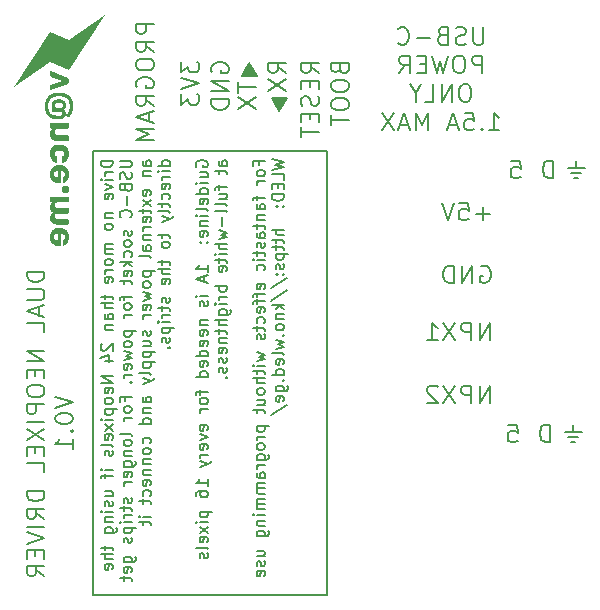
<source format=gbo>
G04 #@! TF.GenerationSoftware,KiCad,Pcbnew,7.0.8-7.0.8~ubuntu22.04.1*
G04 #@! TF.CreationDate,2023-11-04T16:43:40+00:00*
G04 #@! TF.ProjectId,kicad_dual_neopixel_driver,6b696361-645f-4647-9561-6c5f6e656f70,rev?*
G04 #@! TF.SameCoordinates,Original*
G04 #@! TF.FileFunction,Legend,Bot*
G04 #@! TF.FilePolarity,Positive*
%FSLAX46Y46*%
G04 Gerber Fmt 4.6, Leading zero omitted, Abs format (unit mm)*
G04 Created by KiCad (PCBNEW 7.0.8-7.0.8~ubuntu22.04.1) date 2023-11-04 16:43:40*
%MOMM*%
%LPD*%
G01*
G04 APERTURE LIST*
%ADD10C,0.000000*%
%ADD11C,0.150000*%
G04 APERTURE END LIST*
D10*
G36*
X133374038Y-108397805D02*
G01*
X133418514Y-108401240D01*
X133461556Y-108406224D01*
X133503164Y-108412758D01*
X133543338Y-108420841D01*
X133582078Y-108430474D01*
X133619384Y-108441657D01*
X133655256Y-108454389D01*
X133689694Y-108468671D01*
X133722698Y-108484502D01*
X133754268Y-108501883D01*
X133784405Y-108520814D01*
X133813107Y-108541294D01*
X133840375Y-108563323D01*
X133866210Y-108586903D01*
X133890610Y-108612032D01*
X133913554Y-108638490D01*
X133935017Y-108666059D01*
X133955000Y-108694739D01*
X133973502Y-108724528D01*
X133990525Y-108755427D01*
X134006067Y-108787437D01*
X134020129Y-108820557D01*
X134032711Y-108854787D01*
X134043813Y-108890127D01*
X134053434Y-108926578D01*
X134061575Y-108964138D01*
X134068236Y-109002809D01*
X134073417Y-109042590D01*
X134077117Y-109083481D01*
X134079338Y-109125482D01*
X134080078Y-109168593D01*
X134080077Y-109168593D01*
X134079383Y-109213046D01*
X134077302Y-109256110D01*
X134073832Y-109297788D01*
X134068975Y-109338077D01*
X134066027Y-109357702D01*
X134062731Y-109376979D01*
X134059088Y-109395910D01*
X134055098Y-109414494D01*
X134050762Y-109432731D01*
X134046078Y-109450620D01*
X134041048Y-109468163D01*
X134035671Y-109485359D01*
X134030027Y-109502197D01*
X134024199Y-109518664D01*
X134018185Y-109534762D01*
X134011987Y-109550489D01*
X134005604Y-109565846D01*
X133999035Y-109580833D01*
X133992282Y-109595450D01*
X133985343Y-109609697D01*
X133978220Y-109623574D01*
X133970911Y-109637081D01*
X133963417Y-109650218D01*
X133955739Y-109662985D01*
X133947875Y-109675382D01*
X133939826Y-109687408D01*
X133931593Y-109699065D01*
X133923174Y-109710352D01*
X133914293Y-109721650D01*
X133905411Y-109732601D01*
X133896530Y-109743206D01*
X133887649Y-109753463D01*
X133878768Y-109763374D01*
X133869886Y-109772937D01*
X133861005Y-109782154D01*
X133852124Y-109791024D01*
X133843242Y-109799547D01*
X133834361Y-109807722D01*
X133825480Y-109815551D01*
X133816599Y-109823033D01*
X133807717Y-109830168D01*
X133798836Y-109836956D01*
X133789955Y-109843398D01*
X133781073Y-109849492D01*
X133772273Y-109855239D01*
X133763635Y-109860640D01*
X133755158Y-109865693D01*
X133746844Y-109870400D01*
X133738691Y-109874760D01*
X133730700Y-109878773D01*
X133722871Y-109882438D01*
X133715204Y-109885757D01*
X133707699Y-109888729D01*
X133700355Y-109891354D01*
X133693174Y-109893632D01*
X133686155Y-109895563D01*
X133679297Y-109897148D01*
X133672601Y-109898385D01*
X133666068Y-109899275D01*
X133659696Y-109899819D01*
X133656053Y-109900096D01*
X133652526Y-109900188D01*
X133649115Y-109900096D01*
X133645819Y-109899818D01*
X133644214Y-109899610D01*
X133642639Y-109899356D01*
X133641092Y-109899055D01*
X133639574Y-109898708D01*
X133638085Y-109898315D01*
X133636625Y-109897875D01*
X133635194Y-109897390D01*
X133633792Y-109896858D01*
X133632419Y-109896280D01*
X133631075Y-109895655D01*
X133629759Y-109894984D01*
X133628473Y-109894267D01*
X133627215Y-109893504D01*
X133625986Y-109892695D01*
X133624787Y-109891839D01*
X133623616Y-109890937D01*
X133622474Y-109889989D01*
X133621361Y-109888994D01*
X133620276Y-109887953D01*
X133619221Y-109886866D01*
X133618195Y-109885733D01*
X133617197Y-109884554D01*
X133616229Y-109883328D01*
X133615289Y-109882056D01*
X133613138Y-109879789D01*
X133611126Y-109877430D01*
X133609253Y-109874979D01*
X133607518Y-109872435D01*
X133605922Y-109869798D01*
X133604465Y-109867069D01*
X133603147Y-109864248D01*
X133601967Y-109861334D01*
X133600926Y-109858327D01*
X133600024Y-109855228D01*
X133599261Y-109852036D01*
X133598637Y-109848752D01*
X133598151Y-109845375D01*
X133597804Y-109841906D01*
X133597596Y-109838344D01*
X133597527Y-109834689D01*
X133597527Y-109467597D01*
X133597561Y-109463225D01*
X133597665Y-109458993D01*
X133597839Y-109454899D01*
X133598082Y-109450944D01*
X133598394Y-109447128D01*
X133598775Y-109443451D01*
X133599226Y-109439912D01*
X133599747Y-109436512D01*
X133600337Y-109433251D01*
X133600996Y-109430129D01*
X133601724Y-109427145D01*
X133602522Y-109424300D01*
X133603389Y-109421594D01*
X133604326Y-109419027D01*
X133605332Y-109416598D01*
X133606408Y-109414308D01*
X133607240Y-109412412D01*
X133608258Y-109410423D01*
X133609460Y-109408341D01*
X133610848Y-109406167D01*
X133612421Y-109403901D01*
X133614179Y-109401542D01*
X133616121Y-109399090D01*
X133618249Y-109396546D01*
X133620562Y-109393909D01*
X133623060Y-109391180D01*
X133625743Y-109388358D01*
X133628611Y-109385444D01*
X133634902Y-109379338D01*
X133641933Y-109372862D01*
X133646512Y-109368977D01*
X133651369Y-109364721D01*
X133656504Y-109360096D01*
X133661916Y-109355100D01*
X133667605Y-109349734D01*
X133673573Y-109343998D01*
X133679817Y-109337892D01*
X133686339Y-109331416D01*
X133692214Y-109324524D01*
X133697996Y-109317169D01*
X133703686Y-109309352D01*
X133709283Y-109301072D01*
X133714787Y-109292330D01*
X133720199Y-109283125D01*
X133725519Y-109273457D01*
X133730746Y-109263327D01*
X133732897Y-109258435D01*
X133734909Y-109253382D01*
X133736782Y-109248166D01*
X133738517Y-109242789D01*
X133740113Y-109237250D01*
X133741570Y-109231549D01*
X133742888Y-109225686D01*
X133744068Y-109219661D01*
X133745109Y-109213474D01*
X133746011Y-109207125D01*
X133746774Y-109200615D01*
X133747398Y-109193942D01*
X133747884Y-109187108D01*
X133748231Y-109180111D01*
X133748509Y-109165633D01*
X133748347Y-109155734D01*
X133747861Y-109146020D01*
X133747051Y-109136491D01*
X133745918Y-109127148D01*
X133744461Y-109117989D01*
X133742680Y-109109015D01*
X133740576Y-109100227D01*
X133738147Y-109091623D01*
X133735395Y-109083204D01*
X133732319Y-109074971D01*
X133728919Y-109066922D01*
X133725195Y-109059058D01*
X133721148Y-109051380D01*
X133716776Y-109043886D01*
X133712081Y-109036578D01*
X133707063Y-109029454D01*
X133701766Y-109022539D01*
X133696239Y-109015854D01*
X133690480Y-109009401D01*
X133684489Y-109003180D01*
X133678268Y-108997189D01*
X133671815Y-108991430D01*
X133665131Y-108985902D01*
X133658216Y-108980606D01*
X133651069Y-108975541D01*
X133643691Y-108970707D01*
X133636082Y-108966104D01*
X133628241Y-108961733D01*
X133620169Y-108957593D01*
X133611866Y-108953684D01*
X133603332Y-108950007D01*
X133594566Y-108946561D01*
X133576573Y-108940270D01*
X133558116Y-108934719D01*
X133539197Y-108929908D01*
X133519816Y-108925838D01*
X133499972Y-108922507D01*
X133479665Y-108919917D01*
X133458896Y-108918067D01*
X133437664Y-108916957D01*
X133416941Y-108916957D01*
X133416941Y-109864295D01*
X133416860Y-109867960D01*
X133416617Y-109871557D01*
X133416213Y-109875084D01*
X133415646Y-109878541D01*
X133414917Y-109881930D01*
X133414027Y-109885248D01*
X133412975Y-109888498D01*
X133411760Y-109891678D01*
X133410384Y-109894789D01*
X133408846Y-109897830D01*
X133407146Y-109900802D01*
X133405284Y-109903705D01*
X133403261Y-109906538D01*
X133401075Y-109909302D01*
X133398728Y-109911996D01*
X133396218Y-109914621D01*
X133393581Y-109917489D01*
X133390852Y-109920172D01*
X133388031Y-109922670D01*
X133385116Y-109924983D01*
X133382110Y-109927111D01*
X133379010Y-109929054D01*
X133375819Y-109930812D01*
X133372535Y-109932385D01*
X133369158Y-109933772D01*
X133365689Y-109934975D01*
X133362127Y-109935993D01*
X133358473Y-109936825D01*
X133354726Y-109937473D01*
X133350886Y-109937936D01*
X133346955Y-109938213D01*
X133342930Y-109938306D01*
X133271880Y-109938306D01*
X133243582Y-109937970D01*
X133215678Y-109936964D01*
X133188167Y-109935287D01*
X133161049Y-109932940D01*
X133134324Y-109929922D01*
X133107992Y-109926233D01*
X133082054Y-109921873D01*
X133056509Y-109916842D01*
X133031356Y-109911141D01*
X133006598Y-109904769D01*
X132982232Y-109897727D01*
X132958259Y-109890013D01*
X132934680Y-109881629D01*
X132911494Y-109872574D01*
X132888701Y-109862849D01*
X132866301Y-109852452D01*
X132844387Y-109841385D01*
X132823051Y-109829648D01*
X132802293Y-109817240D01*
X132782114Y-109804160D01*
X132762513Y-109790411D01*
X132743490Y-109775990D01*
X132725045Y-109760899D01*
X132707178Y-109745137D01*
X132689890Y-109728704D01*
X132673179Y-109711601D01*
X132657047Y-109693826D01*
X132641493Y-109675381D01*
X132626518Y-109656266D01*
X132612120Y-109636479D01*
X132598301Y-109616022D01*
X132585060Y-109594895D01*
X132572513Y-109573443D01*
X132560775Y-109551274D01*
X132549847Y-109528389D01*
X132539728Y-109504786D01*
X132530419Y-109480466D01*
X132521920Y-109455430D01*
X132514229Y-109429676D01*
X132507349Y-109403206D01*
X132501278Y-109376019D01*
X132496016Y-109348114D01*
X132491564Y-109319493D01*
X132487921Y-109290154D01*
X132485088Y-109260099D01*
X132483064Y-109229327D01*
X132481850Y-109197837D01*
X132481445Y-109165631D01*
X132804132Y-109165631D01*
X132804282Y-109175530D01*
X132804733Y-109185244D01*
X132805485Y-109194773D01*
X132806537Y-109204117D01*
X132807890Y-109213276D01*
X132809544Y-109222250D01*
X132811498Y-109231039D01*
X132813753Y-109239642D01*
X132816309Y-109248061D01*
X132819165Y-109256295D01*
X132822322Y-109264344D01*
X132825780Y-109272207D01*
X132829538Y-109279886D01*
X132833597Y-109287379D01*
X132837957Y-109294688D01*
X132842617Y-109301811D01*
X132847555Y-109309085D01*
X132852748Y-109316105D01*
X132858195Y-109322870D01*
X132863896Y-109329381D01*
X132869851Y-109335637D01*
X132876061Y-109341639D01*
X132882526Y-109347386D01*
X132889244Y-109352879D01*
X132896218Y-109358118D01*
X132903445Y-109363102D01*
X132910927Y-109367832D01*
X132918664Y-109372308D01*
X132926655Y-109376528D01*
X132934900Y-109380495D01*
X132943399Y-109384207D01*
X132952153Y-109387665D01*
X132961127Y-109391250D01*
X132970286Y-109394603D01*
X132979630Y-109397726D01*
X132989159Y-109400616D01*
X132998873Y-109403276D01*
X133008772Y-109405705D01*
X133018856Y-109407902D01*
X133029125Y-109409868D01*
X133039579Y-109411602D01*
X133050218Y-109413105D01*
X133061042Y-109414378D01*
X133072051Y-109415418D01*
X133083245Y-109416228D01*
X133094624Y-109416806D01*
X133117938Y-109417268D01*
X133123859Y-109417268D01*
X133123859Y-108916956D01*
X133117938Y-108916956D01*
X133106188Y-108917071D01*
X133094624Y-108917418D01*
X133083245Y-108917996D01*
X133072051Y-108918806D01*
X133061042Y-108919847D01*
X133050218Y-108921119D01*
X133039579Y-108922622D01*
X133029125Y-108924357D01*
X133018856Y-108926322D01*
X133008772Y-108928520D01*
X132998873Y-108930948D01*
X132989159Y-108933608D01*
X132979630Y-108936499D01*
X132970286Y-108939621D01*
X132961127Y-108942974D01*
X132952153Y-108946559D01*
X132943399Y-108950352D01*
X132934900Y-108954331D01*
X132926655Y-108958494D01*
X132918664Y-108962842D01*
X132910927Y-108967375D01*
X132903445Y-108972094D01*
X132896218Y-108976997D01*
X132889244Y-108982085D01*
X132882526Y-108987359D01*
X132876061Y-108992817D01*
X132869851Y-108998460D01*
X132863896Y-109004289D01*
X132858195Y-109010302D01*
X132852748Y-109016501D01*
X132847555Y-109022884D01*
X132842617Y-109029453D01*
X132837957Y-109036576D01*
X132833597Y-109043885D01*
X132829538Y-109051378D01*
X132825780Y-109059057D01*
X132822322Y-109066920D01*
X132819165Y-109074969D01*
X132816309Y-109083202D01*
X132813753Y-109091621D01*
X132811498Y-109100224D01*
X132809544Y-109109013D01*
X132807890Y-109117987D01*
X132806537Y-109127146D01*
X132805485Y-109136489D01*
X132804733Y-109146018D01*
X132804282Y-109155732D01*
X132804132Y-109165631D01*
X132481445Y-109165631D01*
X132481792Y-109137357D01*
X132482833Y-109109522D01*
X132484567Y-109082126D01*
X132486996Y-109055170D01*
X132490118Y-109028654D01*
X132493934Y-109002576D01*
X132498444Y-108976939D01*
X132503648Y-108951740D01*
X132509546Y-108926981D01*
X132516138Y-108902662D01*
X132523423Y-108878782D01*
X132531402Y-108855341D01*
X132540075Y-108832340D01*
X132549442Y-108809778D01*
X132559503Y-108787656D01*
X132570258Y-108765973D01*
X132581313Y-108745158D01*
X132593016Y-108724897D01*
X132605367Y-108705192D01*
X132618365Y-108686042D01*
X132632011Y-108667447D01*
X132646304Y-108649407D01*
X132661245Y-108631921D01*
X132676833Y-108614992D01*
X132693070Y-108598617D01*
X132709953Y-108582797D01*
X132727485Y-108567532D01*
X132745663Y-108552822D01*
X132764490Y-108538668D01*
X132783964Y-108525068D01*
X132804086Y-108512024D01*
X132824855Y-108499535D01*
X132845844Y-108488028D01*
X132867365Y-108477193D01*
X132889418Y-108467028D01*
X132912003Y-108457533D01*
X132935120Y-108448710D01*
X132958768Y-108440557D01*
X132982949Y-108433075D01*
X133007662Y-108426264D01*
X133032906Y-108420123D01*
X133058683Y-108414654D01*
X133084991Y-108409854D01*
X133111832Y-108405726D01*
X133123859Y-108404207D01*
X133139204Y-108402268D01*
X133167109Y-108399482D01*
X133195545Y-108397365D01*
X133224513Y-108395920D01*
X133328128Y-108395920D01*
X133374038Y-108397805D01*
G37*
G36*
X133980487Y-105746422D02*
G01*
X133984419Y-105746665D01*
X133988258Y-105747070D01*
X133992005Y-105747636D01*
X133995659Y-105748365D01*
X133999221Y-105749255D01*
X134002690Y-105750308D01*
X134006067Y-105751522D01*
X134009351Y-105752898D01*
X134012543Y-105754436D01*
X134015642Y-105756136D01*
X134018649Y-105757998D01*
X134021563Y-105760021D01*
X134024385Y-105762207D01*
X134027114Y-105764555D01*
X134029751Y-105767064D01*
X134032260Y-105769701D01*
X134034607Y-105772430D01*
X134036793Y-105775251D01*
X134038817Y-105778166D01*
X134040679Y-105781172D01*
X134042379Y-105784272D01*
X134043917Y-105787463D01*
X134045293Y-105790748D01*
X134046507Y-105794124D01*
X134047559Y-105797594D01*
X134048450Y-105801155D01*
X134049178Y-105804810D01*
X134049745Y-105808557D01*
X134050150Y-105812396D01*
X134050393Y-105816328D01*
X134050473Y-105820352D01*
X134050473Y-106169682D01*
X134050392Y-106173707D01*
X134050149Y-106177638D01*
X134049745Y-106181477D01*
X134049178Y-106185224D01*
X134048449Y-106188878D01*
X134047559Y-106192440D01*
X134046507Y-106195909D01*
X134045292Y-106199286D01*
X134043916Y-106202570D01*
X134042378Y-106205762D01*
X134040678Y-106208861D01*
X134038816Y-106211868D01*
X134036793Y-106214782D01*
X134034607Y-106217603D01*
X134032260Y-106220333D01*
X134029750Y-106222969D01*
X134027113Y-106225837D01*
X134024384Y-106228520D01*
X134021563Y-106231018D01*
X134018648Y-106233331D01*
X134015642Y-106235459D01*
X134012542Y-106237402D01*
X134009351Y-106239160D01*
X134006066Y-106240733D01*
X134002690Y-106242120D01*
X133999220Y-106243323D01*
X133995659Y-106244341D01*
X133992004Y-106245174D01*
X133988258Y-106245821D01*
X133984418Y-106246284D01*
X133980487Y-106246561D01*
X133976462Y-106246654D01*
X133153463Y-106246654D01*
X133141043Y-106246770D01*
X133128947Y-106247116D01*
X133117174Y-106247695D01*
X133105726Y-106248504D01*
X133094601Y-106249545D01*
X133083800Y-106250817D01*
X133073323Y-106252320D01*
X133063170Y-106254055D01*
X133053340Y-106256021D01*
X133043834Y-106258218D01*
X133034652Y-106260646D01*
X133025794Y-106263306D01*
X133017260Y-106266197D01*
X133009049Y-106269319D01*
X133001162Y-106272673D01*
X132993599Y-106276257D01*
X132985967Y-106280397D01*
X132978612Y-106284676D01*
X132971535Y-106289094D01*
X132964735Y-106293650D01*
X132958213Y-106298345D01*
X132951968Y-106303179D01*
X132946001Y-106308152D01*
X132940311Y-106313263D01*
X132934899Y-106318513D01*
X132929765Y-106323902D01*
X132924908Y-106329430D01*
X132920329Y-106335096D01*
X132916027Y-106340901D01*
X132912002Y-106346845D01*
X132908256Y-106352928D01*
X132904786Y-106359149D01*
X132901560Y-106365810D01*
X132898542Y-106372471D01*
X132895732Y-106379132D01*
X132893130Y-106385793D01*
X132890736Y-106392454D01*
X132888550Y-106399115D01*
X132886573Y-106405777D01*
X132884804Y-106412438D01*
X132883242Y-106419099D01*
X132881889Y-106425760D01*
X132880745Y-106432421D01*
X132879808Y-106439082D01*
X132879079Y-106445743D01*
X132878559Y-106452404D01*
X132878247Y-106459065D01*
X132878143Y-106465726D01*
X132878247Y-106473451D01*
X132878559Y-106481083D01*
X132879079Y-106488623D01*
X132879808Y-106496070D01*
X132880745Y-106503425D01*
X132881889Y-106510687D01*
X132883242Y-106517857D01*
X132884804Y-106524934D01*
X132886573Y-106531919D01*
X132888550Y-106538811D01*
X132890736Y-106545611D01*
X132893130Y-106552318D01*
X132895732Y-106558932D01*
X132898542Y-106565455D01*
X132901560Y-106571884D01*
X132904786Y-106578221D01*
X132908256Y-106584443D01*
X132912002Y-106590525D01*
X132916027Y-106596469D01*
X132920329Y-106602274D01*
X132924908Y-106607941D01*
X132929765Y-106613468D01*
X132934900Y-106618857D01*
X132940312Y-106624107D01*
X132946001Y-106629219D01*
X132951968Y-106634191D01*
X132958213Y-106639025D01*
X132964735Y-106643720D01*
X132971535Y-106648277D01*
X132978612Y-106652694D01*
X132985967Y-106656973D01*
X132993599Y-106661113D01*
X133001174Y-106665057D01*
X133009095Y-106668746D01*
X133017364Y-106672180D01*
X133025979Y-106675360D01*
X133034941Y-106678286D01*
X133044251Y-106680958D01*
X133053907Y-106683375D01*
X133063910Y-106685537D01*
X133074260Y-106687445D01*
X133084956Y-106689099D01*
X133096000Y-106690498D01*
X133107391Y-106691643D01*
X133119129Y-106692534D01*
X133131213Y-106693170D01*
X133143645Y-106693551D01*
X133156423Y-106693678D01*
X133976462Y-106693678D01*
X133980487Y-106693759D01*
X133984418Y-106694002D01*
X133988258Y-106694407D01*
X133992005Y-106694974D01*
X133995659Y-106695702D01*
X133999221Y-106696593D01*
X134002690Y-106697645D01*
X134006067Y-106698859D01*
X134009351Y-106700235D01*
X134012543Y-106701773D01*
X134015642Y-106703473D01*
X134018648Y-106705335D01*
X134021563Y-106707359D01*
X134024384Y-106709544D01*
X134027113Y-106711892D01*
X134029750Y-106714401D01*
X134032260Y-106717038D01*
X134034607Y-106719767D01*
X134036793Y-106722589D01*
X134038816Y-106725503D01*
X134040678Y-106728510D01*
X134042378Y-106731609D01*
X134043916Y-106734801D01*
X134045292Y-106738085D01*
X134046507Y-106741461D01*
X134047559Y-106744931D01*
X134048449Y-106748492D01*
X134049178Y-106752146D01*
X134049745Y-106755893D01*
X134050149Y-106759732D01*
X134050392Y-106763664D01*
X134050473Y-106767688D01*
X134050473Y-107111098D01*
X134050392Y-107115122D01*
X134050149Y-107119054D01*
X134049745Y-107122893D01*
X134049178Y-107126640D01*
X134048449Y-107130295D01*
X134047559Y-107133856D01*
X134046507Y-107137326D01*
X134045292Y-107140703D01*
X134043916Y-107143987D01*
X134042378Y-107147179D01*
X134040678Y-107150278D01*
X134038816Y-107153284D01*
X134036793Y-107156199D01*
X134034607Y-107159020D01*
X134032260Y-107161749D01*
X134029750Y-107164386D01*
X134027113Y-107166896D01*
X134024384Y-107169243D01*
X134021563Y-107171429D01*
X134018648Y-107173452D01*
X134015642Y-107175314D01*
X134012542Y-107177014D01*
X134009351Y-107178552D01*
X134006066Y-107179928D01*
X134002690Y-107181143D01*
X133999220Y-107182195D01*
X133995659Y-107183085D01*
X133992004Y-107183814D01*
X133988258Y-107184381D01*
X133984418Y-107184785D01*
X133980487Y-107185028D01*
X133976462Y-107185109D01*
X133156423Y-107185109D01*
X133143645Y-107185225D01*
X133131213Y-107185572D01*
X133119129Y-107186150D01*
X133107391Y-107186959D01*
X133096000Y-107188000D01*
X133084956Y-107189272D01*
X133074260Y-107190775D01*
X133063910Y-107192510D01*
X133053907Y-107194476D01*
X133044251Y-107196673D01*
X133034941Y-107199101D01*
X133025979Y-107201761D01*
X133017364Y-107204652D01*
X133009095Y-107207774D01*
X133001174Y-107211128D01*
X132993599Y-107214713D01*
X132985967Y-107218853D01*
X132978612Y-107223131D01*
X132971535Y-107227549D01*
X132964735Y-107232105D01*
X132958213Y-107236800D01*
X132951968Y-107241634D01*
X132946001Y-107246607D01*
X132940311Y-107251718D01*
X132934899Y-107256968D01*
X132929765Y-107262357D01*
X132924908Y-107267885D01*
X132920329Y-107273551D01*
X132916027Y-107279356D01*
X132912002Y-107285300D01*
X132908256Y-107291383D01*
X132904786Y-107297605D01*
X132901560Y-107304266D01*
X132898542Y-107310927D01*
X132895732Y-107317588D01*
X132893130Y-107324249D01*
X132890736Y-107330910D01*
X132888550Y-107337571D01*
X132886573Y-107344232D01*
X132884804Y-107350893D01*
X132883242Y-107357554D01*
X132881889Y-107364215D01*
X132880745Y-107370876D01*
X132879808Y-107377537D01*
X132879079Y-107384198D01*
X132878559Y-107390859D01*
X132878247Y-107397520D01*
X132878143Y-107404181D01*
X132878247Y-107412264D01*
X132878559Y-107420232D01*
X132879079Y-107428084D01*
X132879808Y-107435820D01*
X132880745Y-107443441D01*
X132881889Y-107450946D01*
X132883242Y-107458336D01*
X132884804Y-107465609D01*
X132886573Y-107472768D01*
X132888550Y-107479810D01*
X132890736Y-107486737D01*
X132893130Y-107493549D01*
X132895732Y-107500245D01*
X132898542Y-107506825D01*
X132901560Y-107513289D01*
X132904786Y-107519638D01*
X132908256Y-107525848D01*
X132912002Y-107531897D01*
X132916027Y-107537783D01*
X132920329Y-107543507D01*
X132924908Y-107549070D01*
X132929765Y-107554470D01*
X132934900Y-107559709D01*
X132940312Y-107564785D01*
X132946001Y-107569700D01*
X132951968Y-107574453D01*
X132958213Y-107579044D01*
X132964735Y-107583473D01*
X132971535Y-107587740D01*
X132978612Y-107591845D01*
X132985967Y-107595788D01*
X132993599Y-107599570D01*
X133001174Y-107603155D01*
X133009095Y-107606508D01*
X133017364Y-107609630D01*
X133025979Y-107612521D01*
X133034941Y-107615181D01*
X133044251Y-107617610D01*
X133053907Y-107619807D01*
X133063910Y-107621773D01*
X133074260Y-107623507D01*
X133084956Y-107625010D01*
X133096000Y-107626282D01*
X133107391Y-107627323D01*
X133119129Y-107628133D01*
X133131213Y-107628711D01*
X133156423Y-107629173D01*
X133976462Y-107629173D01*
X133980487Y-107629254D01*
X133984418Y-107629497D01*
X133988258Y-107629902D01*
X133992005Y-107630469D01*
X133995659Y-107631197D01*
X133999221Y-107632088D01*
X134002690Y-107633140D01*
X134006067Y-107634354D01*
X134009351Y-107635730D01*
X134012543Y-107637268D01*
X134015642Y-107638968D01*
X134018648Y-107640830D01*
X134021563Y-107642854D01*
X134024384Y-107645039D01*
X134027113Y-107647387D01*
X134029750Y-107649896D01*
X134032260Y-107652891D01*
X134034607Y-107655956D01*
X134036793Y-107659090D01*
X134038816Y-107662293D01*
X134040678Y-107665566D01*
X134042378Y-107668908D01*
X134043916Y-107672319D01*
X134045292Y-107675800D01*
X134046507Y-107679350D01*
X134047559Y-107682970D01*
X134048449Y-107686659D01*
X134049178Y-107690417D01*
X134049745Y-107694245D01*
X134050149Y-107698142D01*
X134050392Y-107702109D01*
X134050473Y-107706145D01*
X134050473Y-108049555D01*
X134050392Y-108053220D01*
X134050149Y-108056817D01*
X134049745Y-108060344D01*
X134049178Y-108063801D01*
X134048449Y-108067190D01*
X134047559Y-108070508D01*
X134046507Y-108073758D01*
X134045292Y-108076938D01*
X134043916Y-108080049D01*
X134042378Y-108083090D01*
X134040678Y-108086062D01*
X134038816Y-108088965D01*
X134036793Y-108091798D01*
X134034607Y-108094562D01*
X134032260Y-108097256D01*
X134029750Y-108099881D01*
X134027113Y-108102749D01*
X134024384Y-108105432D01*
X134021563Y-108107929D01*
X134018648Y-108110242D01*
X134015642Y-108112370D01*
X134012542Y-108114313D01*
X134009351Y-108116071D01*
X134006066Y-108117643D01*
X134002690Y-108119031D01*
X133999220Y-108120234D01*
X133995659Y-108121251D01*
X133992004Y-108122084D01*
X133988258Y-108122732D01*
X133984418Y-108123194D01*
X133980487Y-108123472D01*
X133976462Y-108123564D01*
X133135700Y-108123564D01*
X133107542Y-108123275D01*
X133080053Y-108122408D01*
X133053236Y-108120962D01*
X133027089Y-108118939D01*
X133001614Y-108116337D01*
X132976808Y-108113157D01*
X132952674Y-108109398D01*
X132929210Y-108105062D01*
X132906417Y-108100147D01*
X132884295Y-108094654D01*
X132862843Y-108088583D01*
X132842063Y-108081934D01*
X132821952Y-108074706D01*
X132802513Y-108066900D01*
X132783744Y-108058517D01*
X132765646Y-108049555D01*
X132747814Y-108040107D01*
X132730584Y-108030265D01*
X132713954Y-108020031D01*
X132697927Y-108009404D01*
X132682500Y-107998383D01*
X132667675Y-107986969D01*
X132653451Y-107975162D01*
X132639828Y-107962962D01*
X132626807Y-107950368D01*
X132614387Y-107937382D01*
X132602568Y-107924002D01*
X132591351Y-107910229D01*
X132580735Y-107896063D01*
X132570721Y-107881504D01*
X132561307Y-107866551D01*
X132552496Y-107851206D01*
X132543892Y-107835906D01*
X132535843Y-107820352D01*
X132528350Y-107804544D01*
X132521411Y-107788481D01*
X132515028Y-107772164D01*
X132509199Y-107755592D01*
X132503926Y-107738766D01*
X132499208Y-107721686D01*
X132495045Y-107704351D01*
X132491437Y-107686762D01*
X132488384Y-107668919D01*
X132485886Y-107650821D01*
X132483943Y-107632468D01*
X132482556Y-107613862D01*
X132481723Y-107595001D01*
X132481445Y-107575885D01*
X132481734Y-107557105D01*
X132482602Y-107538510D01*
X132484047Y-107520100D01*
X132486071Y-107501874D01*
X132488673Y-107483834D01*
X132491853Y-107465979D01*
X132495611Y-107448309D01*
X132499948Y-107430824D01*
X132504863Y-107413524D01*
X132510356Y-107396409D01*
X132516427Y-107379479D01*
X132523076Y-107362734D01*
X132530304Y-107346174D01*
X132538110Y-107329799D01*
X132546494Y-107313609D01*
X132555456Y-107297605D01*
X132564499Y-107281924D01*
X132573866Y-107266705D01*
X132583557Y-107251950D01*
X132593572Y-107237656D01*
X132603910Y-107223826D01*
X132614572Y-107210458D01*
X132625558Y-107197552D01*
X132636868Y-107185109D01*
X132648502Y-107173129D01*
X132660459Y-107161611D01*
X132672740Y-107150555D01*
X132685345Y-107139963D01*
X132698274Y-107129832D01*
X132711526Y-107120165D01*
X132725103Y-107110960D01*
X132739003Y-107102217D01*
X132707120Y-107085472D01*
X132677342Y-107067062D01*
X132649669Y-107046987D01*
X132624101Y-107025247D01*
X132600637Y-107001841D01*
X132579278Y-106976770D01*
X132560024Y-106950033D01*
X132542874Y-106921632D01*
X132527829Y-106891565D01*
X132514889Y-106859833D01*
X132504053Y-106826435D01*
X132495322Y-106791373D01*
X132488696Y-106754645D01*
X132484174Y-106716252D01*
X132481758Y-106676193D01*
X132481445Y-106634470D01*
X132482047Y-106616487D01*
X132483111Y-106598806D01*
X132484637Y-106581425D01*
X132486626Y-106564345D01*
X132489078Y-106547565D01*
X132491992Y-106531086D01*
X132495368Y-106514908D01*
X132499208Y-106499030D01*
X132503510Y-106483453D01*
X132508274Y-106468177D01*
X132513501Y-106453201D01*
X132519191Y-106438526D01*
X132525343Y-106424152D01*
X132531958Y-106410078D01*
X132539035Y-106396305D01*
X132546575Y-106382832D01*
X132554057Y-106369696D01*
X132561701Y-106356929D01*
X132569507Y-106344532D01*
X132577474Y-106332506D01*
X132585604Y-106320849D01*
X132593896Y-106309562D01*
X132602349Y-106298646D01*
X132610964Y-106288099D01*
X132619741Y-106277923D01*
X132628681Y-106268117D01*
X132637782Y-106258680D01*
X132647044Y-106249614D01*
X132656469Y-106240917D01*
X132666056Y-106232591D01*
X132675805Y-106224635D01*
X132685715Y-106217049D01*
X132585061Y-106217049D01*
X132581036Y-106216968D01*
X132577104Y-106216725D01*
X132573265Y-106216320D01*
X132569518Y-106215754D01*
X132565864Y-106215025D01*
X132562302Y-106214135D01*
X132558833Y-106213082D01*
X132555456Y-106211868D01*
X132552172Y-106210492D01*
X132548980Y-106208954D01*
X132545881Y-106207254D01*
X132542874Y-106205392D01*
X132539960Y-106203368D01*
X132537138Y-106201183D01*
X132534409Y-106198835D01*
X132531773Y-106196326D01*
X132529263Y-106193689D01*
X132526916Y-106190960D01*
X132524730Y-106188138D01*
X132522706Y-106185224D01*
X132520844Y-106182218D01*
X132519144Y-106179118D01*
X132517606Y-106175927D01*
X132516230Y-106172642D01*
X132515016Y-106169266D01*
X132513964Y-106165797D01*
X132513073Y-106162235D01*
X132512345Y-106158581D01*
X132511778Y-106154834D01*
X132511373Y-106150995D01*
X132511130Y-106147063D01*
X132511049Y-106143039D01*
X132511049Y-105820352D01*
X132511130Y-105816328D01*
X132511373Y-105812396D01*
X132511778Y-105808557D01*
X132512345Y-105804810D01*
X132513073Y-105801155D01*
X132513964Y-105797594D01*
X132515016Y-105794124D01*
X132516230Y-105790748D01*
X132517606Y-105787463D01*
X132519144Y-105784272D01*
X132520844Y-105781172D01*
X132522706Y-105778166D01*
X132524730Y-105775251D01*
X132526916Y-105772430D01*
X132529263Y-105769701D01*
X132531773Y-105767064D01*
X132534409Y-105764555D01*
X132537139Y-105762207D01*
X132539960Y-105760021D01*
X132542874Y-105757998D01*
X132545881Y-105756136D01*
X132548980Y-105754436D01*
X132552172Y-105752898D01*
X132555456Y-105751522D01*
X132558833Y-105750308D01*
X132562302Y-105749255D01*
X132565864Y-105748365D01*
X132569518Y-105747636D01*
X132573265Y-105747070D01*
X132577104Y-105746665D01*
X132581036Y-105746422D01*
X132585061Y-105746341D01*
X133976463Y-105746341D01*
X133980487Y-105746422D01*
G37*
G36*
X132578018Y-95115476D02*
G01*
X132579834Y-95115545D01*
X132581626Y-95115661D01*
X132583395Y-95115823D01*
X132585142Y-95116031D01*
X132586865Y-95116285D01*
X132588565Y-95116586D01*
X132590241Y-95116933D01*
X132591895Y-95117326D01*
X132593526Y-95117766D01*
X132595133Y-95118251D01*
X132596717Y-95118783D01*
X132598279Y-95119362D01*
X132599817Y-95119986D01*
X132601332Y-95120657D01*
X132602823Y-95121374D01*
X133976463Y-95680895D01*
X133983771Y-95684688D01*
X133990895Y-95688667D01*
X133997833Y-95692830D01*
X134004587Y-95697178D01*
X134011155Y-95701711D01*
X134017539Y-95706429D01*
X134023737Y-95711332D01*
X134029751Y-95716420D01*
X134032260Y-95719103D01*
X134034607Y-95721971D01*
X134036793Y-95725024D01*
X134038817Y-95728262D01*
X134040679Y-95731685D01*
X134042379Y-95735293D01*
X134043917Y-95739086D01*
X134045293Y-95743064D01*
X134046507Y-95747227D01*
X134047559Y-95751576D01*
X134048450Y-95756109D01*
X134049178Y-95760827D01*
X134049745Y-95765730D01*
X134050150Y-95770818D01*
X134050393Y-95776092D01*
X134050473Y-95781550D01*
X134050474Y-96095354D01*
X134050393Y-96101171D01*
X134050150Y-96106780D01*
X134049745Y-96112180D01*
X134049179Y-96117372D01*
X134048450Y-96122357D01*
X134047560Y-96127133D01*
X134046507Y-96131701D01*
X134045293Y-96136060D01*
X134043917Y-96140212D01*
X134042379Y-96144155D01*
X134040679Y-96147890D01*
X134038817Y-96151418D01*
X134036793Y-96154736D01*
X134034608Y-96157847D01*
X134032260Y-96160750D01*
X134029751Y-96163444D01*
X134026767Y-96166358D01*
X134023737Y-96169180D01*
X134020661Y-96171909D01*
X134017539Y-96174546D01*
X134014370Y-96177090D01*
X134011156Y-96179542D01*
X134007894Y-96181901D01*
X134004587Y-96184167D01*
X134001233Y-96186341D01*
X133997834Y-96188423D01*
X133994387Y-96190412D01*
X133990895Y-96192308D01*
X133987356Y-96194112D01*
X133983772Y-96195824D01*
X133980140Y-96197443D01*
X133976463Y-96198969D01*
X132602823Y-96758491D01*
X132601332Y-96759208D01*
X132599817Y-96759879D01*
X132598279Y-96760503D01*
X132596717Y-96761081D01*
X132595133Y-96761613D01*
X132593526Y-96762099D01*
X132591895Y-96762539D01*
X132590242Y-96762932D01*
X132588565Y-96763279D01*
X132586865Y-96763579D01*
X132585142Y-96763834D01*
X132583396Y-96764042D01*
X132581626Y-96764204D01*
X132579834Y-96764320D01*
X132578018Y-96764389D01*
X132576180Y-96764412D01*
X132572884Y-96764331D01*
X132569657Y-96764088D01*
X132566500Y-96763684D01*
X132563413Y-96763117D01*
X132560394Y-96762388D01*
X132557445Y-96761498D01*
X132554566Y-96760446D01*
X132551756Y-96759231D01*
X132549015Y-96757855D01*
X132546344Y-96756317D01*
X132543742Y-96754617D01*
X132541209Y-96752755D01*
X132538746Y-96750732D01*
X132536352Y-96748546D01*
X132534028Y-96746198D01*
X132531773Y-96743689D01*
X132529264Y-96741076D01*
X132526916Y-96738416D01*
X132524730Y-96735710D01*
X132522707Y-96732958D01*
X132520845Y-96730159D01*
X132519145Y-96727314D01*
X132517607Y-96724423D01*
X132516230Y-96721486D01*
X132515016Y-96718502D01*
X132513964Y-96715472D01*
X132513073Y-96712396D01*
X132512345Y-96709274D01*
X132511778Y-96706105D01*
X132511374Y-96702891D01*
X132511131Y-96699629D01*
X132511050Y-96696322D01*
X132511050Y-96361794D01*
X132511131Y-96357052D01*
X132511374Y-96352450D01*
X132511778Y-96347986D01*
X132512345Y-96343661D01*
X132513073Y-96339475D01*
X132513964Y-96335427D01*
X132515016Y-96331518D01*
X132516230Y-96327749D01*
X132517607Y-96324117D01*
X132519145Y-96320625D01*
X132520845Y-96317271D01*
X132522707Y-96314057D01*
X132524730Y-96310981D01*
X132526916Y-96308043D01*
X132529264Y-96305245D01*
X132531773Y-96302585D01*
X132534363Y-96300052D01*
X132536954Y-96297636D01*
X132539544Y-96295334D01*
X132542135Y-96293149D01*
X132544725Y-96291079D01*
X132547315Y-96289125D01*
X132549906Y-96287286D01*
X132552496Y-96285563D01*
X132555086Y-96283955D01*
X132557677Y-96282464D01*
X132560267Y-96281087D01*
X132562858Y-96279827D01*
X132565448Y-96278682D01*
X132568038Y-96277653D01*
X132570629Y-96276739D01*
X132573219Y-96275941D01*
X133482071Y-95938452D01*
X132573219Y-95603924D01*
X132570629Y-95603126D01*
X132568038Y-95602212D01*
X132565448Y-95601183D01*
X132562858Y-95600038D01*
X132560267Y-95598778D01*
X132557677Y-95597401D01*
X132555086Y-95595910D01*
X132552496Y-95594302D01*
X132549906Y-95592579D01*
X132547315Y-95590740D01*
X132544725Y-95588786D01*
X132542135Y-95586716D01*
X132539544Y-95584531D01*
X132536954Y-95582229D01*
X132534363Y-95579812D01*
X132531773Y-95577280D01*
X132529264Y-95574620D01*
X132526916Y-95571822D01*
X132524730Y-95568884D01*
X132522707Y-95565808D01*
X132520845Y-95562593D01*
X132519145Y-95559240D01*
X132517607Y-95555747D01*
X132516230Y-95552116D01*
X132515016Y-95548346D01*
X132513964Y-95544438D01*
X132513073Y-95540390D01*
X132512345Y-95536204D01*
X132511778Y-95531879D01*
X132511374Y-95527415D01*
X132511131Y-95522812D01*
X132511050Y-95518071D01*
X132511050Y-95183542D01*
X132511131Y-95179877D01*
X132511374Y-95176280D01*
X132511778Y-95172753D01*
X132512345Y-95169295D01*
X132513073Y-95165907D01*
X132513964Y-95162588D01*
X132515016Y-95159339D01*
X132516230Y-95156158D01*
X132517607Y-95153048D01*
X132519145Y-95150006D01*
X132520845Y-95147034D01*
X132522707Y-95144132D01*
X132524730Y-95141298D01*
X132526916Y-95138535D01*
X132529264Y-95135840D01*
X132531773Y-95133215D01*
X132534028Y-95131064D01*
X132536353Y-95129052D01*
X132538746Y-95127179D01*
X132541210Y-95125444D01*
X132543742Y-95123848D01*
X132546344Y-95122391D01*
X132549015Y-95121073D01*
X132551756Y-95119893D01*
X132554566Y-95118853D01*
X132557446Y-95117951D01*
X132560395Y-95117187D01*
X132563413Y-95116563D01*
X132566500Y-95116077D01*
X132569657Y-95115730D01*
X132572884Y-95115522D01*
X132576180Y-95115453D01*
X132578018Y-95115476D01*
G37*
D11*
X136144000Y-101854000D02*
X155956000Y-101854000D01*
X155956000Y-139446000D01*
X136144000Y-139446000D01*
X136144000Y-101854000D01*
D10*
G36*
X133980487Y-104890862D02*
G01*
X133984419Y-104891105D01*
X133988258Y-104891509D01*
X133992005Y-104892076D01*
X133995659Y-104892804D01*
X133999221Y-104893695D01*
X134002690Y-104894747D01*
X134006067Y-104895961D01*
X134009351Y-104897338D01*
X134012543Y-104898876D01*
X134015642Y-104900576D01*
X134018649Y-104902437D01*
X134021563Y-104904461D01*
X134024385Y-104906647D01*
X134027114Y-104908994D01*
X134029751Y-104911504D01*
X134032260Y-104914140D01*
X134034607Y-104916870D01*
X134036793Y-104919691D01*
X134038817Y-104922605D01*
X134040679Y-104925612D01*
X134042379Y-104928711D01*
X134043917Y-104931903D01*
X134045293Y-104935187D01*
X134046507Y-104938564D01*
X134047559Y-104942033D01*
X134048450Y-104945595D01*
X134049178Y-104949249D01*
X134049745Y-104952996D01*
X134050150Y-104956836D01*
X134050393Y-104960768D01*
X134050473Y-104964792D01*
X134050473Y-105337805D01*
X134050393Y-105341830D01*
X134050150Y-105345762D01*
X134049745Y-105349601D01*
X134049178Y-105353348D01*
X134048450Y-105357002D01*
X134047559Y-105360564D01*
X134046507Y-105364033D01*
X134045293Y-105367410D01*
X134043917Y-105370694D01*
X134042379Y-105373886D01*
X134040679Y-105376985D01*
X134038817Y-105379992D01*
X134036793Y-105382906D01*
X134034607Y-105385728D01*
X134032260Y-105388457D01*
X134029751Y-105391094D01*
X134027114Y-105393961D01*
X134024385Y-105396644D01*
X134021563Y-105399142D01*
X134018649Y-105401455D01*
X134015642Y-105403583D01*
X134012543Y-105405525D01*
X134009351Y-105407283D01*
X134006067Y-105408856D01*
X134002690Y-105410243D01*
X133999221Y-105411446D01*
X133995659Y-105412464D01*
X133992005Y-105413296D01*
X133988258Y-105413944D01*
X133984419Y-105414407D01*
X133980487Y-105414684D01*
X133976463Y-105414777D01*
X133600488Y-105414777D01*
X133596822Y-105414684D01*
X133593226Y-105414407D01*
X133589699Y-105413944D01*
X133586241Y-105413296D01*
X133582853Y-105412464D01*
X133579534Y-105411446D01*
X133576284Y-105410243D01*
X133573104Y-105408856D01*
X133569993Y-105407283D01*
X133566952Y-105405525D01*
X133563980Y-105403583D01*
X133561077Y-105401455D01*
X133558244Y-105399142D01*
X133555480Y-105396644D01*
X133552786Y-105393961D01*
X133550161Y-105391094D01*
X133547293Y-105388457D01*
X133544610Y-105385728D01*
X133542112Y-105382906D01*
X133539799Y-105379992D01*
X133537671Y-105376985D01*
X133535729Y-105373886D01*
X133533971Y-105370694D01*
X133532398Y-105367410D01*
X133531010Y-105364033D01*
X133529808Y-105360564D01*
X133528790Y-105357002D01*
X133527957Y-105353348D01*
X133527310Y-105349601D01*
X133526847Y-105345762D01*
X133526570Y-105341830D01*
X133526477Y-105337805D01*
X133526477Y-104964792D01*
X133526570Y-104960768D01*
X133526847Y-104956836D01*
X133527310Y-104952996D01*
X133527957Y-104949249D01*
X133528790Y-104945595D01*
X133529808Y-104942033D01*
X133531010Y-104938564D01*
X133532398Y-104935187D01*
X133533971Y-104931903D01*
X133535729Y-104928711D01*
X133537671Y-104925612D01*
X133539799Y-104922605D01*
X133542112Y-104919691D01*
X133544610Y-104916870D01*
X133547293Y-104914140D01*
X133550161Y-104911504D01*
X133552786Y-104908994D01*
X133555480Y-104906647D01*
X133558244Y-104904461D01*
X133561077Y-104902437D01*
X133563980Y-104900576D01*
X133566952Y-104898876D01*
X133569993Y-104897338D01*
X133573104Y-104895961D01*
X133576284Y-104894747D01*
X133579534Y-104893695D01*
X133582853Y-104892804D01*
X133586241Y-104892076D01*
X133589699Y-104891509D01*
X133593226Y-104891105D01*
X133596822Y-104890862D01*
X133600488Y-104890781D01*
X133976463Y-104890781D01*
X133980487Y-104890862D01*
G37*
G36*
X134049342Y-95012270D02*
G01*
X132475055Y-94369295D01*
X129459019Y-96497876D01*
X132471995Y-91824314D01*
X134089909Y-92483229D01*
X137105945Y-90354648D01*
X134049342Y-95012270D01*
G37*
G36*
X133374038Y-103086803D02*
G01*
X133418514Y-103090238D01*
X133461556Y-103095222D01*
X133503164Y-103101755D01*
X133543338Y-103109839D01*
X133582078Y-103119472D01*
X133619384Y-103130654D01*
X133655256Y-103143386D01*
X133689694Y-103157668D01*
X133722698Y-103173499D01*
X133754268Y-103190880D01*
X133784405Y-103209811D01*
X133813107Y-103230291D01*
X133840375Y-103252320D01*
X133866210Y-103275900D01*
X133890610Y-103301029D01*
X133913554Y-103327487D01*
X133935017Y-103355056D01*
X133955000Y-103383735D01*
X133973502Y-103413525D01*
X133990525Y-103444424D01*
X134006067Y-103476434D01*
X134020129Y-103509554D01*
X134032711Y-103543784D01*
X134043813Y-103579124D01*
X134053434Y-103615574D01*
X134061575Y-103653135D01*
X134068236Y-103691806D01*
X134073417Y-103731586D01*
X134077117Y-103772477D01*
X134079338Y-103814479D01*
X134080078Y-103857590D01*
X134080077Y-103857590D01*
X134079383Y-103902042D01*
X134077302Y-103945107D01*
X134073832Y-103986785D01*
X134068975Y-104027074D01*
X134066027Y-104046699D01*
X134062731Y-104065976D01*
X134059088Y-104084907D01*
X134055098Y-104103491D01*
X134050762Y-104121727D01*
X134046078Y-104139617D01*
X134041048Y-104157160D01*
X134035671Y-104174356D01*
X134030027Y-104191194D01*
X134024199Y-104207661D01*
X134018185Y-104223758D01*
X134011987Y-104239486D01*
X134005604Y-104254843D01*
X133999035Y-104269830D01*
X133992282Y-104284447D01*
X133985343Y-104298694D01*
X133978220Y-104312571D01*
X133970911Y-104326078D01*
X133963417Y-104339215D01*
X133955739Y-104351982D01*
X133947875Y-104364379D01*
X133939826Y-104376405D01*
X133931593Y-104388062D01*
X133923174Y-104399349D01*
X133914293Y-104410647D01*
X133905411Y-104421598D01*
X133896530Y-104432203D01*
X133887649Y-104442460D01*
X133878768Y-104452371D01*
X133869886Y-104461934D01*
X133861005Y-104471151D01*
X133852124Y-104480021D01*
X133843242Y-104488543D01*
X133834361Y-104496719D01*
X133825480Y-104504548D01*
X133816599Y-104512030D01*
X133807717Y-104519165D01*
X133798836Y-104525953D01*
X133789955Y-104532395D01*
X133781073Y-104538489D01*
X133772273Y-104544236D01*
X133763635Y-104549637D01*
X133755158Y-104554690D01*
X133746844Y-104559397D01*
X133738691Y-104563757D01*
X133730700Y-104567769D01*
X133722871Y-104571435D01*
X133715204Y-104574754D01*
X133707699Y-104577726D01*
X133700355Y-104580351D01*
X133693174Y-104582629D01*
X133686155Y-104584560D01*
X133679297Y-104586144D01*
X133672601Y-104587382D01*
X133666068Y-104588272D01*
X133659696Y-104588815D01*
X133656053Y-104589093D01*
X133652526Y-104589185D01*
X133649115Y-104589093D01*
X133645819Y-104588815D01*
X133644214Y-104588607D01*
X133642639Y-104588353D01*
X133641092Y-104588052D01*
X133639574Y-104587705D01*
X133638085Y-104587312D01*
X133636625Y-104586872D01*
X133635194Y-104586387D01*
X133633792Y-104585855D01*
X133632419Y-104585276D01*
X133631075Y-104584652D01*
X133629759Y-104583981D01*
X133628473Y-104583264D01*
X133627215Y-104582501D01*
X133625986Y-104581692D01*
X133624787Y-104580836D01*
X133623616Y-104579934D01*
X133622474Y-104578986D01*
X133621361Y-104577991D01*
X133620276Y-104576950D01*
X133619221Y-104575863D01*
X133618195Y-104574730D01*
X133617197Y-104573551D01*
X133616229Y-104572325D01*
X133615289Y-104571053D01*
X133613138Y-104568786D01*
X133611126Y-104566427D01*
X133609253Y-104563975D01*
X133607518Y-104561431D01*
X133605922Y-104558794D01*
X133604465Y-104556065D01*
X133603147Y-104553244D01*
X133601967Y-104550330D01*
X133600926Y-104547323D01*
X133600024Y-104544224D01*
X133599261Y-104541032D01*
X133598637Y-104537748D01*
X133598151Y-104534371D01*
X133597804Y-104530902D01*
X133597596Y-104527341D01*
X133597527Y-104523686D01*
X133597527Y-104156593D01*
X133597561Y-104152222D01*
X133597665Y-104147990D01*
X133597839Y-104143896D01*
X133598082Y-104139941D01*
X133598394Y-104136125D01*
X133598775Y-104132448D01*
X133599226Y-104128909D01*
X133599747Y-104125509D01*
X133600337Y-104122248D01*
X133600996Y-104119125D01*
X133601724Y-104116142D01*
X133602522Y-104113297D01*
X133603389Y-104110591D01*
X133604326Y-104108024D01*
X133605332Y-104105595D01*
X133606408Y-104103305D01*
X133607240Y-104101409D01*
X133608258Y-104099420D01*
X133609460Y-104097338D01*
X133610848Y-104095164D01*
X133612421Y-104092898D01*
X133614179Y-104090539D01*
X133616121Y-104088087D01*
X133618249Y-104085543D01*
X133620562Y-104082906D01*
X133623060Y-104080177D01*
X133625743Y-104077355D01*
X133628611Y-104074441D01*
X133634902Y-104068335D01*
X133641933Y-104061859D01*
X133646512Y-104057974D01*
X133651369Y-104053718D01*
X133656504Y-104049093D01*
X133661916Y-104044097D01*
X133667605Y-104038731D01*
X133673573Y-104032995D01*
X133679817Y-104026889D01*
X133686339Y-104020413D01*
X133692214Y-104013521D01*
X133697996Y-104006166D01*
X133703686Y-103998349D01*
X133709283Y-103990069D01*
X133714787Y-103981327D01*
X133720199Y-103972122D01*
X133725519Y-103962454D01*
X133730746Y-103952324D01*
X133732897Y-103947432D01*
X133734909Y-103942379D01*
X133736782Y-103937163D01*
X133738517Y-103931786D01*
X133740113Y-103926247D01*
X133741570Y-103920545D01*
X133742888Y-103914682D01*
X133744068Y-103908658D01*
X133745109Y-103902471D01*
X133746011Y-103896122D01*
X133746774Y-103889611D01*
X133747398Y-103882939D01*
X133747884Y-103876105D01*
X133748231Y-103869108D01*
X133748509Y-103854630D01*
X133748347Y-103844731D01*
X133747861Y-103835017D01*
X133747051Y-103825488D01*
X133745918Y-103816144D01*
X133744461Y-103806985D01*
X133742680Y-103798011D01*
X133740576Y-103789222D01*
X133738147Y-103780618D01*
X133735395Y-103772200D01*
X133732319Y-103763966D01*
X133728919Y-103755917D01*
X133725195Y-103748054D01*
X133721148Y-103740375D01*
X133716776Y-103732882D01*
X133712081Y-103725573D01*
X133707063Y-103718450D01*
X133701766Y-103711534D01*
X133696239Y-103704850D01*
X133690480Y-103698397D01*
X133684489Y-103692176D01*
X133678268Y-103686186D01*
X133671815Y-103680427D01*
X133665131Y-103674899D01*
X133658216Y-103669603D01*
X133651069Y-103664538D01*
X133643691Y-103659704D01*
X133636082Y-103655101D01*
X133628241Y-103650730D01*
X133620169Y-103646590D01*
X133611866Y-103642681D01*
X133603332Y-103639004D01*
X133594566Y-103635558D01*
X133576573Y-103629267D01*
X133558116Y-103623716D01*
X133539197Y-103618905D01*
X133519816Y-103614835D01*
X133499972Y-103611504D01*
X133479665Y-103608914D01*
X133458896Y-103607064D01*
X133437664Y-103605954D01*
X133416941Y-103605954D01*
X133416941Y-104553291D01*
X133416860Y-104556957D01*
X133416617Y-104560554D01*
X133416213Y-104564081D01*
X133415646Y-104567538D01*
X133414917Y-104570926D01*
X133414027Y-104574245D01*
X133412975Y-104577495D01*
X133411760Y-104580675D01*
X133410384Y-104583786D01*
X133408846Y-104586827D01*
X133407146Y-104589799D01*
X133405284Y-104592701D01*
X133403261Y-104595535D01*
X133401075Y-104598298D01*
X133398728Y-104600993D01*
X133396218Y-104603618D01*
X133393581Y-104606486D01*
X133390852Y-104609169D01*
X133388031Y-104611667D01*
X133385116Y-104613980D01*
X133382110Y-104616108D01*
X133379010Y-104618051D01*
X133375819Y-104619809D01*
X133372535Y-104621381D01*
X133369158Y-104622769D01*
X133365689Y-104623972D01*
X133362127Y-104624990D01*
X133358473Y-104625822D01*
X133354726Y-104626470D01*
X133350886Y-104626933D01*
X133346955Y-104627210D01*
X133342930Y-104627303D01*
X133271880Y-104627303D01*
X133243582Y-104626967D01*
X133215678Y-104625961D01*
X133188167Y-104624284D01*
X133161049Y-104621937D01*
X133134324Y-104618919D01*
X133107992Y-104615230D01*
X133082054Y-104610870D01*
X133056509Y-104605839D01*
X133031356Y-104600138D01*
X133006598Y-104593766D01*
X132982232Y-104586723D01*
X132958259Y-104579010D01*
X132934680Y-104570626D01*
X132911494Y-104561571D01*
X132888701Y-104551845D01*
X132866301Y-104541449D01*
X132844387Y-104530382D01*
X132823051Y-104518645D01*
X132802293Y-104506236D01*
X132782114Y-104493157D01*
X132762513Y-104479408D01*
X132743490Y-104464987D01*
X132725045Y-104449896D01*
X132707178Y-104434134D01*
X132689890Y-104417701D01*
X132673179Y-104400597D01*
X132657047Y-104382823D01*
X132641493Y-104364378D01*
X132626518Y-104345263D01*
X132612120Y-104325476D01*
X132598301Y-104305019D01*
X132585060Y-104283891D01*
X132572513Y-104262440D01*
X132560775Y-104240272D01*
X132549847Y-104217386D01*
X132539728Y-104193784D01*
X132530419Y-104169464D01*
X132521920Y-104144428D01*
X132514229Y-104118675D01*
X132507349Y-104092204D01*
X132501278Y-104065017D01*
X132496016Y-104037112D01*
X132491564Y-104008491D01*
X132487921Y-103979153D01*
X132485088Y-103949097D01*
X132483064Y-103918325D01*
X132481850Y-103886836D01*
X132481445Y-103854630D01*
X132804132Y-103854630D01*
X132804282Y-103864528D01*
X132804733Y-103874242D01*
X132805485Y-103883771D01*
X132806537Y-103893115D01*
X132807890Y-103902273D01*
X132809544Y-103911247D01*
X132811499Y-103920036D01*
X132813754Y-103928640D01*
X132816309Y-103937058D01*
X132819166Y-103945292D01*
X132822323Y-103953340D01*
X132825780Y-103961204D01*
X132829539Y-103968883D01*
X132833598Y-103976376D01*
X132837957Y-103983685D01*
X132842618Y-103990808D01*
X132847556Y-103998082D01*
X132852748Y-104005102D01*
X132858195Y-104011867D01*
X132863896Y-104018378D01*
X132869852Y-104024634D01*
X132876062Y-104030636D01*
X132882526Y-104036383D01*
X132889245Y-104041876D01*
X132896218Y-104047115D01*
X132903446Y-104052099D01*
X132910928Y-104056829D01*
X132918664Y-104061304D01*
X132926655Y-104065525D01*
X132934900Y-104069492D01*
X132943400Y-104073204D01*
X132952154Y-104076662D01*
X132961128Y-104080247D01*
X132970286Y-104083600D01*
X132979630Y-104086722D01*
X132989159Y-104089613D01*
X132998873Y-104092273D01*
X133008772Y-104094701D01*
X133018856Y-104096899D01*
X133029125Y-104098864D01*
X133039579Y-104100599D01*
X133050218Y-104102102D01*
X133061042Y-104103374D01*
X133072051Y-104104415D01*
X133083245Y-104105225D01*
X133094625Y-104105803D01*
X133117938Y-104106265D01*
X133123859Y-104106265D01*
X133123859Y-103605954D01*
X133117938Y-103605954D01*
X133106189Y-103606070D01*
X133094625Y-103606417D01*
X133083245Y-103606995D01*
X133072051Y-103607804D01*
X133061042Y-103608845D01*
X133050218Y-103610117D01*
X133039579Y-103611620D01*
X133029125Y-103613355D01*
X133018856Y-103615321D01*
X133008772Y-103617518D01*
X132998873Y-103619946D01*
X132989159Y-103622606D01*
X132979630Y-103625497D01*
X132970286Y-103628619D01*
X132961128Y-103631973D01*
X132952154Y-103635558D01*
X132943400Y-103639351D01*
X132934900Y-103643329D01*
X132926655Y-103647492D01*
X132918664Y-103651840D01*
X132910928Y-103656373D01*
X132903446Y-103661091D01*
X132896218Y-103665994D01*
X132889245Y-103671082D01*
X132882526Y-103676356D01*
X132876062Y-103681814D01*
X132869852Y-103687457D01*
X132863896Y-103693286D01*
X132858195Y-103699299D01*
X132852748Y-103705498D01*
X132847556Y-103711881D01*
X132842618Y-103718450D01*
X132837957Y-103725573D01*
X132833598Y-103732882D01*
X132829539Y-103740375D01*
X132825780Y-103748054D01*
X132822323Y-103755917D01*
X132819166Y-103763966D01*
X132816309Y-103772200D01*
X132813754Y-103780618D01*
X132811499Y-103789222D01*
X132809544Y-103798011D01*
X132807890Y-103806985D01*
X132806537Y-103816144D01*
X132805485Y-103825488D01*
X132804733Y-103835017D01*
X132804282Y-103844731D01*
X132804132Y-103854630D01*
X132481445Y-103854630D01*
X132481792Y-103826355D01*
X132482833Y-103798520D01*
X132484567Y-103771125D01*
X132486996Y-103744169D01*
X132490118Y-103717652D01*
X132493934Y-103691575D01*
X132498444Y-103665937D01*
X132503648Y-103640739D01*
X132509546Y-103615980D01*
X132516138Y-103591660D01*
X132523423Y-103567780D01*
X132531402Y-103544339D01*
X132540075Y-103521338D01*
X132549442Y-103498777D01*
X132559503Y-103476654D01*
X132570258Y-103454971D01*
X132581313Y-103434156D01*
X132593016Y-103413896D01*
X132605367Y-103394190D01*
X132618365Y-103375040D01*
X132632011Y-103356445D01*
X132646304Y-103338405D01*
X132661245Y-103320920D01*
X132676833Y-103303990D01*
X132693070Y-103287615D01*
X132709953Y-103271795D01*
X132727485Y-103256530D01*
X132745663Y-103241821D01*
X132764490Y-103227666D01*
X132783964Y-103214067D01*
X132804086Y-103201022D01*
X132824855Y-103188533D01*
X132845844Y-103177027D01*
X132867365Y-103166191D01*
X132889418Y-103156026D01*
X132912003Y-103146532D01*
X132935120Y-103137708D01*
X132958768Y-103129556D01*
X132982949Y-103122074D01*
X133007662Y-103115262D01*
X133032906Y-103109122D01*
X133058683Y-103103652D01*
X133084991Y-103098853D01*
X133111832Y-103094724D01*
X133123859Y-103093205D01*
X133139204Y-103091267D01*
X133167109Y-103088480D01*
X133195545Y-103086364D01*
X133224513Y-103084918D01*
X133328128Y-103084918D01*
X133374038Y-103086803D01*
G37*
G36*
X133283167Y-96959984D02*
G01*
X133319987Y-96960539D01*
X133355697Y-96961464D01*
X133390297Y-96962759D01*
X133422677Y-96964239D01*
X133451726Y-96965719D01*
X133477445Y-96967200D01*
X133499833Y-96968680D01*
X133533647Y-96972392D01*
X133566998Y-96976867D01*
X133599887Y-96982106D01*
X133632313Y-96988108D01*
X133664276Y-96994873D01*
X133695777Y-97002401D01*
X133726815Y-97010693D01*
X133757391Y-97019747D01*
X133787504Y-97029565D01*
X133817154Y-97040147D01*
X133846342Y-97051491D01*
X133875068Y-97063599D01*
X133903331Y-97076470D01*
X133931131Y-97090104D01*
X133958469Y-97104501D01*
X133985344Y-97119662D01*
X134011618Y-97136014D01*
X134037151Y-97153244D01*
X134061945Y-97171354D01*
X134085999Y-97190342D01*
X134109312Y-97210209D01*
X134131885Y-97230956D01*
X134153718Y-97252581D01*
X134174811Y-97275085D01*
X134195164Y-97298467D01*
X134214777Y-97322729D01*
X134233650Y-97347870D01*
X134251783Y-97373889D01*
X134269175Y-97400787D01*
X134285828Y-97428565D01*
X134301740Y-97457221D01*
X134316912Y-97486755D01*
X134331252Y-97517562D01*
X134344666Y-97549295D01*
X134357155Y-97581952D01*
X134368720Y-97615534D01*
X134379359Y-97650042D01*
X134389073Y-97685474D01*
X134397861Y-97721832D01*
X134405725Y-97759115D01*
X134412664Y-97797323D01*
X134418677Y-97836456D01*
X134423765Y-97876515D01*
X134427928Y-97917498D01*
X134431166Y-97959407D01*
X134433479Y-98002240D01*
X134434867Y-98045999D01*
X134435329Y-98090683D01*
X134435328Y-98090682D01*
X134434496Y-98151788D01*
X134431998Y-98210765D01*
X134427835Y-98267614D01*
X134422006Y-98322336D01*
X134414513Y-98374930D01*
X134405354Y-98425396D01*
X134394530Y-98473734D01*
X134388493Y-98497106D01*
X134382040Y-98519945D01*
X134375611Y-98542657D01*
X134368904Y-98564907D01*
X134361919Y-98586694D01*
X134354657Y-98608018D01*
X134347117Y-98628880D01*
X134339299Y-98649279D01*
X134331204Y-98669216D01*
X134322832Y-98688690D01*
X134314182Y-98707701D01*
X134305254Y-98726250D01*
X134296049Y-98744337D01*
X134286567Y-98761960D01*
X134276806Y-98779122D01*
X134266769Y-98795820D01*
X134256454Y-98812056D01*
X134245861Y-98827830D01*
X134235453Y-98843569D01*
X134224953Y-98858961D01*
X134214360Y-98874006D01*
X134203675Y-98888704D01*
X134192897Y-98903055D01*
X134182027Y-98917059D01*
X134171064Y-98930716D01*
X134160008Y-98944027D01*
X134148860Y-98956990D01*
X134137620Y-98969607D01*
X134126287Y-98981876D01*
X134114862Y-98993799D01*
X134103344Y-99005375D01*
X134091733Y-99016604D01*
X134080031Y-99027486D01*
X134068235Y-99038020D01*
X134067125Y-99039107D01*
X134066015Y-99040148D01*
X134064904Y-99041143D01*
X134063794Y-99042091D01*
X134062684Y-99042993D01*
X134061574Y-99043849D01*
X134060464Y-99044658D01*
X134059354Y-99045421D01*
X134058243Y-99046138D01*
X134057133Y-99046809D01*
X134056023Y-99047433D01*
X134054913Y-99048012D01*
X134053803Y-99048544D01*
X134052693Y-99049029D01*
X134051582Y-99049469D01*
X134050472Y-99049862D01*
X134048992Y-99050579D01*
X134047512Y-99051250D01*
X134046032Y-99051874D01*
X134044551Y-99052453D01*
X134043071Y-99052985D01*
X134041591Y-99053470D01*
X134040111Y-99053910D01*
X134038631Y-99054303D01*
X134037150Y-99054650D01*
X134035670Y-99054951D01*
X134034190Y-99055205D01*
X134032710Y-99055413D01*
X134031229Y-99055575D01*
X134029749Y-99055691D01*
X134028269Y-99055760D01*
X134026789Y-99055783D01*
X134022406Y-99056049D01*
X134018139Y-99056107D01*
X134013987Y-99055957D01*
X134009951Y-99055598D01*
X134006031Y-99055032D01*
X134002226Y-99054257D01*
X133998537Y-99053274D01*
X133994964Y-99052083D01*
X133991506Y-99050683D01*
X133988164Y-99049076D01*
X133984938Y-99047260D01*
X133981827Y-99045237D01*
X133978832Y-99043005D01*
X133975953Y-99040565D01*
X133973189Y-99037917D01*
X133970541Y-99035060D01*
X133968031Y-99032435D01*
X133965684Y-99029741D01*
X133963498Y-99026977D01*
X133961474Y-99024144D01*
X133959613Y-99021241D01*
X133957913Y-99018269D01*
X133956375Y-99015228D01*
X133954998Y-99012117D01*
X133953784Y-99008937D01*
X133952732Y-99005687D01*
X133951841Y-99002368D01*
X133951113Y-98998980D01*
X133950546Y-98995522D01*
X133950142Y-98991995D01*
X133949899Y-98988399D01*
X133949818Y-98984733D01*
X133949818Y-98774542D01*
X133949864Y-98770876D01*
X133950003Y-98767280D01*
X133950234Y-98763753D01*
X133950558Y-98760295D01*
X133950974Y-98756907D01*
X133951483Y-98753588D01*
X133952084Y-98750338D01*
X133952778Y-98747158D01*
X133953564Y-98744048D01*
X133954443Y-98741006D01*
X133955415Y-98738034D01*
X133956479Y-98735132D01*
X133957635Y-98732298D01*
X133958884Y-98729535D01*
X133960225Y-98726840D01*
X133961659Y-98724215D01*
X133967950Y-98714964D01*
X133974981Y-98704972D01*
X133982752Y-98694241D01*
X133991264Y-98682769D01*
X134000839Y-98669216D01*
X134010321Y-98655200D01*
X134019712Y-98640722D01*
X134029009Y-98625781D01*
X134038214Y-98610378D01*
X134047327Y-98594511D01*
X134056347Y-98578183D01*
X134065274Y-98561392D01*
X134070016Y-98553065D01*
X134074618Y-98544369D01*
X134079082Y-98535303D01*
X134083407Y-98525866D01*
X134087593Y-98516060D01*
X134091641Y-98505883D01*
X134099320Y-98484420D01*
X134106443Y-98461477D01*
X134113012Y-98437053D01*
X134119025Y-98411150D01*
X134124483Y-98383766D01*
X134130034Y-98355225D01*
X134134845Y-98324372D01*
X134138915Y-98291206D01*
X134142246Y-98255727D01*
X134144836Y-98217935D01*
X134146686Y-98177831D01*
X134147797Y-98135413D01*
X134148167Y-98090683D01*
X134147484Y-98042588D01*
X134145438Y-97995996D01*
X134142026Y-97950907D01*
X134137250Y-97907321D01*
X134131110Y-97865239D01*
X134123604Y-97824661D01*
X134114735Y-97785585D01*
X134104500Y-97748013D01*
X134092901Y-97711945D01*
X134079938Y-97677379D01*
X134065610Y-97644317D01*
X134049917Y-97612759D01*
X134032860Y-97582703D01*
X134014438Y-97554151D01*
X133994652Y-97527103D01*
X133973501Y-97501557D01*
X133951125Y-97477400D01*
X133927661Y-97454514D01*
X133903110Y-97432901D01*
X133877472Y-97412560D01*
X133850748Y-97393490D01*
X133822936Y-97375693D01*
X133794037Y-97359168D01*
X133764051Y-97343915D01*
X133732978Y-97329934D01*
X133700818Y-97317225D01*
X133667571Y-97305788D01*
X133633237Y-97295623D01*
X133597816Y-97286730D01*
X133561308Y-97279109D01*
X133523713Y-97272760D01*
X133485030Y-97267684D01*
X133454686Y-97264908D01*
X133419901Y-97262503D01*
X133380675Y-97260468D01*
X133337009Y-97258802D01*
X133150502Y-97258802D01*
X133107206Y-97260467D01*
X133069090Y-97262503D01*
X133051975Y-97263659D01*
X133036156Y-97264908D01*
X133021631Y-97266250D01*
X133008402Y-97267684D01*
X132983793Y-97270898D01*
X132959554Y-97274622D01*
X132935686Y-97278855D01*
X132912187Y-97283596D01*
X132889059Y-97288846D01*
X132866301Y-97294605D01*
X132843913Y-97300873D01*
X132821894Y-97307649D01*
X132800246Y-97314935D01*
X132778968Y-97322729D01*
X132758060Y-97331032D01*
X132737522Y-97339844D01*
X132717354Y-97349165D01*
X132697556Y-97358994D01*
X132678128Y-97369333D01*
X132659071Y-97380180D01*
X132640464Y-97391929D01*
X132622389Y-97404233D01*
X132604846Y-97417093D01*
X132587835Y-97430507D01*
X132571356Y-97444477D01*
X132555409Y-97459001D01*
X132539994Y-97474081D01*
X132525111Y-97489716D01*
X132510760Y-97505906D01*
X132496941Y-97522650D01*
X132483654Y-97539950D01*
X132470898Y-97557805D01*
X132458675Y-97576216D01*
X132446984Y-97595181D01*
X132435824Y-97614701D01*
X132425197Y-97634776D01*
X132414801Y-97655835D01*
X132405075Y-97677564D01*
X132396020Y-97699964D01*
X132387636Y-97723035D01*
X132379923Y-97746776D01*
X132372881Y-97771188D01*
X132366509Y-97796271D01*
X132360808Y-97822024D01*
X132355777Y-97848448D01*
X132351417Y-97875543D01*
X132347728Y-97903309D01*
X132344710Y-97931745D01*
X132342363Y-97960852D01*
X132340686Y-97990630D01*
X132339680Y-98021078D01*
X132339344Y-98052197D01*
X132339634Y-98089457D01*
X132340501Y-98125746D01*
X132341946Y-98161063D01*
X132343970Y-98195408D01*
X132346572Y-98228782D01*
X132349752Y-98261185D01*
X132353511Y-98292617D01*
X132357847Y-98323077D01*
X132362762Y-98352565D01*
X132368255Y-98381083D01*
X132374326Y-98408629D01*
X132380976Y-98435203D01*
X132388203Y-98460806D01*
X132396009Y-98485438D01*
X132404393Y-98509098D01*
X132413355Y-98531787D01*
X132422549Y-98553620D01*
X132432367Y-98574714D01*
X132442809Y-98595067D01*
X132453876Y-98614679D01*
X132465568Y-98633552D01*
X132477883Y-98651685D01*
X132490824Y-98669077D01*
X132504389Y-98685730D01*
X132518578Y-98701642D01*
X132533391Y-98716814D01*
X132548830Y-98731246D01*
X132564892Y-98744938D01*
X132581579Y-98757890D01*
X132598891Y-98770102D01*
X132616827Y-98781574D01*
X132635387Y-98792305D01*
X132654191Y-98802389D01*
X132673595Y-98811918D01*
X132693602Y-98820892D01*
X132714209Y-98829310D01*
X132735418Y-98837174D01*
X132757228Y-98844483D01*
X132779639Y-98851236D01*
X132802652Y-98857434D01*
X132826266Y-98863078D01*
X132850481Y-98868166D01*
X132875298Y-98872699D01*
X132900716Y-98876677D01*
X132926735Y-98880100D01*
X132953356Y-98882968D01*
X132980578Y-98885281D01*
X133008402Y-98887039D01*
X133031252Y-98889074D01*
X133053918Y-98890739D01*
X133076399Y-98892035D01*
X133098695Y-98892960D01*
X133120805Y-98893515D01*
X133142731Y-98893700D01*
X133164472Y-98893515D01*
X133186027Y-98892960D01*
X133226363Y-98891665D01*
X133264478Y-98890739D01*
X133300374Y-98890184D01*
X133334049Y-98890000D01*
X133344503Y-98889768D01*
X133355142Y-98889074D01*
X133365966Y-98887918D01*
X133376975Y-98886299D01*
X133388169Y-98884218D01*
X133399548Y-98881673D01*
X133411112Y-98878667D01*
X133422862Y-98875198D01*
X133428366Y-98873625D01*
X133433778Y-98871867D01*
X133439098Y-98869925D01*
X133444325Y-98867797D01*
X133449459Y-98865484D01*
X133454501Y-98862986D01*
X133459451Y-98860303D01*
X133464308Y-98857435D01*
X133469072Y-98854382D01*
X133473744Y-98851144D01*
X133478323Y-98847721D01*
X133482810Y-98844113D01*
X133487205Y-98840320D01*
X133491506Y-98836342D01*
X133495716Y-98832179D01*
X133499833Y-98827831D01*
X133503417Y-98823656D01*
X133506771Y-98819273D01*
X133509893Y-98814682D01*
X133512784Y-98809883D01*
X133515444Y-98804876D01*
X133517873Y-98799660D01*
X133520070Y-98794237D01*
X133522036Y-98788605D01*
X133523770Y-98782765D01*
X133525274Y-98776717D01*
X133526546Y-98770461D01*
X133527587Y-98763996D01*
X133528396Y-98757324D01*
X133528974Y-98750443D01*
X133529321Y-98743354D01*
X133529437Y-98736057D01*
X133529240Y-98726933D01*
X133528651Y-98718063D01*
X133527668Y-98709448D01*
X133526291Y-98701087D01*
X133524522Y-98692981D01*
X133522360Y-98685128D01*
X133519804Y-98677531D01*
X133516855Y-98670187D01*
X133513513Y-98663099D01*
X133509778Y-98656264D01*
X133505649Y-98649684D01*
X133501128Y-98643359D01*
X133496213Y-98637287D01*
X133490905Y-98631471D01*
X133485204Y-98625908D01*
X133479110Y-98620600D01*
X133472645Y-98615581D01*
X133465834Y-98610886D01*
X133458676Y-98606515D01*
X133451171Y-98602468D01*
X133443319Y-98598744D01*
X133435120Y-98595344D01*
X133426574Y-98592268D01*
X133417681Y-98589516D01*
X133408441Y-98587087D01*
X133398854Y-98584983D01*
X133388921Y-98583202D01*
X133378640Y-98581745D01*
X133368012Y-98580611D01*
X133357038Y-98579802D01*
X133345717Y-98579316D01*
X133334049Y-98579154D01*
X132733081Y-98579154D01*
X132729057Y-98579073D01*
X132725125Y-98578831D01*
X132721286Y-98578426D01*
X132717539Y-98577859D01*
X132713885Y-98577131D01*
X132710323Y-98576240D01*
X132706853Y-98575188D01*
X132703477Y-98573974D01*
X132700192Y-98572597D01*
X132697001Y-98571059D01*
X132693902Y-98569359D01*
X132690895Y-98567498D01*
X132687981Y-98565474D01*
X132685159Y-98563288D01*
X132682430Y-98560941D01*
X132679793Y-98558431D01*
X132677284Y-98555795D01*
X132674936Y-98553066D01*
X132672751Y-98550244D01*
X132670727Y-98547330D01*
X132668865Y-98544323D01*
X132667165Y-98541224D01*
X132665627Y-98538032D01*
X132664251Y-98534748D01*
X132663037Y-98531371D01*
X132661984Y-98527902D01*
X132661094Y-98524340D01*
X132660365Y-98520686D01*
X132659799Y-98516939D01*
X132659394Y-98513100D01*
X132659151Y-98509168D01*
X132659070Y-98505144D01*
X132659070Y-98354162D01*
X132659151Y-98350138D01*
X132659394Y-98346206D01*
X132659799Y-98342367D01*
X132660365Y-98338620D01*
X132661094Y-98334966D01*
X132661984Y-98331404D01*
X132663037Y-98327935D01*
X132664251Y-98324558D01*
X132665627Y-98321274D01*
X132667165Y-98318082D01*
X132668865Y-98314983D01*
X132670727Y-98311976D01*
X132672751Y-98309062D01*
X132674936Y-98306240D01*
X132677284Y-98303511D01*
X132679793Y-98300874D01*
X132682430Y-98298365D01*
X132685159Y-98296018D01*
X132687981Y-98293832D01*
X132690895Y-98291808D01*
X132693902Y-98289946D01*
X132697001Y-98288246D01*
X132700193Y-98286708D01*
X132703477Y-98285332D01*
X132706854Y-98284118D01*
X132710323Y-98283066D01*
X132713885Y-98282175D01*
X132717539Y-98281447D01*
X132721286Y-98280880D01*
X132725125Y-98280475D01*
X132729057Y-98280232D01*
X132733081Y-98280151D01*
X132771567Y-98280151D01*
X132764247Y-98274508D01*
X132757089Y-98268680D01*
X132750092Y-98262666D01*
X132743258Y-98256468D01*
X132736585Y-98250085D01*
X132730075Y-98243516D01*
X132723726Y-98236763D01*
X132717539Y-98229824D01*
X132711514Y-98222701D01*
X132705651Y-98215392D01*
X132699950Y-98207899D01*
X132694411Y-98200220D01*
X132689034Y-98192356D01*
X132683818Y-98184308D01*
X132678764Y-98176074D01*
X132673873Y-98167655D01*
X132669212Y-98158948D01*
X132664853Y-98149847D01*
X132660794Y-98140353D01*
X132657035Y-98130465D01*
X132653578Y-98120185D01*
X132650421Y-98109511D01*
X132647564Y-98098444D01*
X132645008Y-98086984D01*
X132642753Y-98075131D01*
X132640799Y-98062884D01*
X132639145Y-98050245D01*
X132638733Y-98046277D01*
X132922549Y-98046277D01*
X132922862Y-98060836D01*
X132923798Y-98074910D01*
X132925360Y-98088498D01*
X132927545Y-98101600D01*
X132930355Y-98114216D01*
X132933790Y-98126347D01*
X132937849Y-98137992D01*
X132942532Y-98149151D01*
X132945108Y-98154549D01*
X132947840Y-98159825D01*
X132950728Y-98164980D01*
X132953773Y-98170013D01*
X132956973Y-98174925D01*
X132960330Y-98179716D01*
X132963842Y-98184385D01*
X132967511Y-98188932D01*
X132971336Y-98193358D01*
X132975317Y-98197663D01*
X132979454Y-98201847D01*
X132983747Y-98205908D01*
X132988196Y-98209849D01*
X132992802Y-98213668D01*
X133002481Y-98220942D01*
X133012438Y-98228112D01*
X133023065Y-98234819D01*
X133034364Y-98241064D01*
X133046333Y-98246846D01*
X133058972Y-98252165D01*
X133072283Y-98257022D01*
X133086264Y-98261417D01*
X133100915Y-98265348D01*
X133116238Y-98268818D01*
X133132231Y-98271824D01*
X133148895Y-98274369D01*
X133166230Y-98276450D01*
X133184235Y-98278069D01*
X133202912Y-98279226D01*
X133222258Y-98279919D01*
X133242276Y-98280151D01*
X133262294Y-98279919D01*
X133281641Y-98279226D01*
X133300317Y-98278069D01*
X133318322Y-98276450D01*
X133335657Y-98274369D01*
X133352321Y-98271824D01*
X133368314Y-98268818D01*
X133383637Y-98265348D01*
X133398288Y-98261417D01*
X133412270Y-98257022D01*
X133425580Y-98252165D01*
X133438220Y-98246846D01*
X133450189Y-98241064D01*
X133461487Y-98234819D01*
X133472114Y-98228112D01*
X133482071Y-98220942D01*
X133491392Y-98213668D01*
X133500111Y-98205909D01*
X133508229Y-98197664D01*
X133515746Y-98188933D01*
X133522661Y-98179716D01*
X133528975Y-98170014D01*
X133534688Y-98159826D01*
X133539799Y-98149152D01*
X133544309Y-98137993D01*
X133548218Y-98126348D01*
X133551525Y-98114217D01*
X133554231Y-98101600D01*
X133556336Y-98088498D01*
X133557839Y-98074910D01*
X133558741Y-98060836D01*
X133559042Y-98046277D01*
X133558903Y-98036748D01*
X133558487Y-98027404D01*
X133557793Y-98018245D01*
X133556822Y-98009271D01*
X133555573Y-98000483D01*
X133554046Y-97991879D01*
X133552242Y-97983460D01*
X133550161Y-97975226D01*
X133547802Y-97967178D01*
X133545165Y-97959314D01*
X133542251Y-97951635D01*
X133539059Y-97944142D01*
X133535590Y-97936833D01*
X133531843Y-97929710D01*
X133527819Y-97922771D01*
X133523517Y-97916018D01*
X133518579Y-97909820D01*
X133513387Y-97903806D01*
X133507940Y-97897978D01*
X133502239Y-97892334D01*
X133496283Y-97886876D01*
X133490073Y-97881603D01*
X133483609Y-97876515D01*
X133476890Y-97871611D01*
X133469917Y-97866893D01*
X133462689Y-97862360D01*
X133455207Y-97858012D01*
X133447471Y-97853849D01*
X133439480Y-97849871D01*
X133431235Y-97846078D01*
X133422735Y-97842470D01*
X133413981Y-97839047D01*
X133395756Y-97833496D01*
X133376606Y-97828685D01*
X133356530Y-97824615D01*
X133335530Y-97821284D01*
X133313604Y-97818694D01*
X133290753Y-97816844D01*
X133266977Y-97815733D01*
X133242276Y-97815363D01*
X133222258Y-97815595D01*
X133202912Y-97816289D01*
X133184235Y-97817445D01*
X133166230Y-97819064D01*
X133148895Y-97821146D01*
X133132231Y-97823690D01*
X133116238Y-97826696D01*
X133100915Y-97830166D01*
X133086264Y-97834098D01*
X133072283Y-97838492D01*
X133058972Y-97843349D01*
X133046333Y-97848668D01*
X133034364Y-97854451D01*
X133023065Y-97860695D01*
X133012438Y-97867402D01*
X133002481Y-97874572D01*
X132992802Y-97882181D01*
X132983747Y-97890207D01*
X132975317Y-97898649D01*
X132967511Y-97907507D01*
X132960330Y-97916781D01*
X132953773Y-97926472D01*
X132947840Y-97936579D01*
X132942532Y-97947102D01*
X132937849Y-97958042D01*
X132933790Y-97969398D01*
X132930355Y-97981171D01*
X132927545Y-97993359D01*
X132925360Y-98005964D01*
X132923798Y-98018985D01*
X132922862Y-98032423D01*
X132922549Y-98046277D01*
X132638733Y-98046277D01*
X132637792Y-98037212D01*
X132636740Y-98023786D01*
X132635988Y-98009967D01*
X132635537Y-97995754D01*
X132635387Y-97981149D01*
X132636023Y-97954135D01*
X132637931Y-97927861D01*
X132641111Y-97902327D01*
X132645564Y-97877534D01*
X132651288Y-97853480D01*
X132658284Y-97830167D01*
X132666552Y-97807593D01*
X132676093Y-97785760D01*
X132686905Y-97764667D01*
X132698990Y-97744314D01*
X132712347Y-97724701D01*
X132726975Y-97705829D01*
X132742876Y-97687696D01*
X132760049Y-97670304D01*
X132778494Y-97653651D01*
X132798211Y-97637739D01*
X132819026Y-97623041D01*
X132840767Y-97609291D01*
X132863433Y-97596490D01*
X132887024Y-97584636D01*
X132911540Y-97573731D01*
X132936981Y-97563775D01*
X132963347Y-97554766D01*
X132990639Y-97546706D01*
X133018855Y-97539594D01*
X133047997Y-97533430D01*
X133078064Y-97528215D01*
X133109056Y-97523947D01*
X133140973Y-97520629D01*
X133173815Y-97518258D01*
X133207583Y-97516835D01*
X133242275Y-97516361D01*
X133242276Y-97516361D01*
X133276609Y-97516859D01*
X133310041Y-97518350D01*
X133342572Y-97520837D01*
X133374200Y-97524318D01*
X133404926Y-97528793D01*
X133434750Y-97534263D01*
X133463672Y-97540727D01*
X133491692Y-97548186D01*
X133518810Y-97556640D01*
X133545026Y-97566088D01*
X133570340Y-97576530D01*
X133594752Y-97587967D01*
X133618262Y-97600399D01*
X133640869Y-97613825D01*
X133662575Y-97628245D01*
X133683379Y-97643660D01*
X133703096Y-97659931D01*
X133721541Y-97676919D01*
X133738714Y-97694623D01*
X133754615Y-97713045D01*
X133769244Y-97732184D01*
X133782600Y-97752039D01*
X133794685Y-97772612D01*
X133805497Y-97793902D01*
X133815038Y-97815908D01*
X133823306Y-97838632D01*
X133830302Y-97862072D01*
X133836027Y-97886230D01*
X133840479Y-97911105D01*
X133843659Y-97936696D01*
X133845567Y-97963005D01*
X133846203Y-97990030D01*
X133846088Y-98006093D01*
X133845741Y-98021716D01*
X133845163Y-98036900D01*
X133844353Y-98051644D01*
X133843312Y-98065949D01*
X133842040Y-98079814D01*
X133840537Y-98093240D01*
X133838802Y-98106227D01*
X133836836Y-98118774D01*
X133834639Y-98130882D01*
X133832211Y-98142550D01*
X133829551Y-98153779D01*
X133826660Y-98164568D01*
X133823537Y-98174918D01*
X133820184Y-98184828D01*
X133816599Y-98194299D01*
X133812852Y-98203771D01*
X133809013Y-98212941D01*
X133805081Y-98221811D01*
X133801057Y-98230380D01*
X133796940Y-98238648D01*
X133792731Y-98246616D01*
X133788429Y-98254283D01*
X133784034Y-98261650D01*
X133779547Y-98268715D01*
X133774968Y-98275480D01*
X133770296Y-98281945D01*
X133765532Y-98288109D01*
X133760675Y-98293972D01*
X133755725Y-98299534D01*
X133750683Y-98304796D01*
X133745549Y-98309757D01*
X133734586Y-98319794D01*
X133723901Y-98329184D01*
X133713493Y-98337927D01*
X133703363Y-98346022D01*
X133693510Y-98353469D01*
X133683935Y-98360269D01*
X133674637Y-98366421D01*
X133670092Y-98369254D01*
X133665617Y-98371925D01*
X133673111Y-98378864D01*
X133680789Y-98386358D01*
X133688653Y-98394406D01*
X133696701Y-98403010D01*
X133704935Y-98412169D01*
X133713354Y-98421883D01*
X133721958Y-98432152D01*
X133730747Y-98442976D01*
X133738795Y-98455234D01*
X133746659Y-98468325D01*
X133754338Y-98482248D01*
X133761831Y-98497004D01*
X133769140Y-98512592D01*
X133776263Y-98529013D01*
X133783202Y-98546267D01*
X133789955Y-98564353D01*
X133793182Y-98573697D01*
X133796200Y-98583226D01*
X133799010Y-98592940D01*
X133801612Y-98602839D01*
X133806191Y-98623192D01*
X133809938Y-98644285D01*
X133812852Y-98666118D01*
X133814934Y-98688691D01*
X133816183Y-98712005D01*
X133816599Y-98736058D01*
X133816402Y-98750421D01*
X133815813Y-98764645D01*
X133814830Y-98778730D01*
X133813453Y-98792676D01*
X133811684Y-98806484D01*
X133809522Y-98820152D01*
X133806966Y-98833683D01*
X133804017Y-98847074D01*
X133800675Y-98860326D01*
X133796940Y-98873440D01*
X133792811Y-98886415D01*
X133788290Y-98899251D01*
X133783375Y-98911949D01*
X133778067Y-98924508D01*
X133772366Y-98936928D01*
X133766272Y-98949209D01*
X133759784Y-98961640D01*
X133752903Y-98973771D01*
X133745630Y-98985601D01*
X133737963Y-98997131D01*
X133729902Y-99008360D01*
X133721449Y-99019288D01*
X133712602Y-99029915D01*
X133703363Y-99040242D01*
X133693730Y-99050268D01*
X133683704Y-99059994D01*
X133673284Y-99069418D01*
X133662472Y-99078543D01*
X133651266Y-99087366D01*
X133639667Y-99095889D01*
X133627675Y-99104111D01*
X133615290Y-99112032D01*
X133602523Y-99119954D01*
X133589386Y-99127436D01*
X133575879Y-99134478D01*
X133562002Y-99141082D01*
X133547755Y-99147245D01*
X133533138Y-99152969D01*
X133518151Y-99158254D01*
X133502793Y-99163100D01*
X133487066Y-99167506D01*
X133470969Y-99171472D01*
X133454501Y-99174999D01*
X133437664Y-99178087D01*
X133420457Y-99180735D01*
X133402879Y-99182944D01*
X133384931Y-99184713D01*
X133366614Y-99186043D01*
X133344596Y-99187338D01*
X133319987Y-99188264D01*
X133292788Y-99188819D01*
X133262999Y-99189004D01*
X133230064Y-99190299D01*
X133196389Y-99191224D01*
X133161974Y-99191779D01*
X133126819Y-99191964D01*
X133109195Y-99191872D01*
X133091849Y-99191594D01*
X133074780Y-99191131D01*
X133057989Y-99190484D01*
X133041475Y-99189651D01*
X133025239Y-99188633D01*
X133009281Y-99187431D01*
X132993599Y-99186043D01*
X132943735Y-99182250D01*
X132894795Y-99176791D01*
X132846781Y-99169668D01*
X132799691Y-99160879D01*
X132753527Y-99150425D01*
X132708288Y-99138306D01*
X132663974Y-99124521D01*
X132620585Y-99109071D01*
X132598937Y-99100664D01*
X132577659Y-99091725D01*
X132556751Y-99082254D01*
X132536213Y-99072251D01*
X132516045Y-99061716D01*
X132496247Y-99050649D01*
X132476820Y-99039050D01*
X132457762Y-99026919D01*
X132439074Y-99014257D01*
X132420756Y-99001062D01*
X132402809Y-98987335D01*
X132385231Y-98973077D01*
X132368024Y-98958286D01*
X132351186Y-98942963D01*
X132334719Y-98927109D01*
X132318622Y-98910722D01*
X132302941Y-98894128D01*
X132287722Y-98876909D01*
X132272966Y-98859065D01*
X132258673Y-98840597D01*
X132244842Y-98821505D01*
X132231474Y-98801788D01*
X132218568Y-98781446D01*
X132206125Y-98760481D01*
X132194145Y-98738890D01*
X132182627Y-98716675D01*
X132171572Y-98693836D01*
X132160979Y-98670372D01*
X132150849Y-98646284D01*
X132141181Y-98621572D01*
X132131976Y-98596234D01*
X132123233Y-98570273D01*
X132106581Y-98516199D01*
X132092149Y-98459072D01*
X132079937Y-98398892D01*
X132069946Y-98335659D01*
X132062174Y-98269373D01*
X132056624Y-98200034D01*
X132053293Y-98127642D01*
X132052183Y-98052197D01*
X132052484Y-98020246D01*
X132053386Y-97988779D01*
X132054889Y-97957799D01*
X132056994Y-97927304D01*
X132059700Y-97897295D01*
X132063007Y-97867772D01*
X132066916Y-97838734D01*
X132071426Y-97810182D01*
X132076537Y-97782116D01*
X132082250Y-97754535D01*
X132088564Y-97727441D01*
X132095479Y-97700831D01*
X132102996Y-97674708D01*
X132111114Y-97649070D01*
X132119834Y-97623918D01*
X132129154Y-97599252D01*
X132138637Y-97575418D01*
X132148582Y-97552023D01*
X132158990Y-97529068D01*
X132169860Y-97506553D01*
X132181193Y-97484477D01*
X132192988Y-97462840D01*
X132205247Y-97441643D01*
X132217967Y-97420885D01*
X132231150Y-97400567D01*
X132244796Y-97380688D01*
X132258904Y-97361249D01*
X132273475Y-97342249D01*
X132288509Y-97323688D01*
X132304005Y-97305567D01*
X132319963Y-97287886D01*
X132336384Y-97270644D01*
X132352829Y-97254211D01*
X132369597Y-97238218D01*
X132386688Y-97222664D01*
X132404104Y-97207550D01*
X132421844Y-97192875D01*
X132439907Y-97178639D01*
X132458294Y-97164843D01*
X132477005Y-97151487D01*
X132496039Y-97138569D01*
X132515398Y-97126092D01*
X132535080Y-97114053D01*
X132555086Y-97102454D01*
X132575416Y-97091295D01*
X132596069Y-97080575D01*
X132617047Y-97070294D01*
X132638348Y-97060453D01*
X132680812Y-97042829D01*
X132723831Y-97026963D01*
X132767404Y-97012855D01*
X132811533Y-97000505D01*
X132856217Y-96989912D01*
X132901456Y-96981077D01*
X132947250Y-96973999D01*
X132993600Y-96968680D01*
X133014693Y-96967200D01*
X133039486Y-96965719D01*
X133067980Y-96964239D01*
X133100175Y-96962759D01*
X133134775Y-96961464D01*
X133170485Y-96960539D01*
X133207306Y-96959984D01*
X133245236Y-96959799D01*
X133283167Y-96959984D01*
G37*
G36*
X133317767Y-101341418D02*
G01*
X133348852Y-101341973D01*
X133376976Y-101342898D01*
X133402139Y-101344193D01*
X133428552Y-101345651D01*
X133454502Y-101347801D01*
X133479989Y-101350646D01*
X133505014Y-101354185D01*
X133529577Y-101358417D01*
X133553676Y-101363344D01*
X133577313Y-101368964D01*
X133600488Y-101375278D01*
X133623200Y-101382286D01*
X133645450Y-101389987D01*
X133667237Y-101398383D01*
X133688561Y-101407472D01*
X133709423Y-101417256D01*
X133729822Y-101427733D01*
X133749759Y-101438904D01*
X133769233Y-101450768D01*
X133787828Y-101463616D01*
X133805868Y-101476996D01*
X133823353Y-101490908D01*
X133840283Y-101505352D01*
X133856658Y-101520327D01*
X133872478Y-101535835D01*
X133887742Y-101551874D01*
X133902452Y-101568446D01*
X133916606Y-101585549D01*
X133930206Y-101603185D01*
X133943250Y-101621352D01*
X133955740Y-101640051D01*
X133967674Y-101659282D01*
X133979053Y-101679045D01*
X133989877Y-101699341D01*
X134000146Y-101720168D01*
X134009825Y-101741457D01*
X134018880Y-101763140D01*
X134027310Y-101785216D01*
X134035116Y-101807685D01*
X134042298Y-101830548D01*
X134048855Y-101853803D01*
X134054787Y-101877452D01*
X134060095Y-101901494D01*
X134064778Y-101925929D01*
X134068837Y-101950758D01*
X134072272Y-101975979D01*
X134075082Y-102001594D01*
X134077268Y-102027602D01*
X134078829Y-102054003D01*
X134079766Y-102080797D01*
X134080078Y-102107984D01*
X134080077Y-102107984D01*
X134079476Y-102149523D01*
X134077672Y-102189766D01*
X134074665Y-102228714D01*
X134070456Y-102266367D01*
X134065044Y-102302725D01*
X134058429Y-102337787D01*
X134050612Y-102371555D01*
X134046252Y-102387953D01*
X134041592Y-102404027D01*
X134036688Y-102419789D01*
X134031600Y-102435250D01*
X134026327Y-102450411D01*
X134020869Y-102465271D01*
X134015225Y-102479830D01*
X134009397Y-102494089D01*
X134003384Y-102508046D01*
X133997185Y-102521704D01*
X133990802Y-102535060D01*
X133984233Y-102548116D01*
X133977480Y-102560872D01*
X133970541Y-102573326D01*
X133963418Y-102585480D01*
X133956109Y-102597333D01*
X133948616Y-102608886D01*
X133940937Y-102620138D01*
X133932761Y-102631471D01*
X133924516Y-102642526D01*
X133916201Y-102653304D01*
X133907817Y-102663804D01*
X133899364Y-102674027D01*
X133890841Y-102683972D01*
X133882249Y-102693640D01*
X133873587Y-102703030D01*
X133864856Y-102712142D01*
X133856056Y-102720977D01*
X133847186Y-102729535D01*
X133838247Y-102737815D01*
X133829239Y-102745817D01*
X133820161Y-102753542D01*
X133811013Y-102760990D01*
X133801797Y-102768160D01*
X133783433Y-102781759D01*
X133765347Y-102794433D01*
X133747538Y-102806182D01*
X133730006Y-102817006D01*
X133712753Y-102826905D01*
X133695776Y-102835879D01*
X133679078Y-102843928D01*
X133670832Y-102847605D01*
X133662656Y-102851051D01*
X133645911Y-102857342D01*
X133629722Y-102862893D01*
X133614087Y-102867704D01*
X133599007Y-102871775D01*
X133591675Y-102873532D01*
X133584482Y-102875105D01*
X133577428Y-102876493D01*
X133570513Y-102877695D01*
X133563736Y-102878713D01*
X133557098Y-102879546D01*
X133550599Y-102880193D01*
X133544239Y-102880656D01*
X133540573Y-102880922D01*
X133536977Y-102880980D01*
X133533450Y-102880829D01*
X133529992Y-102880471D01*
X133526604Y-102879904D01*
X133523285Y-102879129D01*
X133520035Y-102878146D01*
X133516855Y-102876955D01*
X133513744Y-102875556D01*
X133510703Y-102873949D01*
X133507731Y-102872133D01*
X133504828Y-102870109D01*
X133501995Y-102867877D01*
X133499231Y-102865437D01*
X133496537Y-102862789D01*
X133493912Y-102859933D01*
X133491044Y-102856949D01*
X133488361Y-102853919D01*
X133485863Y-102850843D01*
X133483550Y-102847721D01*
X133481422Y-102844552D01*
X133479480Y-102841338D01*
X133477722Y-102838076D01*
X133476149Y-102834769D01*
X133474761Y-102831415D01*
X133473559Y-102828015D01*
X133472541Y-102824569D01*
X133471708Y-102821077D01*
X133471061Y-102817538D01*
X133470598Y-102813953D01*
X133470321Y-102810322D01*
X133470228Y-102806645D01*
X133470228Y-102430670D01*
X133470286Y-102426657D01*
X133470460Y-102422760D01*
X133470749Y-102418979D01*
X133471153Y-102415313D01*
X133471674Y-102411762D01*
X133472310Y-102408328D01*
X133473061Y-102405009D01*
X133473929Y-102401806D01*
X133474912Y-102398718D01*
X133476010Y-102395746D01*
X133477225Y-102392889D01*
X133478554Y-102390149D01*
X133480000Y-102387524D01*
X133481561Y-102385014D01*
X133483238Y-102382620D01*
X133485030Y-102380342D01*
X133486939Y-102378133D01*
X133488962Y-102375948D01*
X133491102Y-102373785D01*
X133493357Y-102371646D01*
X133495727Y-102369530D01*
X133498214Y-102367437D01*
X133500816Y-102365367D01*
X133503533Y-102363320D01*
X133506366Y-102361297D01*
X133509315Y-102359296D01*
X133512380Y-102357319D01*
X133515560Y-102355364D01*
X133518856Y-102353433D01*
X133522267Y-102351525D01*
X133525794Y-102349640D01*
X133529437Y-102347778D01*
X133540700Y-102343627D01*
X133551548Y-102339314D01*
X133561978Y-102334838D01*
X133571993Y-102330201D01*
X133581591Y-102325402D01*
X133590773Y-102320441D01*
X133599539Y-102315318D01*
X133607888Y-102310033D01*
X133615821Y-102304586D01*
X133623338Y-102298978D01*
X133630438Y-102293207D01*
X133637122Y-102287275D01*
X133643390Y-102281180D01*
X133649242Y-102274924D01*
X133654677Y-102268506D01*
X133659696Y-102261926D01*
X133664356Y-102255114D01*
X133668716Y-102248002D01*
X133672775Y-102240590D01*
X133676533Y-102232877D01*
X133679991Y-102224863D01*
X133683148Y-102216548D01*
X133686005Y-102207933D01*
X133688560Y-102199017D01*
X133690815Y-102189800D01*
X133692770Y-102180283D01*
X133694423Y-102170465D01*
X133695776Y-102160346D01*
X133696829Y-102149927D01*
X133697580Y-102139207D01*
X133698031Y-102128186D01*
X133698182Y-102116865D01*
X133697892Y-102102271D01*
X133697025Y-102088093D01*
X133695580Y-102074332D01*
X133693556Y-102060987D01*
X133690954Y-102048058D01*
X133687774Y-102035545D01*
X133684015Y-102023449D01*
X133679679Y-102011769D01*
X133674764Y-102000506D01*
X133669271Y-101989658D01*
X133663200Y-101979228D01*
X133656550Y-101969213D01*
X133649323Y-101959615D01*
X133641517Y-101950433D01*
X133633133Y-101941667D01*
X133624171Y-101933318D01*
X133614572Y-101925766D01*
X133604280Y-101918654D01*
X133593294Y-101911981D01*
X133581615Y-101905748D01*
X133569241Y-101899955D01*
X133556173Y-101894600D01*
X133542412Y-101889686D01*
X133527957Y-101885210D01*
X133512808Y-101881174D01*
X133496965Y-101877578D01*
X133480428Y-101874421D01*
X133463197Y-101871703D01*
X133445273Y-101869425D01*
X133426655Y-101867587D01*
X133407342Y-101866187D01*
X133387336Y-101865228D01*
X133339785Y-101864117D01*
X133288902Y-101863747D01*
X133234689Y-101864117D01*
X133177146Y-101865228D01*
X133157487Y-101866187D01*
X133138475Y-101867587D01*
X133120111Y-101869426D01*
X133102395Y-101871704D01*
X133085326Y-101874421D01*
X133068905Y-101877578D01*
X133053132Y-101881175D01*
X133038006Y-101885211D01*
X133023527Y-101889686D01*
X133009697Y-101894601D01*
X132996513Y-101899955D01*
X132983978Y-101905749D01*
X132972090Y-101911982D01*
X132960849Y-101918654D01*
X132950257Y-101925766D01*
X132940311Y-101933318D01*
X132930991Y-101941667D01*
X132922271Y-101950433D01*
X132914153Y-101959615D01*
X132906637Y-101969213D01*
X132899721Y-101979228D01*
X132893407Y-101989658D01*
X132887694Y-102000506D01*
X132882583Y-102011769D01*
X132878073Y-102023449D01*
X132874164Y-102035545D01*
X132870857Y-102048058D01*
X132868151Y-102060987D01*
X132866046Y-102074332D01*
X132864543Y-102088093D01*
X132863641Y-102102271D01*
X132863340Y-102116865D01*
X132863491Y-102127469D01*
X132863942Y-102137819D01*
X132864693Y-102147915D01*
X132865746Y-102157756D01*
X132867099Y-102167342D01*
X132868752Y-102176675D01*
X132870707Y-102185753D01*
X132872962Y-102194576D01*
X132875517Y-102203145D01*
X132878374Y-102211460D01*
X132881531Y-102219520D01*
X132884989Y-102227326D01*
X132888747Y-102234877D01*
X132892806Y-102242174D01*
X132897166Y-102249217D01*
X132901826Y-102256005D01*
X132906845Y-102262955D01*
X132912280Y-102269743D01*
X132918132Y-102276370D01*
X132924400Y-102282834D01*
X132931084Y-102289137D01*
X132938184Y-102295277D01*
X132945701Y-102301256D01*
X132953634Y-102307073D01*
X132961983Y-102312728D01*
X132970749Y-102318221D01*
X132979931Y-102323552D01*
X132989529Y-102328721D01*
X132999544Y-102333728D01*
X133009974Y-102338574D01*
X133020822Y-102343258D01*
X133032085Y-102347779D01*
X133035728Y-102349641D01*
X133039255Y-102351526D01*
X133042666Y-102353434D01*
X133045962Y-102355365D01*
X133049142Y-102357319D01*
X133052207Y-102359297D01*
X133055156Y-102361297D01*
X133057989Y-102363321D01*
X133060706Y-102365368D01*
X133063308Y-102367438D01*
X133065795Y-102369531D01*
X133068165Y-102371647D01*
X133070420Y-102373786D01*
X133072560Y-102375949D01*
X133074583Y-102378134D01*
X133076492Y-102380343D01*
X133078284Y-102382621D01*
X133079961Y-102385015D01*
X133081522Y-102387524D01*
X133082968Y-102390149D01*
X133084297Y-102392890D01*
X133085512Y-102395747D01*
X133086610Y-102398719D01*
X133087593Y-102401806D01*
X133088461Y-102405010D01*
X133089212Y-102408329D01*
X133089848Y-102411763D01*
X133090369Y-102415314D01*
X133090773Y-102418979D01*
X133091062Y-102422761D01*
X133091236Y-102426658D01*
X133091294Y-102430671D01*
X133091294Y-102806645D01*
X133091213Y-102810323D01*
X133090970Y-102813954D01*
X133090565Y-102817539D01*
X133089999Y-102821078D01*
X133089270Y-102824570D01*
X133088380Y-102828016D01*
X133087327Y-102831416D01*
X133086113Y-102834770D01*
X133084737Y-102838077D01*
X133083199Y-102841338D01*
X133081499Y-102844553D01*
X133079637Y-102847722D01*
X133077613Y-102850844D01*
X133075428Y-102853920D01*
X133073080Y-102856950D01*
X133070571Y-102859934D01*
X133067587Y-102862790D01*
X133064557Y-102865438D01*
X133061481Y-102867878D01*
X133058359Y-102870110D01*
X133055190Y-102872134D01*
X133051976Y-102873949D01*
X133048714Y-102875557D01*
X133045407Y-102876956D01*
X133042053Y-102878147D01*
X133038654Y-102879130D01*
X133035207Y-102879905D01*
X133031715Y-102880472D01*
X133028176Y-102880830D01*
X133024591Y-102880980D01*
X133020960Y-102880923D01*
X133017283Y-102880657D01*
X133008691Y-102880113D01*
X132999937Y-102879223D01*
X132991021Y-102877985D01*
X132981943Y-102876401D01*
X132972703Y-102874470D01*
X132963302Y-102872191D01*
X132953738Y-102869566D01*
X132944012Y-102866594D01*
X132934125Y-102863275D01*
X132924076Y-102859609D01*
X132913865Y-102855597D01*
X132903492Y-102851237D01*
X132892957Y-102846530D01*
X132882260Y-102841477D01*
X132871401Y-102836077D01*
X132860380Y-102830329D01*
X132848932Y-102824593D01*
X132837529Y-102818488D01*
X132826173Y-102812012D01*
X132814864Y-102805166D01*
X132803600Y-102797949D01*
X132792383Y-102790363D01*
X132781212Y-102782407D01*
X132770087Y-102774081D01*
X132759009Y-102765385D01*
X132747977Y-102756318D01*
X132736991Y-102746882D01*
X132726051Y-102737075D01*
X132715157Y-102726899D01*
X132704310Y-102716352D01*
X132693509Y-102705436D01*
X132682755Y-102694149D01*
X132672139Y-102682469D01*
X132661754Y-102670373D01*
X132651601Y-102657861D01*
X132641679Y-102644932D01*
X132631988Y-102631587D01*
X132622528Y-102617825D01*
X132613300Y-102603648D01*
X132604303Y-102589054D01*
X132595538Y-102574043D01*
X132587003Y-102558617D01*
X132578700Y-102542774D01*
X132570628Y-102526514D01*
X132562788Y-102509839D01*
X132555179Y-102492747D01*
X132547801Y-102475239D01*
X132540654Y-102457314D01*
X132533484Y-102438950D01*
X132526777Y-102420124D01*
X132520532Y-102400835D01*
X132514750Y-102381083D01*
X132509431Y-102360869D01*
X132504574Y-102340192D01*
X132500179Y-102319053D01*
X132496247Y-102297451D01*
X132492778Y-102275387D01*
X132489772Y-102252860D01*
X132487227Y-102229870D01*
X132485146Y-102206418D01*
X132482371Y-102158126D01*
X132481445Y-102107984D01*
X132481758Y-102080785D01*
X132482694Y-102053956D01*
X132484255Y-102027498D01*
X132486441Y-102001409D01*
X132489251Y-101975690D01*
X132492686Y-101950341D01*
X132496745Y-101925363D01*
X132501428Y-101900754D01*
X132506736Y-101876516D01*
X132512669Y-101852647D01*
X132519226Y-101829149D01*
X132526407Y-101806020D01*
X132534213Y-101783262D01*
X132542643Y-101760874D01*
X132551698Y-101738856D01*
X132561377Y-101717207D01*
X132571658Y-101696392D01*
X132582516Y-101676131D01*
X132593953Y-101656426D01*
X132605969Y-101637275D01*
X132618562Y-101618680D01*
X132631734Y-101600640D01*
X132645484Y-101583155D01*
X132659812Y-101566225D01*
X132674718Y-101549850D01*
X132690202Y-101534030D01*
X132706265Y-101518766D01*
X132722906Y-101504056D01*
X132740125Y-101489901D01*
X132757922Y-101476302D01*
X132776298Y-101463258D01*
X132795251Y-101450768D01*
X132814378Y-101438903D01*
X132834014Y-101427732D01*
X132854159Y-101417255D01*
X132874813Y-101407472D01*
X132895975Y-101398382D01*
X132917646Y-101389987D01*
X132939826Y-101382285D01*
X132962515Y-101375277D01*
X132985713Y-101368963D01*
X133009420Y-101363343D01*
X133033635Y-101358417D01*
X133058359Y-101354184D01*
X133083592Y-101350646D01*
X133109334Y-101347801D01*
X133135585Y-101345650D01*
X133162344Y-101344193D01*
X133187693Y-101342898D01*
X133216372Y-101341973D01*
X133248382Y-101341418D01*
X133283722Y-101341233D01*
X133317767Y-101341418D01*
G37*
G36*
X133980487Y-99496967D02*
G01*
X133984419Y-99497210D01*
X133988258Y-99497614D01*
X133992005Y-99498181D01*
X133995659Y-99498910D01*
X133999221Y-99499800D01*
X134002690Y-99500852D01*
X134006067Y-99502067D01*
X134009351Y-99503443D01*
X134012543Y-99504981D01*
X134015642Y-99506681D01*
X134018649Y-99508542D01*
X134021563Y-99510566D01*
X134024385Y-99512752D01*
X134027114Y-99515099D01*
X134029751Y-99517609D01*
X134032260Y-99520245D01*
X134034607Y-99522975D01*
X134036793Y-99525796D01*
X134038817Y-99528710D01*
X134040679Y-99531717D01*
X134042379Y-99534816D01*
X134043917Y-99538008D01*
X134045293Y-99541292D01*
X134046507Y-99544669D01*
X134047559Y-99548138D01*
X134048450Y-99551700D01*
X134049178Y-99555354D01*
X134049745Y-99559101D01*
X134050150Y-99562940D01*
X134050393Y-99566872D01*
X134050473Y-99570896D01*
X134050474Y-99940949D01*
X134050393Y-99944615D01*
X134050150Y-99948212D01*
X134049745Y-99951739D01*
X134049179Y-99955197D01*
X134048450Y-99958585D01*
X134047560Y-99961904D01*
X134046507Y-99965153D01*
X134045293Y-99968333D01*
X134043917Y-99971444D01*
X134042379Y-99974486D01*
X134040679Y-99977458D01*
X134038817Y-99980360D01*
X134036793Y-99983193D01*
X134034608Y-99985957D01*
X134032260Y-99988652D01*
X134029751Y-99991277D01*
X134027114Y-99994145D01*
X134024385Y-99996827D01*
X134021563Y-99999325D01*
X134018649Y-100001638D01*
X134015642Y-100003766D01*
X134012543Y-100005709D01*
X134009351Y-100007466D01*
X134006067Y-100009039D01*
X134002690Y-100010427D01*
X133999221Y-100011629D01*
X133995659Y-100012647D01*
X133992005Y-100013480D01*
X133988258Y-100014127D01*
X133984419Y-100014590D01*
X133980487Y-100014867D01*
X133976463Y-100014960D01*
X133168266Y-100014960D01*
X133151127Y-100015237D01*
X133134498Y-100016070D01*
X133118378Y-100017458D01*
X133102766Y-100019400D01*
X133087663Y-100021898D01*
X133073069Y-100024951D01*
X133058984Y-100028559D01*
X133045408Y-100032722D01*
X133032340Y-100037440D01*
X133019781Y-100042714D01*
X133007731Y-100048542D01*
X132996190Y-100054926D01*
X132985158Y-100061864D01*
X132974635Y-100069358D01*
X132964620Y-100077406D01*
X132955114Y-100086010D01*
X132945794Y-100095446D01*
X132937074Y-100105253D01*
X132928956Y-100115429D01*
X132921440Y-100125976D01*
X132914524Y-100136892D01*
X132908210Y-100148179D01*
X132902497Y-100159836D01*
X132897386Y-100171862D01*
X132892876Y-100184259D01*
X132888967Y-100197026D01*
X132885660Y-100210163D01*
X132882954Y-100223670D01*
X132880849Y-100237547D01*
X132879346Y-100251794D01*
X132878444Y-100266411D01*
X132878143Y-100281398D01*
X132878444Y-100297426D01*
X132879346Y-100312945D01*
X132880849Y-100327956D01*
X132882954Y-100342457D01*
X132885660Y-100356450D01*
X132888967Y-100369934D01*
X132892876Y-100382909D01*
X132897386Y-100395375D01*
X132902497Y-100407332D01*
X132908210Y-100418781D01*
X132914524Y-100429721D01*
X132921440Y-100440152D01*
X132928956Y-100450074D01*
X132937074Y-100459487D01*
X132945794Y-100468391D01*
X132955114Y-100476787D01*
X132964620Y-100485032D01*
X132974635Y-100492745D01*
X132985158Y-100499927D01*
X132996190Y-100506576D01*
X133007731Y-100512693D01*
X133019781Y-100518279D01*
X133032340Y-100523332D01*
X133045408Y-100527854D01*
X133058984Y-100531843D01*
X133073069Y-100535301D01*
X133087663Y-100538227D01*
X133102766Y-100540621D01*
X133118378Y-100542482D01*
X133134498Y-100543812D01*
X133151127Y-100544610D01*
X133168266Y-100544876D01*
X133976463Y-100544876D01*
X133980487Y-100544957D01*
X133984419Y-100545200D01*
X133988258Y-100545605D01*
X133992005Y-100546171D01*
X133995660Y-100546900D01*
X133999221Y-100547790D01*
X134002691Y-100548843D01*
X134006067Y-100550057D01*
X134009352Y-100551433D01*
X134012543Y-100552971D01*
X134015643Y-100554671D01*
X134018649Y-100556533D01*
X134021563Y-100558557D01*
X134024385Y-100560742D01*
X134027114Y-100563090D01*
X134029751Y-100565599D01*
X134032260Y-100568583D01*
X134034608Y-100571613D01*
X134036793Y-100574689D01*
X134038817Y-100577811D01*
X134040679Y-100580980D01*
X134042379Y-100584195D01*
X134043917Y-100587456D01*
X134045293Y-100590763D01*
X134046507Y-100594117D01*
X134047560Y-100597517D01*
X134048450Y-100600963D01*
X134049179Y-100604455D01*
X134049745Y-100607994D01*
X134050150Y-100611579D01*
X134050393Y-100615210D01*
X134050474Y-100618887D01*
X134050474Y-100991902D01*
X134050393Y-100995567D01*
X134050150Y-100999164D01*
X134049745Y-101002691D01*
X134049179Y-101006149D01*
X134048450Y-101009537D01*
X134047560Y-101012856D01*
X134046507Y-101016106D01*
X134045293Y-101019286D01*
X134043917Y-101022397D01*
X134042379Y-101025438D01*
X134040679Y-101028410D01*
X134038817Y-101031313D01*
X134036793Y-101034146D01*
X134034608Y-101036910D01*
X134032260Y-101039605D01*
X134029751Y-101042230D01*
X134027114Y-101045098D01*
X134024385Y-101047780D01*
X134021563Y-101050278D01*
X134018649Y-101052591D01*
X134015642Y-101054719D01*
X134012543Y-101056662D01*
X134009351Y-101058419D01*
X134006067Y-101059992D01*
X134002690Y-101061380D01*
X133999221Y-101062582D01*
X133995659Y-101063600D01*
X133992005Y-101064433D01*
X133988258Y-101065080D01*
X133984419Y-101065543D01*
X133980487Y-101065820D01*
X133976463Y-101065913D01*
X133150503Y-101065913D01*
X133123755Y-101065612D01*
X133097539Y-101064710D01*
X133071855Y-101063207D01*
X133046703Y-101061102D01*
X133022082Y-101058396D01*
X132997994Y-101055089D01*
X132974438Y-101051180D01*
X132951414Y-101046670D01*
X132928921Y-101041559D01*
X132906961Y-101035846D01*
X132885533Y-101029532D01*
X132864636Y-101022617D01*
X132844272Y-101015100D01*
X132824439Y-101006982D01*
X132805138Y-100998263D01*
X132786370Y-100988942D01*
X132767786Y-100979459D01*
X132749781Y-100969514D01*
X132732353Y-100959106D01*
X132715504Y-100948236D01*
X132699234Y-100936903D01*
X132683541Y-100925108D01*
X132668427Y-100912850D01*
X132653891Y-100900129D01*
X132639933Y-100886946D01*
X132626553Y-100873300D01*
X132613751Y-100859192D01*
X132601528Y-100844621D01*
X132589883Y-100829587D01*
X132578816Y-100814091D01*
X132568327Y-100798133D01*
X132558417Y-100781712D01*
X132549096Y-100765267D01*
X132540377Y-100748499D01*
X132532259Y-100731408D01*
X132524742Y-100713992D01*
X132517826Y-100696252D01*
X132511512Y-100678189D01*
X132505800Y-100659802D01*
X132500688Y-100641091D01*
X132496178Y-100622057D01*
X132492270Y-100602698D01*
X132488962Y-100583016D01*
X132486256Y-100563010D01*
X132484151Y-100542680D01*
X132482648Y-100522027D01*
X132481746Y-100501049D01*
X132481445Y-100479748D01*
X132481688Y-100458828D01*
X132482417Y-100438256D01*
X132483631Y-100418030D01*
X132485331Y-100398151D01*
X132487517Y-100378619D01*
X132490188Y-100359434D01*
X132493345Y-100340596D01*
X132496988Y-100322105D01*
X132501116Y-100303961D01*
X132505730Y-100286164D01*
X132510830Y-100268713D01*
X132516416Y-100251610D01*
X132522487Y-100234853D01*
X132529044Y-100218444D01*
X132536086Y-100202381D01*
X132543615Y-100186665D01*
X132551501Y-100171308D01*
X132559619Y-100156321D01*
X132567969Y-100141704D01*
X132576549Y-100127457D01*
X132585361Y-100113580D01*
X132594404Y-100100073D01*
X132603679Y-100086936D01*
X132613185Y-100074169D01*
X132622922Y-100061773D01*
X132632890Y-100049746D01*
X132643090Y-100038089D01*
X132653520Y-100026802D01*
X132664183Y-100015886D01*
X132675076Y-100005339D01*
X132686201Y-99995163D01*
X132697557Y-99985356D01*
X132585061Y-99985356D01*
X132581036Y-99985275D01*
X132577104Y-99985032D01*
X132573265Y-99984628D01*
X132569518Y-99984061D01*
X132565864Y-99983333D01*
X132562302Y-99982442D01*
X132558833Y-99981390D01*
X132555456Y-99980176D01*
X132552172Y-99978799D01*
X132548980Y-99977261D01*
X132545881Y-99975561D01*
X132542874Y-99973700D01*
X132539960Y-99971676D01*
X132537138Y-99969490D01*
X132534409Y-99967143D01*
X132531773Y-99964633D01*
X132529263Y-99961997D01*
X132526916Y-99959268D01*
X132524730Y-99956446D01*
X132522706Y-99953532D01*
X132520844Y-99950525D01*
X132519144Y-99947426D01*
X132517606Y-99944234D01*
X132516230Y-99940950D01*
X132515016Y-99937573D01*
X132513964Y-99934104D01*
X132513073Y-99930542D01*
X132512345Y-99926888D01*
X132511778Y-99923141D01*
X132511373Y-99919302D01*
X132511130Y-99915370D01*
X132511049Y-99911346D01*
X132511049Y-99570896D01*
X132511130Y-99566872D01*
X132511373Y-99562940D01*
X132511778Y-99559101D01*
X132512345Y-99555354D01*
X132513073Y-99551700D01*
X132513964Y-99548138D01*
X132515016Y-99544669D01*
X132516230Y-99541292D01*
X132517606Y-99538008D01*
X132519144Y-99534816D01*
X132520844Y-99531717D01*
X132522706Y-99528710D01*
X132524730Y-99525796D01*
X132526916Y-99522975D01*
X132529263Y-99520245D01*
X132531773Y-99517609D01*
X132534409Y-99515099D01*
X132537139Y-99512752D01*
X132539960Y-99510566D01*
X132542874Y-99508542D01*
X132545881Y-99506681D01*
X132548980Y-99504981D01*
X132552172Y-99503443D01*
X132555456Y-99502067D01*
X132558833Y-99500852D01*
X132562302Y-99499800D01*
X132565864Y-99498910D01*
X132569518Y-99498181D01*
X132573265Y-99497614D01*
X132577104Y-99497210D01*
X132581036Y-99496967D01*
X132585061Y-99496886D01*
X133976463Y-99496886D01*
X133980487Y-99496967D01*
G37*
D11*
X152462628Y-95292969D02*
X151748342Y-94792969D01*
X152462628Y-94435826D02*
X150962628Y-94435826D01*
X150962628Y-94435826D02*
X150962628Y-95007255D01*
X150962628Y-95007255D02*
X151034057Y-95150112D01*
X151034057Y-95150112D02*
X151105485Y-95221541D01*
X151105485Y-95221541D02*
X151248342Y-95292969D01*
X151248342Y-95292969D02*
X151462628Y-95292969D01*
X151462628Y-95292969D02*
X151605485Y-95221541D01*
X151605485Y-95221541D02*
X151676914Y-95150112D01*
X151676914Y-95150112D02*
X151748342Y-95007255D01*
X151748342Y-95007255D02*
X151748342Y-94435826D01*
X150962628Y-95792969D02*
X152462628Y-96792969D01*
X150962628Y-96792969D02*
X152462628Y-95792969D01*
X151319771Y-97435826D02*
X152462628Y-97435826D01*
X151391200Y-97507255D02*
X152391200Y-97507255D01*
X151391200Y-97578683D02*
X152391200Y-97578683D01*
X151462628Y-97650112D02*
X152319771Y-97650112D01*
X151462628Y-97721540D02*
X152319771Y-97721540D01*
X151534057Y-97792969D02*
X152248342Y-97792969D01*
X151534057Y-97864397D02*
X152248342Y-97864397D01*
X151605485Y-97935826D02*
X152176914Y-97935826D01*
X151676914Y-98007255D02*
X152105485Y-98007255D01*
X151676914Y-98078683D02*
X152105485Y-98078683D01*
X151748342Y-98150112D02*
X152034057Y-98150112D01*
X151748342Y-98221540D02*
X152034057Y-98221540D01*
X151891200Y-98292969D02*
X151891200Y-98364397D01*
X151819771Y-98292969D02*
X151962628Y-98292969D01*
X151319771Y-97364397D02*
X151891200Y-98435826D01*
X151891200Y-98435826D02*
X152462628Y-97364397D01*
X151891200Y-98507255D02*
X152534057Y-97364397D01*
X152534057Y-97364397D02*
X151248342Y-97364397D01*
X151248342Y-97364397D02*
X151891200Y-98507255D01*
X157010914Y-94935826D02*
X157082342Y-95150112D01*
X157082342Y-95150112D02*
X157153771Y-95221541D01*
X157153771Y-95221541D02*
X157296628Y-95292969D01*
X157296628Y-95292969D02*
X157510914Y-95292969D01*
X157510914Y-95292969D02*
X157653771Y-95221541D01*
X157653771Y-95221541D02*
X157725200Y-95150112D01*
X157725200Y-95150112D02*
X157796628Y-95007255D01*
X157796628Y-95007255D02*
X157796628Y-94435826D01*
X157796628Y-94435826D02*
X156296628Y-94435826D01*
X156296628Y-94435826D02*
X156296628Y-94935826D01*
X156296628Y-94935826D02*
X156368057Y-95078684D01*
X156368057Y-95078684D02*
X156439485Y-95150112D01*
X156439485Y-95150112D02*
X156582342Y-95221541D01*
X156582342Y-95221541D02*
X156725200Y-95221541D01*
X156725200Y-95221541D02*
X156868057Y-95150112D01*
X156868057Y-95150112D02*
X156939485Y-95078684D01*
X156939485Y-95078684D02*
X157010914Y-94935826D01*
X157010914Y-94935826D02*
X157010914Y-94435826D01*
X156296628Y-96221541D02*
X156296628Y-96507255D01*
X156296628Y-96507255D02*
X156368057Y-96650112D01*
X156368057Y-96650112D02*
X156510914Y-96792969D01*
X156510914Y-96792969D02*
X156796628Y-96864398D01*
X156796628Y-96864398D02*
X157296628Y-96864398D01*
X157296628Y-96864398D02*
X157582342Y-96792969D01*
X157582342Y-96792969D02*
X157725200Y-96650112D01*
X157725200Y-96650112D02*
X157796628Y-96507255D01*
X157796628Y-96507255D02*
X157796628Y-96221541D01*
X157796628Y-96221541D02*
X157725200Y-96078684D01*
X157725200Y-96078684D02*
X157582342Y-95935826D01*
X157582342Y-95935826D02*
X157296628Y-95864398D01*
X157296628Y-95864398D02*
X156796628Y-95864398D01*
X156796628Y-95864398D02*
X156510914Y-95935826D01*
X156510914Y-95935826D02*
X156368057Y-96078684D01*
X156368057Y-96078684D02*
X156296628Y-96221541D01*
X156296628Y-97792970D02*
X156296628Y-98078684D01*
X156296628Y-98078684D02*
X156368057Y-98221541D01*
X156368057Y-98221541D02*
X156510914Y-98364398D01*
X156510914Y-98364398D02*
X156796628Y-98435827D01*
X156796628Y-98435827D02*
X157296628Y-98435827D01*
X157296628Y-98435827D02*
X157582342Y-98364398D01*
X157582342Y-98364398D02*
X157725200Y-98221541D01*
X157725200Y-98221541D02*
X157796628Y-98078684D01*
X157796628Y-98078684D02*
X157796628Y-97792970D01*
X157796628Y-97792970D02*
X157725200Y-97650113D01*
X157725200Y-97650113D02*
X157582342Y-97507255D01*
X157582342Y-97507255D02*
X157296628Y-97435827D01*
X157296628Y-97435827D02*
X156796628Y-97435827D01*
X156796628Y-97435827D02*
X156510914Y-97507255D01*
X156510914Y-97507255D02*
X156368057Y-97650113D01*
X156368057Y-97650113D02*
X156296628Y-97792970D01*
X156296628Y-98864399D02*
X156296628Y-99721542D01*
X157796628Y-99292970D02*
X156296628Y-99292970D01*
X174804173Y-126554628D02*
X174804173Y-125054628D01*
X174804173Y-125054628D02*
X174447030Y-125054628D01*
X174447030Y-125054628D02*
X174232744Y-125126057D01*
X174232744Y-125126057D02*
X174089887Y-125268914D01*
X174089887Y-125268914D02*
X174018458Y-125411771D01*
X174018458Y-125411771D02*
X173947030Y-125697485D01*
X173947030Y-125697485D02*
X173947030Y-125911771D01*
X173947030Y-125911771D02*
X174018458Y-126197485D01*
X174018458Y-126197485D02*
X174089887Y-126340342D01*
X174089887Y-126340342D02*
X174232744Y-126483200D01*
X174232744Y-126483200D02*
X174447030Y-126554628D01*
X174447030Y-126554628D02*
X174804173Y-126554628D01*
X169724173Y-123252628D02*
X169724173Y-121752628D01*
X169724173Y-121752628D02*
X168867030Y-123252628D01*
X168867030Y-123252628D02*
X168867030Y-121752628D01*
X168152744Y-123252628D02*
X168152744Y-121752628D01*
X168152744Y-121752628D02*
X167581315Y-121752628D01*
X167581315Y-121752628D02*
X167438458Y-121824057D01*
X167438458Y-121824057D02*
X167367029Y-121895485D01*
X167367029Y-121895485D02*
X167295601Y-122038342D01*
X167295601Y-122038342D02*
X167295601Y-122252628D01*
X167295601Y-122252628D02*
X167367029Y-122395485D01*
X167367029Y-122395485D02*
X167438458Y-122466914D01*
X167438458Y-122466914D02*
X167581315Y-122538342D01*
X167581315Y-122538342D02*
X168152744Y-122538342D01*
X166795601Y-121752628D02*
X165795601Y-123252628D01*
X165795601Y-121752628D02*
X166795601Y-123252628D01*
X165295601Y-121895485D02*
X165224173Y-121824057D01*
X165224173Y-121824057D02*
X165081316Y-121752628D01*
X165081316Y-121752628D02*
X164724173Y-121752628D01*
X164724173Y-121752628D02*
X164581316Y-121824057D01*
X164581316Y-121824057D02*
X164509887Y-121895485D01*
X164509887Y-121895485D02*
X164438458Y-122038342D01*
X164438458Y-122038342D02*
X164438458Y-122181200D01*
X164438458Y-122181200D02*
X164509887Y-122395485D01*
X164509887Y-122395485D02*
X165367030Y-123252628D01*
X165367030Y-123252628D02*
X164438458Y-123252628D01*
X169724173Y-117918628D02*
X169724173Y-116418628D01*
X169724173Y-116418628D02*
X168867030Y-117918628D01*
X168867030Y-117918628D02*
X168867030Y-116418628D01*
X168152744Y-117918628D02*
X168152744Y-116418628D01*
X168152744Y-116418628D02*
X167581315Y-116418628D01*
X167581315Y-116418628D02*
X167438458Y-116490057D01*
X167438458Y-116490057D02*
X167367029Y-116561485D01*
X167367029Y-116561485D02*
X167295601Y-116704342D01*
X167295601Y-116704342D02*
X167295601Y-116918628D01*
X167295601Y-116918628D02*
X167367029Y-117061485D01*
X167367029Y-117061485D02*
X167438458Y-117132914D01*
X167438458Y-117132914D02*
X167581315Y-117204342D01*
X167581315Y-117204342D02*
X168152744Y-117204342D01*
X166795601Y-116418628D02*
X165795601Y-117918628D01*
X165795601Y-116418628D02*
X166795601Y-117918628D01*
X164438458Y-117918628D02*
X165295601Y-117918628D01*
X164867030Y-117918628D02*
X164867030Y-116418628D01*
X164867030Y-116418628D02*
X165009887Y-116632914D01*
X165009887Y-116632914D02*
X165152744Y-116775771D01*
X165152744Y-116775771D02*
X165295601Y-116847200D01*
X169724173Y-107187200D02*
X168581316Y-107187200D01*
X169152744Y-107758628D02*
X169152744Y-106615771D01*
X167152744Y-106258628D02*
X167867030Y-106258628D01*
X167867030Y-106258628D02*
X167938458Y-106972914D01*
X167938458Y-106972914D02*
X167867030Y-106901485D01*
X167867030Y-106901485D02*
X167724173Y-106830057D01*
X167724173Y-106830057D02*
X167367030Y-106830057D01*
X167367030Y-106830057D02*
X167224173Y-106901485D01*
X167224173Y-106901485D02*
X167152744Y-106972914D01*
X167152744Y-106972914D02*
X167081315Y-107115771D01*
X167081315Y-107115771D02*
X167081315Y-107472914D01*
X167081315Y-107472914D02*
X167152744Y-107615771D01*
X167152744Y-107615771D02*
X167224173Y-107687200D01*
X167224173Y-107687200D02*
X167367030Y-107758628D01*
X167367030Y-107758628D02*
X167724173Y-107758628D01*
X167724173Y-107758628D02*
X167867030Y-107687200D01*
X167867030Y-107687200D02*
X167938458Y-107615771D01*
X166652744Y-106258628D02*
X166152744Y-107758628D01*
X166152744Y-107758628D02*
X165652744Y-106258628D01*
X168938458Y-111664057D02*
X169081316Y-111592628D01*
X169081316Y-111592628D02*
X169295601Y-111592628D01*
X169295601Y-111592628D02*
X169509887Y-111664057D01*
X169509887Y-111664057D02*
X169652744Y-111806914D01*
X169652744Y-111806914D02*
X169724173Y-111949771D01*
X169724173Y-111949771D02*
X169795601Y-112235485D01*
X169795601Y-112235485D02*
X169795601Y-112449771D01*
X169795601Y-112449771D02*
X169724173Y-112735485D01*
X169724173Y-112735485D02*
X169652744Y-112878342D01*
X169652744Y-112878342D02*
X169509887Y-113021200D01*
X169509887Y-113021200D02*
X169295601Y-113092628D01*
X169295601Y-113092628D02*
X169152744Y-113092628D01*
X169152744Y-113092628D02*
X168938458Y-113021200D01*
X168938458Y-113021200D02*
X168867030Y-112949771D01*
X168867030Y-112949771D02*
X168867030Y-112449771D01*
X168867030Y-112449771D02*
X169152744Y-112449771D01*
X168224173Y-113092628D02*
X168224173Y-111592628D01*
X168224173Y-111592628D02*
X167367030Y-113092628D01*
X167367030Y-113092628D02*
X167367030Y-111592628D01*
X166652744Y-113092628D02*
X166652744Y-111592628D01*
X166652744Y-111592628D02*
X166295601Y-111592628D01*
X166295601Y-111592628D02*
X166081315Y-111664057D01*
X166081315Y-111664057D02*
X165938458Y-111806914D01*
X165938458Y-111806914D02*
X165867029Y-111949771D01*
X165867029Y-111949771D02*
X165795601Y-112235485D01*
X165795601Y-112235485D02*
X165795601Y-112449771D01*
X165795601Y-112449771D02*
X165867029Y-112735485D01*
X165867029Y-112735485D02*
X165938458Y-112878342D01*
X165938458Y-112878342D02*
X166081315Y-113021200D01*
X166081315Y-113021200D02*
X166295601Y-113092628D01*
X166295601Y-113092628D02*
X166652744Y-113092628D01*
X143596628Y-94312969D02*
X143596628Y-95241541D01*
X143596628Y-95241541D02*
X144168057Y-94741541D01*
X144168057Y-94741541D02*
X144168057Y-94955826D01*
X144168057Y-94955826D02*
X144239485Y-95098684D01*
X144239485Y-95098684D02*
X144310914Y-95170112D01*
X144310914Y-95170112D02*
X144453771Y-95241541D01*
X144453771Y-95241541D02*
X144810914Y-95241541D01*
X144810914Y-95241541D02*
X144953771Y-95170112D01*
X144953771Y-95170112D02*
X145025200Y-95098684D01*
X145025200Y-95098684D02*
X145096628Y-94955826D01*
X145096628Y-94955826D02*
X145096628Y-94527255D01*
X145096628Y-94527255D02*
X145025200Y-94384398D01*
X145025200Y-94384398D02*
X144953771Y-94312969D01*
X143596628Y-95670112D02*
X145096628Y-96170112D01*
X145096628Y-96170112D02*
X143596628Y-96670112D01*
X143596628Y-97027254D02*
X143596628Y-97955826D01*
X143596628Y-97955826D02*
X144168057Y-97455826D01*
X144168057Y-97455826D02*
X144168057Y-97670111D01*
X144168057Y-97670111D02*
X144239485Y-97812969D01*
X144239485Y-97812969D02*
X144310914Y-97884397D01*
X144310914Y-97884397D02*
X144453771Y-97955826D01*
X144453771Y-97955826D02*
X144810914Y-97955826D01*
X144810914Y-97955826D02*
X144953771Y-97884397D01*
X144953771Y-97884397D02*
X145025200Y-97812969D01*
X145025200Y-97812969D02*
X145096628Y-97670111D01*
X145096628Y-97670111D02*
X145096628Y-97241540D01*
X145096628Y-97241540D02*
X145025200Y-97098683D01*
X145025200Y-97098683D02*
X144953771Y-97027254D01*
X155256628Y-95292969D02*
X154542342Y-94792969D01*
X155256628Y-94435826D02*
X153756628Y-94435826D01*
X153756628Y-94435826D02*
X153756628Y-95007255D01*
X153756628Y-95007255D02*
X153828057Y-95150112D01*
X153828057Y-95150112D02*
X153899485Y-95221541D01*
X153899485Y-95221541D02*
X154042342Y-95292969D01*
X154042342Y-95292969D02*
X154256628Y-95292969D01*
X154256628Y-95292969D02*
X154399485Y-95221541D01*
X154399485Y-95221541D02*
X154470914Y-95150112D01*
X154470914Y-95150112D02*
X154542342Y-95007255D01*
X154542342Y-95007255D02*
X154542342Y-94435826D01*
X154470914Y-95935826D02*
X154470914Y-96435826D01*
X155256628Y-96650112D02*
X155256628Y-95935826D01*
X155256628Y-95935826D02*
X153756628Y-95935826D01*
X153756628Y-95935826D02*
X153756628Y-96650112D01*
X155185200Y-97221541D02*
X155256628Y-97435827D01*
X155256628Y-97435827D02*
X155256628Y-97792969D01*
X155256628Y-97792969D02*
X155185200Y-97935827D01*
X155185200Y-97935827D02*
X155113771Y-98007255D01*
X155113771Y-98007255D02*
X154970914Y-98078684D01*
X154970914Y-98078684D02*
X154828057Y-98078684D01*
X154828057Y-98078684D02*
X154685200Y-98007255D01*
X154685200Y-98007255D02*
X154613771Y-97935827D01*
X154613771Y-97935827D02*
X154542342Y-97792969D01*
X154542342Y-97792969D02*
X154470914Y-97507255D01*
X154470914Y-97507255D02*
X154399485Y-97364398D01*
X154399485Y-97364398D02*
X154328057Y-97292969D01*
X154328057Y-97292969D02*
X154185200Y-97221541D01*
X154185200Y-97221541D02*
X154042342Y-97221541D01*
X154042342Y-97221541D02*
X153899485Y-97292969D01*
X153899485Y-97292969D02*
X153828057Y-97364398D01*
X153828057Y-97364398D02*
X153756628Y-97507255D01*
X153756628Y-97507255D02*
X153756628Y-97864398D01*
X153756628Y-97864398D02*
X153828057Y-98078684D01*
X154470914Y-98721540D02*
X154470914Y-99221540D01*
X155256628Y-99435826D02*
X155256628Y-98721540D01*
X155256628Y-98721540D02*
X153756628Y-98721540D01*
X153756628Y-98721540D02*
X153756628Y-99435826D01*
X153756628Y-99864398D02*
X153756628Y-100721541D01*
X155256628Y-100292969D02*
X153756628Y-100292969D01*
X175058173Y-104202628D02*
X175058173Y-102702628D01*
X175058173Y-102702628D02*
X174701030Y-102702628D01*
X174701030Y-102702628D02*
X174486744Y-102774057D01*
X174486744Y-102774057D02*
X174343887Y-102916914D01*
X174343887Y-102916914D02*
X174272458Y-103059771D01*
X174272458Y-103059771D02*
X174201030Y-103345485D01*
X174201030Y-103345485D02*
X174201030Y-103559771D01*
X174201030Y-103559771D02*
X174272458Y-103845485D01*
X174272458Y-103845485D02*
X174343887Y-103988342D01*
X174343887Y-103988342D02*
X174486744Y-104131200D01*
X174486744Y-104131200D02*
X174701030Y-104202628D01*
X174701030Y-104202628D02*
X175058173Y-104202628D01*
X149922628Y-95507255D02*
X148779771Y-95507255D01*
X149851200Y-95435826D02*
X148851200Y-95435826D01*
X149851200Y-95364398D02*
X148851200Y-95364398D01*
X149779771Y-95292969D02*
X148922628Y-95292969D01*
X149779771Y-95221541D02*
X148922628Y-95221541D01*
X149708342Y-95150112D02*
X148994057Y-95150112D01*
X149708342Y-95078684D02*
X148994057Y-95078684D01*
X149636914Y-95007255D02*
X149065485Y-95007255D01*
X149565485Y-94935826D02*
X149136914Y-94935826D01*
X149565485Y-94864398D02*
X149136914Y-94864398D01*
X149494057Y-94792969D02*
X149208342Y-94792969D01*
X149494057Y-94721541D02*
X149208342Y-94721541D01*
X149351200Y-94650112D02*
X149351200Y-94578684D01*
X149422628Y-94650112D02*
X149279771Y-94650112D01*
X149922628Y-95578684D02*
X149351200Y-94507255D01*
X149351200Y-94507255D02*
X148779771Y-95578684D01*
X149351200Y-94435826D02*
X148708342Y-95578684D01*
X148708342Y-95578684D02*
X149994057Y-95578684D01*
X149994057Y-95578684D02*
X149351200Y-94435826D01*
X148422628Y-96078684D02*
X148422628Y-96935827D01*
X149922628Y-96507255D02*
X148422628Y-96507255D01*
X148422628Y-97292969D02*
X149922628Y-98292969D01*
X148422628Y-98292969D02*
X149922628Y-97292969D01*
X171295887Y-125054628D02*
X172010173Y-125054628D01*
X172010173Y-125054628D02*
X172081601Y-125768914D01*
X172081601Y-125768914D02*
X172010173Y-125697485D01*
X172010173Y-125697485D02*
X171867316Y-125626057D01*
X171867316Y-125626057D02*
X171510173Y-125626057D01*
X171510173Y-125626057D02*
X171367316Y-125697485D01*
X171367316Y-125697485D02*
X171295887Y-125768914D01*
X171295887Y-125768914D02*
X171224458Y-125911771D01*
X171224458Y-125911771D02*
X171224458Y-126268914D01*
X171224458Y-126268914D02*
X171295887Y-126411771D01*
X171295887Y-126411771D02*
X171367316Y-126483200D01*
X171367316Y-126483200D02*
X171510173Y-126554628D01*
X171510173Y-126554628D02*
X171867316Y-126554628D01*
X171867316Y-126554628D02*
X172010173Y-126483200D01*
X172010173Y-126483200D02*
X172081601Y-126411771D01*
X137779819Y-102698779D02*
X136779819Y-102698779D01*
X136779819Y-102698779D02*
X136779819Y-102936874D01*
X136779819Y-102936874D02*
X136827438Y-103079731D01*
X136827438Y-103079731D02*
X136922676Y-103174969D01*
X136922676Y-103174969D02*
X137017914Y-103222588D01*
X137017914Y-103222588D02*
X137208390Y-103270207D01*
X137208390Y-103270207D02*
X137351247Y-103270207D01*
X137351247Y-103270207D02*
X137541723Y-103222588D01*
X137541723Y-103222588D02*
X137636961Y-103174969D01*
X137636961Y-103174969D02*
X137732200Y-103079731D01*
X137732200Y-103079731D02*
X137779819Y-102936874D01*
X137779819Y-102936874D02*
X137779819Y-102698779D01*
X137779819Y-103698779D02*
X137113152Y-103698779D01*
X137303628Y-103698779D02*
X137208390Y-103746398D01*
X137208390Y-103746398D02*
X137160771Y-103794017D01*
X137160771Y-103794017D02*
X137113152Y-103889255D01*
X137113152Y-103889255D02*
X137113152Y-103984493D01*
X137779819Y-104317827D02*
X137113152Y-104317827D01*
X136779819Y-104317827D02*
X136827438Y-104270208D01*
X136827438Y-104270208D02*
X136875057Y-104317827D01*
X136875057Y-104317827D02*
X136827438Y-104365446D01*
X136827438Y-104365446D02*
X136779819Y-104317827D01*
X136779819Y-104317827D02*
X136875057Y-104317827D01*
X137113152Y-104698779D02*
X137779819Y-104936874D01*
X137779819Y-104936874D02*
X137113152Y-105174969D01*
X137732200Y-105936874D02*
X137779819Y-105841636D01*
X137779819Y-105841636D02*
X137779819Y-105651160D01*
X137779819Y-105651160D02*
X137732200Y-105555922D01*
X137732200Y-105555922D02*
X137636961Y-105508303D01*
X137636961Y-105508303D02*
X137256009Y-105508303D01*
X137256009Y-105508303D02*
X137160771Y-105555922D01*
X137160771Y-105555922D02*
X137113152Y-105651160D01*
X137113152Y-105651160D02*
X137113152Y-105841636D01*
X137113152Y-105841636D02*
X137160771Y-105936874D01*
X137160771Y-105936874D02*
X137256009Y-105984493D01*
X137256009Y-105984493D02*
X137351247Y-105984493D01*
X137351247Y-105984493D02*
X137446485Y-105508303D01*
X137113152Y-107174970D02*
X137779819Y-107174970D01*
X137208390Y-107174970D02*
X137160771Y-107222589D01*
X137160771Y-107222589D02*
X137113152Y-107317827D01*
X137113152Y-107317827D02*
X137113152Y-107460684D01*
X137113152Y-107460684D02*
X137160771Y-107555922D01*
X137160771Y-107555922D02*
X137256009Y-107603541D01*
X137256009Y-107603541D02*
X137779819Y-107603541D01*
X137779819Y-108222589D02*
X137732200Y-108127351D01*
X137732200Y-108127351D02*
X137684580Y-108079732D01*
X137684580Y-108079732D02*
X137589342Y-108032113D01*
X137589342Y-108032113D02*
X137303628Y-108032113D01*
X137303628Y-108032113D02*
X137208390Y-108079732D01*
X137208390Y-108079732D02*
X137160771Y-108127351D01*
X137160771Y-108127351D02*
X137113152Y-108222589D01*
X137113152Y-108222589D02*
X137113152Y-108365446D01*
X137113152Y-108365446D02*
X137160771Y-108460684D01*
X137160771Y-108460684D02*
X137208390Y-108508303D01*
X137208390Y-108508303D02*
X137303628Y-108555922D01*
X137303628Y-108555922D02*
X137589342Y-108555922D01*
X137589342Y-108555922D02*
X137684580Y-108508303D01*
X137684580Y-108508303D02*
X137732200Y-108460684D01*
X137732200Y-108460684D02*
X137779819Y-108365446D01*
X137779819Y-108365446D02*
X137779819Y-108222589D01*
X137779819Y-109746399D02*
X137113152Y-109746399D01*
X137208390Y-109746399D02*
X137160771Y-109794018D01*
X137160771Y-109794018D02*
X137113152Y-109889256D01*
X137113152Y-109889256D02*
X137113152Y-110032113D01*
X137113152Y-110032113D02*
X137160771Y-110127351D01*
X137160771Y-110127351D02*
X137256009Y-110174970D01*
X137256009Y-110174970D02*
X137779819Y-110174970D01*
X137256009Y-110174970D02*
X137160771Y-110222589D01*
X137160771Y-110222589D02*
X137113152Y-110317827D01*
X137113152Y-110317827D02*
X137113152Y-110460684D01*
X137113152Y-110460684D02*
X137160771Y-110555923D01*
X137160771Y-110555923D02*
X137256009Y-110603542D01*
X137256009Y-110603542D02*
X137779819Y-110603542D01*
X137779819Y-111222589D02*
X137732200Y-111127351D01*
X137732200Y-111127351D02*
X137684580Y-111079732D01*
X137684580Y-111079732D02*
X137589342Y-111032113D01*
X137589342Y-111032113D02*
X137303628Y-111032113D01*
X137303628Y-111032113D02*
X137208390Y-111079732D01*
X137208390Y-111079732D02*
X137160771Y-111127351D01*
X137160771Y-111127351D02*
X137113152Y-111222589D01*
X137113152Y-111222589D02*
X137113152Y-111365446D01*
X137113152Y-111365446D02*
X137160771Y-111460684D01*
X137160771Y-111460684D02*
X137208390Y-111508303D01*
X137208390Y-111508303D02*
X137303628Y-111555922D01*
X137303628Y-111555922D02*
X137589342Y-111555922D01*
X137589342Y-111555922D02*
X137684580Y-111508303D01*
X137684580Y-111508303D02*
X137732200Y-111460684D01*
X137732200Y-111460684D02*
X137779819Y-111365446D01*
X137779819Y-111365446D02*
X137779819Y-111222589D01*
X137779819Y-111984494D02*
X137113152Y-111984494D01*
X137303628Y-111984494D02*
X137208390Y-112032113D01*
X137208390Y-112032113D02*
X137160771Y-112079732D01*
X137160771Y-112079732D02*
X137113152Y-112174970D01*
X137113152Y-112174970D02*
X137113152Y-112270208D01*
X137732200Y-112984494D02*
X137779819Y-112889256D01*
X137779819Y-112889256D02*
X137779819Y-112698780D01*
X137779819Y-112698780D02*
X137732200Y-112603542D01*
X137732200Y-112603542D02*
X137636961Y-112555923D01*
X137636961Y-112555923D02*
X137256009Y-112555923D01*
X137256009Y-112555923D02*
X137160771Y-112603542D01*
X137160771Y-112603542D02*
X137113152Y-112698780D01*
X137113152Y-112698780D02*
X137113152Y-112889256D01*
X137113152Y-112889256D02*
X137160771Y-112984494D01*
X137160771Y-112984494D02*
X137256009Y-113032113D01*
X137256009Y-113032113D02*
X137351247Y-113032113D01*
X137351247Y-113032113D02*
X137446485Y-112555923D01*
X137113152Y-114079733D02*
X137113152Y-114460685D01*
X136779819Y-114222590D02*
X137636961Y-114222590D01*
X137636961Y-114222590D02*
X137732200Y-114270209D01*
X137732200Y-114270209D02*
X137779819Y-114365447D01*
X137779819Y-114365447D02*
X137779819Y-114460685D01*
X137779819Y-114794019D02*
X136779819Y-114794019D01*
X137779819Y-115222590D02*
X137256009Y-115222590D01*
X137256009Y-115222590D02*
X137160771Y-115174971D01*
X137160771Y-115174971D02*
X137113152Y-115079733D01*
X137113152Y-115079733D02*
X137113152Y-114936876D01*
X137113152Y-114936876D02*
X137160771Y-114841638D01*
X137160771Y-114841638D02*
X137208390Y-114794019D01*
X137779819Y-116127352D02*
X137256009Y-116127352D01*
X137256009Y-116127352D02*
X137160771Y-116079733D01*
X137160771Y-116079733D02*
X137113152Y-115984495D01*
X137113152Y-115984495D02*
X137113152Y-115794019D01*
X137113152Y-115794019D02*
X137160771Y-115698781D01*
X137732200Y-116127352D02*
X137779819Y-116032114D01*
X137779819Y-116032114D02*
X137779819Y-115794019D01*
X137779819Y-115794019D02*
X137732200Y-115698781D01*
X137732200Y-115698781D02*
X137636961Y-115651162D01*
X137636961Y-115651162D02*
X137541723Y-115651162D01*
X137541723Y-115651162D02*
X137446485Y-115698781D01*
X137446485Y-115698781D02*
X137398866Y-115794019D01*
X137398866Y-115794019D02*
X137398866Y-116032114D01*
X137398866Y-116032114D02*
X137351247Y-116127352D01*
X137113152Y-116603543D02*
X137779819Y-116603543D01*
X137208390Y-116603543D02*
X137160771Y-116651162D01*
X137160771Y-116651162D02*
X137113152Y-116746400D01*
X137113152Y-116746400D02*
X137113152Y-116889257D01*
X137113152Y-116889257D02*
X137160771Y-116984495D01*
X137160771Y-116984495D02*
X137256009Y-117032114D01*
X137256009Y-117032114D02*
X137779819Y-117032114D01*
X136875057Y-118222591D02*
X136827438Y-118270210D01*
X136827438Y-118270210D02*
X136779819Y-118365448D01*
X136779819Y-118365448D02*
X136779819Y-118603543D01*
X136779819Y-118603543D02*
X136827438Y-118698781D01*
X136827438Y-118698781D02*
X136875057Y-118746400D01*
X136875057Y-118746400D02*
X136970295Y-118794019D01*
X136970295Y-118794019D02*
X137065533Y-118794019D01*
X137065533Y-118794019D02*
X137208390Y-118746400D01*
X137208390Y-118746400D02*
X137779819Y-118174972D01*
X137779819Y-118174972D02*
X137779819Y-118794019D01*
X137113152Y-119651162D02*
X137779819Y-119651162D01*
X136732200Y-119413067D02*
X137446485Y-119174972D01*
X137446485Y-119174972D02*
X137446485Y-119794019D01*
X137779819Y-120936877D02*
X136779819Y-120936877D01*
X136779819Y-120936877D02*
X137779819Y-121508305D01*
X137779819Y-121508305D02*
X136779819Y-121508305D01*
X137732200Y-122365448D02*
X137779819Y-122270210D01*
X137779819Y-122270210D02*
X137779819Y-122079734D01*
X137779819Y-122079734D02*
X137732200Y-121984496D01*
X137732200Y-121984496D02*
X137636961Y-121936877D01*
X137636961Y-121936877D02*
X137256009Y-121936877D01*
X137256009Y-121936877D02*
X137160771Y-121984496D01*
X137160771Y-121984496D02*
X137113152Y-122079734D01*
X137113152Y-122079734D02*
X137113152Y-122270210D01*
X137113152Y-122270210D02*
X137160771Y-122365448D01*
X137160771Y-122365448D02*
X137256009Y-122413067D01*
X137256009Y-122413067D02*
X137351247Y-122413067D01*
X137351247Y-122413067D02*
X137446485Y-121936877D01*
X137779819Y-122984496D02*
X137732200Y-122889258D01*
X137732200Y-122889258D02*
X137684580Y-122841639D01*
X137684580Y-122841639D02*
X137589342Y-122794020D01*
X137589342Y-122794020D02*
X137303628Y-122794020D01*
X137303628Y-122794020D02*
X137208390Y-122841639D01*
X137208390Y-122841639D02*
X137160771Y-122889258D01*
X137160771Y-122889258D02*
X137113152Y-122984496D01*
X137113152Y-122984496D02*
X137113152Y-123127353D01*
X137113152Y-123127353D02*
X137160771Y-123222591D01*
X137160771Y-123222591D02*
X137208390Y-123270210D01*
X137208390Y-123270210D02*
X137303628Y-123317829D01*
X137303628Y-123317829D02*
X137589342Y-123317829D01*
X137589342Y-123317829D02*
X137684580Y-123270210D01*
X137684580Y-123270210D02*
X137732200Y-123222591D01*
X137732200Y-123222591D02*
X137779819Y-123127353D01*
X137779819Y-123127353D02*
X137779819Y-122984496D01*
X137113152Y-123746401D02*
X138113152Y-123746401D01*
X137160771Y-123746401D02*
X137113152Y-123841639D01*
X137113152Y-123841639D02*
X137113152Y-124032115D01*
X137113152Y-124032115D02*
X137160771Y-124127353D01*
X137160771Y-124127353D02*
X137208390Y-124174972D01*
X137208390Y-124174972D02*
X137303628Y-124222591D01*
X137303628Y-124222591D02*
X137589342Y-124222591D01*
X137589342Y-124222591D02*
X137684580Y-124174972D01*
X137684580Y-124174972D02*
X137732200Y-124127353D01*
X137732200Y-124127353D02*
X137779819Y-124032115D01*
X137779819Y-124032115D02*
X137779819Y-123841639D01*
X137779819Y-123841639D02*
X137732200Y-123746401D01*
X137779819Y-124651163D02*
X137113152Y-124651163D01*
X136779819Y-124651163D02*
X136827438Y-124603544D01*
X136827438Y-124603544D02*
X136875057Y-124651163D01*
X136875057Y-124651163D02*
X136827438Y-124698782D01*
X136827438Y-124698782D02*
X136779819Y-124651163D01*
X136779819Y-124651163D02*
X136875057Y-124651163D01*
X137779819Y-125032115D02*
X137113152Y-125555924D01*
X137113152Y-125032115D02*
X137779819Y-125555924D01*
X137732200Y-126317829D02*
X137779819Y-126222591D01*
X137779819Y-126222591D02*
X137779819Y-126032115D01*
X137779819Y-126032115D02*
X137732200Y-125936877D01*
X137732200Y-125936877D02*
X137636961Y-125889258D01*
X137636961Y-125889258D02*
X137256009Y-125889258D01*
X137256009Y-125889258D02*
X137160771Y-125936877D01*
X137160771Y-125936877D02*
X137113152Y-126032115D01*
X137113152Y-126032115D02*
X137113152Y-126222591D01*
X137113152Y-126222591D02*
X137160771Y-126317829D01*
X137160771Y-126317829D02*
X137256009Y-126365448D01*
X137256009Y-126365448D02*
X137351247Y-126365448D01*
X137351247Y-126365448D02*
X137446485Y-125889258D01*
X137779819Y-126936877D02*
X137732200Y-126841639D01*
X137732200Y-126841639D02*
X137636961Y-126794020D01*
X137636961Y-126794020D02*
X136779819Y-126794020D01*
X137732200Y-127270211D02*
X137779819Y-127365449D01*
X137779819Y-127365449D02*
X137779819Y-127555925D01*
X137779819Y-127555925D02*
X137732200Y-127651163D01*
X137732200Y-127651163D02*
X137636961Y-127698782D01*
X137636961Y-127698782D02*
X137589342Y-127698782D01*
X137589342Y-127698782D02*
X137494104Y-127651163D01*
X137494104Y-127651163D02*
X137446485Y-127555925D01*
X137446485Y-127555925D02*
X137446485Y-127413068D01*
X137446485Y-127413068D02*
X137398866Y-127317830D01*
X137398866Y-127317830D02*
X137303628Y-127270211D01*
X137303628Y-127270211D02*
X137256009Y-127270211D01*
X137256009Y-127270211D02*
X137160771Y-127317830D01*
X137160771Y-127317830D02*
X137113152Y-127413068D01*
X137113152Y-127413068D02*
X137113152Y-127555925D01*
X137113152Y-127555925D02*
X137160771Y-127651163D01*
X137779819Y-128889259D02*
X137113152Y-128889259D01*
X136779819Y-128889259D02*
X136827438Y-128841640D01*
X136827438Y-128841640D02*
X136875057Y-128889259D01*
X136875057Y-128889259D02*
X136827438Y-128936878D01*
X136827438Y-128936878D02*
X136779819Y-128889259D01*
X136779819Y-128889259D02*
X136875057Y-128889259D01*
X137113152Y-129222592D02*
X137113152Y-129603544D01*
X137779819Y-129365449D02*
X136922676Y-129365449D01*
X136922676Y-129365449D02*
X136827438Y-129413068D01*
X136827438Y-129413068D02*
X136779819Y-129508306D01*
X136779819Y-129508306D02*
X136779819Y-129603544D01*
X137113152Y-131127354D02*
X137779819Y-131127354D01*
X137113152Y-130698783D02*
X137636961Y-130698783D01*
X137636961Y-130698783D02*
X137732200Y-130746402D01*
X137732200Y-130746402D02*
X137779819Y-130841640D01*
X137779819Y-130841640D02*
X137779819Y-130984497D01*
X137779819Y-130984497D02*
X137732200Y-131079735D01*
X137732200Y-131079735D02*
X137684580Y-131127354D01*
X137732200Y-131555926D02*
X137779819Y-131651164D01*
X137779819Y-131651164D02*
X137779819Y-131841640D01*
X137779819Y-131841640D02*
X137732200Y-131936878D01*
X137732200Y-131936878D02*
X137636961Y-131984497D01*
X137636961Y-131984497D02*
X137589342Y-131984497D01*
X137589342Y-131984497D02*
X137494104Y-131936878D01*
X137494104Y-131936878D02*
X137446485Y-131841640D01*
X137446485Y-131841640D02*
X137446485Y-131698783D01*
X137446485Y-131698783D02*
X137398866Y-131603545D01*
X137398866Y-131603545D02*
X137303628Y-131555926D01*
X137303628Y-131555926D02*
X137256009Y-131555926D01*
X137256009Y-131555926D02*
X137160771Y-131603545D01*
X137160771Y-131603545D02*
X137113152Y-131698783D01*
X137113152Y-131698783D02*
X137113152Y-131841640D01*
X137113152Y-131841640D02*
X137160771Y-131936878D01*
X137779819Y-132413069D02*
X137113152Y-132413069D01*
X136779819Y-132413069D02*
X136827438Y-132365450D01*
X136827438Y-132365450D02*
X136875057Y-132413069D01*
X136875057Y-132413069D02*
X136827438Y-132460688D01*
X136827438Y-132460688D02*
X136779819Y-132413069D01*
X136779819Y-132413069D02*
X136875057Y-132413069D01*
X137113152Y-132889259D02*
X137779819Y-132889259D01*
X137208390Y-132889259D02*
X137160771Y-132936878D01*
X137160771Y-132936878D02*
X137113152Y-133032116D01*
X137113152Y-133032116D02*
X137113152Y-133174973D01*
X137113152Y-133174973D02*
X137160771Y-133270211D01*
X137160771Y-133270211D02*
X137256009Y-133317830D01*
X137256009Y-133317830D02*
X137779819Y-133317830D01*
X137113152Y-134222592D02*
X137922676Y-134222592D01*
X137922676Y-134222592D02*
X138017914Y-134174973D01*
X138017914Y-134174973D02*
X138065533Y-134127354D01*
X138065533Y-134127354D02*
X138113152Y-134032116D01*
X138113152Y-134032116D02*
X138113152Y-133889259D01*
X138113152Y-133889259D02*
X138065533Y-133794021D01*
X137732200Y-134222592D02*
X137779819Y-134127354D01*
X137779819Y-134127354D02*
X137779819Y-133936878D01*
X137779819Y-133936878D02*
X137732200Y-133841640D01*
X137732200Y-133841640D02*
X137684580Y-133794021D01*
X137684580Y-133794021D02*
X137589342Y-133746402D01*
X137589342Y-133746402D02*
X137303628Y-133746402D01*
X137303628Y-133746402D02*
X137208390Y-133794021D01*
X137208390Y-133794021D02*
X137160771Y-133841640D01*
X137160771Y-133841640D02*
X137113152Y-133936878D01*
X137113152Y-133936878D02*
X137113152Y-134127354D01*
X137113152Y-134127354D02*
X137160771Y-134222592D01*
X137113152Y-135317831D02*
X137113152Y-135698783D01*
X136779819Y-135460688D02*
X137636961Y-135460688D01*
X137636961Y-135460688D02*
X137732200Y-135508307D01*
X137732200Y-135508307D02*
X137779819Y-135603545D01*
X137779819Y-135603545D02*
X137779819Y-135698783D01*
X137779819Y-136032117D02*
X136779819Y-136032117D01*
X137779819Y-136460688D02*
X137256009Y-136460688D01*
X137256009Y-136460688D02*
X137160771Y-136413069D01*
X137160771Y-136413069D02*
X137113152Y-136317831D01*
X137113152Y-136317831D02*
X137113152Y-136174974D01*
X137113152Y-136174974D02*
X137160771Y-136079736D01*
X137160771Y-136079736D02*
X137208390Y-136032117D01*
X137732200Y-137317831D02*
X137779819Y-137222593D01*
X137779819Y-137222593D02*
X137779819Y-137032117D01*
X137779819Y-137032117D02*
X137732200Y-136936879D01*
X137732200Y-136936879D02*
X137636961Y-136889260D01*
X137636961Y-136889260D02*
X137256009Y-136889260D01*
X137256009Y-136889260D02*
X137160771Y-136936879D01*
X137160771Y-136936879D02*
X137113152Y-137032117D01*
X137113152Y-137032117D02*
X137113152Y-137222593D01*
X137113152Y-137222593D02*
X137160771Y-137317831D01*
X137160771Y-137317831D02*
X137256009Y-137365450D01*
X137256009Y-137365450D02*
X137351247Y-137365450D01*
X137351247Y-137365450D02*
X137446485Y-136889260D01*
X138389819Y-102698779D02*
X139199342Y-102698779D01*
X139199342Y-102698779D02*
X139294580Y-102746398D01*
X139294580Y-102746398D02*
X139342200Y-102794017D01*
X139342200Y-102794017D02*
X139389819Y-102889255D01*
X139389819Y-102889255D02*
X139389819Y-103079731D01*
X139389819Y-103079731D02*
X139342200Y-103174969D01*
X139342200Y-103174969D02*
X139294580Y-103222588D01*
X139294580Y-103222588D02*
X139199342Y-103270207D01*
X139199342Y-103270207D02*
X138389819Y-103270207D01*
X139342200Y-103698779D02*
X139389819Y-103841636D01*
X139389819Y-103841636D02*
X139389819Y-104079731D01*
X139389819Y-104079731D02*
X139342200Y-104174969D01*
X139342200Y-104174969D02*
X139294580Y-104222588D01*
X139294580Y-104222588D02*
X139199342Y-104270207D01*
X139199342Y-104270207D02*
X139104104Y-104270207D01*
X139104104Y-104270207D02*
X139008866Y-104222588D01*
X139008866Y-104222588D02*
X138961247Y-104174969D01*
X138961247Y-104174969D02*
X138913628Y-104079731D01*
X138913628Y-104079731D02*
X138866009Y-103889255D01*
X138866009Y-103889255D02*
X138818390Y-103794017D01*
X138818390Y-103794017D02*
X138770771Y-103746398D01*
X138770771Y-103746398D02*
X138675533Y-103698779D01*
X138675533Y-103698779D02*
X138580295Y-103698779D01*
X138580295Y-103698779D02*
X138485057Y-103746398D01*
X138485057Y-103746398D02*
X138437438Y-103794017D01*
X138437438Y-103794017D02*
X138389819Y-103889255D01*
X138389819Y-103889255D02*
X138389819Y-104127350D01*
X138389819Y-104127350D02*
X138437438Y-104270207D01*
X138866009Y-105032112D02*
X138913628Y-105174969D01*
X138913628Y-105174969D02*
X138961247Y-105222588D01*
X138961247Y-105222588D02*
X139056485Y-105270207D01*
X139056485Y-105270207D02*
X139199342Y-105270207D01*
X139199342Y-105270207D02*
X139294580Y-105222588D01*
X139294580Y-105222588D02*
X139342200Y-105174969D01*
X139342200Y-105174969D02*
X139389819Y-105079731D01*
X139389819Y-105079731D02*
X139389819Y-104698779D01*
X139389819Y-104698779D02*
X138389819Y-104698779D01*
X138389819Y-104698779D02*
X138389819Y-105032112D01*
X138389819Y-105032112D02*
X138437438Y-105127350D01*
X138437438Y-105127350D02*
X138485057Y-105174969D01*
X138485057Y-105174969D02*
X138580295Y-105222588D01*
X138580295Y-105222588D02*
X138675533Y-105222588D01*
X138675533Y-105222588D02*
X138770771Y-105174969D01*
X138770771Y-105174969D02*
X138818390Y-105127350D01*
X138818390Y-105127350D02*
X138866009Y-105032112D01*
X138866009Y-105032112D02*
X138866009Y-104698779D01*
X139008866Y-105698779D02*
X139008866Y-106460684D01*
X139294580Y-107508302D02*
X139342200Y-107460683D01*
X139342200Y-107460683D02*
X139389819Y-107317826D01*
X139389819Y-107317826D02*
X139389819Y-107222588D01*
X139389819Y-107222588D02*
X139342200Y-107079731D01*
X139342200Y-107079731D02*
X139246961Y-106984493D01*
X139246961Y-106984493D02*
X139151723Y-106936874D01*
X139151723Y-106936874D02*
X138961247Y-106889255D01*
X138961247Y-106889255D02*
X138818390Y-106889255D01*
X138818390Y-106889255D02*
X138627914Y-106936874D01*
X138627914Y-106936874D02*
X138532676Y-106984493D01*
X138532676Y-106984493D02*
X138437438Y-107079731D01*
X138437438Y-107079731D02*
X138389819Y-107222588D01*
X138389819Y-107222588D02*
X138389819Y-107317826D01*
X138389819Y-107317826D02*
X138437438Y-107460683D01*
X138437438Y-107460683D02*
X138485057Y-107508302D01*
X139342200Y-108651160D02*
X139389819Y-108746398D01*
X139389819Y-108746398D02*
X139389819Y-108936874D01*
X139389819Y-108936874D02*
X139342200Y-109032112D01*
X139342200Y-109032112D02*
X139246961Y-109079731D01*
X139246961Y-109079731D02*
X139199342Y-109079731D01*
X139199342Y-109079731D02*
X139104104Y-109032112D01*
X139104104Y-109032112D02*
X139056485Y-108936874D01*
X139056485Y-108936874D02*
X139056485Y-108794017D01*
X139056485Y-108794017D02*
X139008866Y-108698779D01*
X139008866Y-108698779D02*
X138913628Y-108651160D01*
X138913628Y-108651160D02*
X138866009Y-108651160D01*
X138866009Y-108651160D02*
X138770771Y-108698779D01*
X138770771Y-108698779D02*
X138723152Y-108794017D01*
X138723152Y-108794017D02*
X138723152Y-108936874D01*
X138723152Y-108936874D02*
X138770771Y-109032112D01*
X139389819Y-109651160D02*
X139342200Y-109555922D01*
X139342200Y-109555922D02*
X139294580Y-109508303D01*
X139294580Y-109508303D02*
X139199342Y-109460684D01*
X139199342Y-109460684D02*
X138913628Y-109460684D01*
X138913628Y-109460684D02*
X138818390Y-109508303D01*
X138818390Y-109508303D02*
X138770771Y-109555922D01*
X138770771Y-109555922D02*
X138723152Y-109651160D01*
X138723152Y-109651160D02*
X138723152Y-109794017D01*
X138723152Y-109794017D02*
X138770771Y-109889255D01*
X138770771Y-109889255D02*
X138818390Y-109936874D01*
X138818390Y-109936874D02*
X138913628Y-109984493D01*
X138913628Y-109984493D02*
X139199342Y-109984493D01*
X139199342Y-109984493D02*
X139294580Y-109936874D01*
X139294580Y-109936874D02*
X139342200Y-109889255D01*
X139342200Y-109889255D02*
X139389819Y-109794017D01*
X139389819Y-109794017D02*
X139389819Y-109651160D01*
X139342200Y-110841636D02*
X139389819Y-110746398D01*
X139389819Y-110746398D02*
X139389819Y-110555922D01*
X139389819Y-110555922D02*
X139342200Y-110460684D01*
X139342200Y-110460684D02*
X139294580Y-110413065D01*
X139294580Y-110413065D02*
X139199342Y-110365446D01*
X139199342Y-110365446D02*
X138913628Y-110365446D01*
X138913628Y-110365446D02*
X138818390Y-110413065D01*
X138818390Y-110413065D02*
X138770771Y-110460684D01*
X138770771Y-110460684D02*
X138723152Y-110555922D01*
X138723152Y-110555922D02*
X138723152Y-110746398D01*
X138723152Y-110746398D02*
X138770771Y-110841636D01*
X139389819Y-111270208D02*
X138389819Y-111270208D01*
X139008866Y-111365446D02*
X139389819Y-111651160D01*
X138723152Y-111651160D02*
X139104104Y-111270208D01*
X139342200Y-112460684D02*
X139389819Y-112365446D01*
X139389819Y-112365446D02*
X139389819Y-112174970D01*
X139389819Y-112174970D02*
X139342200Y-112079732D01*
X139342200Y-112079732D02*
X139246961Y-112032113D01*
X139246961Y-112032113D02*
X138866009Y-112032113D01*
X138866009Y-112032113D02*
X138770771Y-112079732D01*
X138770771Y-112079732D02*
X138723152Y-112174970D01*
X138723152Y-112174970D02*
X138723152Y-112365446D01*
X138723152Y-112365446D02*
X138770771Y-112460684D01*
X138770771Y-112460684D02*
X138866009Y-112508303D01*
X138866009Y-112508303D02*
X138961247Y-112508303D01*
X138961247Y-112508303D02*
X139056485Y-112032113D01*
X138723152Y-112794018D02*
X138723152Y-113174970D01*
X138389819Y-112936875D02*
X139246961Y-112936875D01*
X139246961Y-112936875D02*
X139342200Y-112984494D01*
X139342200Y-112984494D02*
X139389819Y-113079732D01*
X139389819Y-113079732D02*
X139389819Y-113174970D01*
X138723152Y-114127352D02*
X138723152Y-114508304D01*
X139389819Y-114270209D02*
X138532676Y-114270209D01*
X138532676Y-114270209D02*
X138437438Y-114317828D01*
X138437438Y-114317828D02*
X138389819Y-114413066D01*
X138389819Y-114413066D02*
X138389819Y-114508304D01*
X139389819Y-114984495D02*
X139342200Y-114889257D01*
X139342200Y-114889257D02*
X139294580Y-114841638D01*
X139294580Y-114841638D02*
X139199342Y-114794019D01*
X139199342Y-114794019D02*
X138913628Y-114794019D01*
X138913628Y-114794019D02*
X138818390Y-114841638D01*
X138818390Y-114841638D02*
X138770771Y-114889257D01*
X138770771Y-114889257D02*
X138723152Y-114984495D01*
X138723152Y-114984495D02*
X138723152Y-115127352D01*
X138723152Y-115127352D02*
X138770771Y-115222590D01*
X138770771Y-115222590D02*
X138818390Y-115270209D01*
X138818390Y-115270209D02*
X138913628Y-115317828D01*
X138913628Y-115317828D02*
X139199342Y-115317828D01*
X139199342Y-115317828D02*
X139294580Y-115270209D01*
X139294580Y-115270209D02*
X139342200Y-115222590D01*
X139342200Y-115222590D02*
X139389819Y-115127352D01*
X139389819Y-115127352D02*
X139389819Y-114984495D01*
X139389819Y-115746400D02*
X138723152Y-115746400D01*
X138913628Y-115746400D02*
X138818390Y-115794019D01*
X138818390Y-115794019D02*
X138770771Y-115841638D01*
X138770771Y-115841638D02*
X138723152Y-115936876D01*
X138723152Y-115936876D02*
X138723152Y-116032114D01*
X138723152Y-117127353D02*
X139723152Y-117127353D01*
X138770771Y-117127353D02*
X138723152Y-117222591D01*
X138723152Y-117222591D02*
X138723152Y-117413067D01*
X138723152Y-117413067D02*
X138770771Y-117508305D01*
X138770771Y-117508305D02*
X138818390Y-117555924D01*
X138818390Y-117555924D02*
X138913628Y-117603543D01*
X138913628Y-117603543D02*
X139199342Y-117603543D01*
X139199342Y-117603543D02*
X139294580Y-117555924D01*
X139294580Y-117555924D02*
X139342200Y-117508305D01*
X139342200Y-117508305D02*
X139389819Y-117413067D01*
X139389819Y-117413067D02*
X139389819Y-117222591D01*
X139389819Y-117222591D02*
X139342200Y-117127353D01*
X139389819Y-118174972D02*
X139342200Y-118079734D01*
X139342200Y-118079734D02*
X139294580Y-118032115D01*
X139294580Y-118032115D02*
X139199342Y-117984496D01*
X139199342Y-117984496D02*
X138913628Y-117984496D01*
X138913628Y-117984496D02*
X138818390Y-118032115D01*
X138818390Y-118032115D02*
X138770771Y-118079734D01*
X138770771Y-118079734D02*
X138723152Y-118174972D01*
X138723152Y-118174972D02*
X138723152Y-118317829D01*
X138723152Y-118317829D02*
X138770771Y-118413067D01*
X138770771Y-118413067D02*
X138818390Y-118460686D01*
X138818390Y-118460686D02*
X138913628Y-118508305D01*
X138913628Y-118508305D02*
X139199342Y-118508305D01*
X139199342Y-118508305D02*
X139294580Y-118460686D01*
X139294580Y-118460686D02*
X139342200Y-118413067D01*
X139342200Y-118413067D02*
X139389819Y-118317829D01*
X139389819Y-118317829D02*
X139389819Y-118174972D01*
X138723152Y-118841639D02*
X139389819Y-119032115D01*
X139389819Y-119032115D02*
X138913628Y-119222591D01*
X138913628Y-119222591D02*
X139389819Y-119413067D01*
X139389819Y-119413067D02*
X138723152Y-119603543D01*
X139342200Y-120365448D02*
X139389819Y-120270210D01*
X139389819Y-120270210D02*
X139389819Y-120079734D01*
X139389819Y-120079734D02*
X139342200Y-119984496D01*
X139342200Y-119984496D02*
X139246961Y-119936877D01*
X139246961Y-119936877D02*
X138866009Y-119936877D01*
X138866009Y-119936877D02*
X138770771Y-119984496D01*
X138770771Y-119984496D02*
X138723152Y-120079734D01*
X138723152Y-120079734D02*
X138723152Y-120270210D01*
X138723152Y-120270210D02*
X138770771Y-120365448D01*
X138770771Y-120365448D02*
X138866009Y-120413067D01*
X138866009Y-120413067D02*
X138961247Y-120413067D01*
X138961247Y-120413067D02*
X139056485Y-119936877D01*
X139389819Y-120841639D02*
X138723152Y-120841639D01*
X138913628Y-120841639D02*
X138818390Y-120889258D01*
X138818390Y-120889258D02*
X138770771Y-120936877D01*
X138770771Y-120936877D02*
X138723152Y-121032115D01*
X138723152Y-121032115D02*
X138723152Y-121127353D01*
X139294580Y-121460687D02*
X139342200Y-121508306D01*
X139342200Y-121508306D02*
X139389819Y-121460687D01*
X139389819Y-121460687D02*
X139342200Y-121413068D01*
X139342200Y-121413068D02*
X139294580Y-121460687D01*
X139294580Y-121460687D02*
X139389819Y-121460687D01*
X138866009Y-123032115D02*
X138866009Y-122698782D01*
X139389819Y-122698782D02*
X138389819Y-122698782D01*
X138389819Y-122698782D02*
X138389819Y-123174972D01*
X139389819Y-123698782D02*
X139342200Y-123603544D01*
X139342200Y-123603544D02*
X139294580Y-123555925D01*
X139294580Y-123555925D02*
X139199342Y-123508306D01*
X139199342Y-123508306D02*
X138913628Y-123508306D01*
X138913628Y-123508306D02*
X138818390Y-123555925D01*
X138818390Y-123555925D02*
X138770771Y-123603544D01*
X138770771Y-123603544D02*
X138723152Y-123698782D01*
X138723152Y-123698782D02*
X138723152Y-123841639D01*
X138723152Y-123841639D02*
X138770771Y-123936877D01*
X138770771Y-123936877D02*
X138818390Y-123984496D01*
X138818390Y-123984496D02*
X138913628Y-124032115D01*
X138913628Y-124032115D02*
X139199342Y-124032115D01*
X139199342Y-124032115D02*
X139294580Y-123984496D01*
X139294580Y-123984496D02*
X139342200Y-123936877D01*
X139342200Y-123936877D02*
X139389819Y-123841639D01*
X139389819Y-123841639D02*
X139389819Y-123698782D01*
X139389819Y-124460687D02*
X138723152Y-124460687D01*
X138913628Y-124460687D02*
X138818390Y-124508306D01*
X138818390Y-124508306D02*
X138770771Y-124555925D01*
X138770771Y-124555925D02*
X138723152Y-124651163D01*
X138723152Y-124651163D02*
X138723152Y-124746401D01*
X139389819Y-125984497D02*
X139342200Y-125889259D01*
X139342200Y-125889259D02*
X139246961Y-125841640D01*
X139246961Y-125841640D02*
X138389819Y-125841640D01*
X139389819Y-126508307D02*
X139342200Y-126413069D01*
X139342200Y-126413069D02*
X139294580Y-126365450D01*
X139294580Y-126365450D02*
X139199342Y-126317831D01*
X139199342Y-126317831D02*
X138913628Y-126317831D01*
X138913628Y-126317831D02*
X138818390Y-126365450D01*
X138818390Y-126365450D02*
X138770771Y-126413069D01*
X138770771Y-126413069D02*
X138723152Y-126508307D01*
X138723152Y-126508307D02*
X138723152Y-126651164D01*
X138723152Y-126651164D02*
X138770771Y-126746402D01*
X138770771Y-126746402D02*
X138818390Y-126794021D01*
X138818390Y-126794021D02*
X138913628Y-126841640D01*
X138913628Y-126841640D02*
X139199342Y-126841640D01*
X139199342Y-126841640D02*
X139294580Y-126794021D01*
X139294580Y-126794021D02*
X139342200Y-126746402D01*
X139342200Y-126746402D02*
X139389819Y-126651164D01*
X139389819Y-126651164D02*
X139389819Y-126508307D01*
X138723152Y-127270212D02*
X139389819Y-127270212D01*
X138818390Y-127270212D02*
X138770771Y-127317831D01*
X138770771Y-127317831D02*
X138723152Y-127413069D01*
X138723152Y-127413069D02*
X138723152Y-127555926D01*
X138723152Y-127555926D02*
X138770771Y-127651164D01*
X138770771Y-127651164D02*
X138866009Y-127698783D01*
X138866009Y-127698783D02*
X139389819Y-127698783D01*
X138723152Y-128603545D02*
X139532676Y-128603545D01*
X139532676Y-128603545D02*
X139627914Y-128555926D01*
X139627914Y-128555926D02*
X139675533Y-128508307D01*
X139675533Y-128508307D02*
X139723152Y-128413069D01*
X139723152Y-128413069D02*
X139723152Y-128270212D01*
X139723152Y-128270212D02*
X139675533Y-128174974D01*
X139342200Y-128603545D02*
X139389819Y-128508307D01*
X139389819Y-128508307D02*
X139389819Y-128317831D01*
X139389819Y-128317831D02*
X139342200Y-128222593D01*
X139342200Y-128222593D02*
X139294580Y-128174974D01*
X139294580Y-128174974D02*
X139199342Y-128127355D01*
X139199342Y-128127355D02*
X138913628Y-128127355D01*
X138913628Y-128127355D02*
X138818390Y-128174974D01*
X138818390Y-128174974D02*
X138770771Y-128222593D01*
X138770771Y-128222593D02*
X138723152Y-128317831D01*
X138723152Y-128317831D02*
X138723152Y-128508307D01*
X138723152Y-128508307D02*
X138770771Y-128603545D01*
X139342200Y-129460688D02*
X139389819Y-129365450D01*
X139389819Y-129365450D02*
X139389819Y-129174974D01*
X139389819Y-129174974D02*
X139342200Y-129079736D01*
X139342200Y-129079736D02*
X139246961Y-129032117D01*
X139246961Y-129032117D02*
X138866009Y-129032117D01*
X138866009Y-129032117D02*
X138770771Y-129079736D01*
X138770771Y-129079736D02*
X138723152Y-129174974D01*
X138723152Y-129174974D02*
X138723152Y-129365450D01*
X138723152Y-129365450D02*
X138770771Y-129460688D01*
X138770771Y-129460688D02*
X138866009Y-129508307D01*
X138866009Y-129508307D02*
X138961247Y-129508307D01*
X138961247Y-129508307D02*
X139056485Y-129032117D01*
X139389819Y-129936879D02*
X138723152Y-129936879D01*
X138913628Y-129936879D02*
X138818390Y-129984498D01*
X138818390Y-129984498D02*
X138770771Y-130032117D01*
X138770771Y-130032117D02*
X138723152Y-130127355D01*
X138723152Y-130127355D02*
X138723152Y-130222593D01*
X139342200Y-131270213D02*
X139389819Y-131365451D01*
X139389819Y-131365451D02*
X139389819Y-131555927D01*
X139389819Y-131555927D02*
X139342200Y-131651165D01*
X139342200Y-131651165D02*
X139246961Y-131698784D01*
X139246961Y-131698784D02*
X139199342Y-131698784D01*
X139199342Y-131698784D02*
X139104104Y-131651165D01*
X139104104Y-131651165D02*
X139056485Y-131555927D01*
X139056485Y-131555927D02*
X139056485Y-131413070D01*
X139056485Y-131413070D02*
X139008866Y-131317832D01*
X139008866Y-131317832D02*
X138913628Y-131270213D01*
X138913628Y-131270213D02*
X138866009Y-131270213D01*
X138866009Y-131270213D02*
X138770771Y-131317832D01*
X138770771Y-131317832D02*
X138723152Y-131413070D01*
X138723152Y-131413070D02*
X138723152Y-131555927D01*
X138723152Y-131555927D02*
X138770771Y-131651165D01*
X138723152Y-131984499D02*
X138723152Y-132365451D01*
X138389819Y-132127356D02*
X139246961Y-132127356D01*
X139246961Y-132127356D02*
X139342200Y-132174975D01*
X139342200Y-132174975D02*
X139389819Y-132270213D01*
X139389819Y-132270213D02*
X139389819Y-132365451D01*
X139389819Y-132698785D02*
X138723152Y-132698785D01*
X138913628Y-132698785D02*
X138818390Y-132746404D01*
X138818390Y-132746404D02*
X138770771Y-132794023D01*
X138770771Y-132794023D02*
X138723152Y-132889261D01*
X138723152Y-132889261D02*
X138723152Y-132984499D01*
X139389819Y-133317833D02*
X138723152Y-133317833D01*
X138389819Y-133317833D02*
X138437438Y-133270214D01*
X138437438Y-133270214D02*
X138485057Y-133317833D01*
X138485057Y-133317833D02*
X138437438Y-133365452D01*
X138437438Y-133365452D02*
X138389819Y-133317833D01*
X138389819Y-133317833D02*
X138485057Y-133317833D01*
X138723152Y-133794023D02*
X139723152Y-133794023D01*
X138770771Y-133794023D02*
X138723152Y-133889261D01*
X138723152Y-133889261D02*
X138723152Y-134079737D01*
X138723152Y-134079737D02*
X138770771Y-134174975D01*
X138770771Y-134174975D02*
X138818390Y-134222594D01*
X138818390Y-134222594D02*
X138913628Y-134270213D01*
X138913628Y-134270213D02*
X139199342Y-134270213D01*
X139199342Y-134270213D02*
X139294580Y-134222594D01*
X139294580Y-134222594D02*
X139342200Y-134174975D01*
X139342200Y-134174975D02*
X139389819Y-134079737D01*
X139389819Y-134079737D02*
X139389819Y-133889261D01*
X139389819Y-133889261D02*
X139342200Y-133794023D01*
X139342200Y-134651166D02*
X139389819Y-134746404D01*
X139389819Y-134746404D02*
X139389819Y-134936880D01*
X139389819Y-134936880D02*
X139342200Y-135032118D01*
X139342200Y-135032118D02*
X139246961Y-135079737D01*
X139246961Y-135079737D02*
X139199342Y-135079737D01*
X139199342Y-135079737D02*
X139104104Y-135032118D01*
X139104104Y-135032118D02*
X139056485Y-134936880D01*
X139056485Y-134936880D02*
X139056485Y-134794023D01*
X139056485Y-134794023D02*
X139008866Y-134698785D01*
X139008866Y-134698785D02*
X138913628Y-134651166D01*
X138913628Y-134651166D02*
X138866009Y-134651166D01*
X138866009Y-134651166D02*
X138770771Y-134698785D01*
X138770771Y-134698785D02*
X138723152Y-134794023D01*
X138723152Y-134794023D02*
X138723152Y-134936880D01*
X138723152Y-134936880D02*
X138770771Y-135032118D01*
X138723152Y-136698785D02*
X139532676Y-136698785D01*
X139532676Y-136698785D02*
X139627914Y-136651166D01*
X139627914Y-136651166D02*
X139675533Y-136603547D01*
X139675533Y-136603547D02*
X139723152Y-136508309D01*
X139723152Y-136508309D02*
X139723152Y-136365452D01*
X139723152Y-136365452D02*
X139675533Y-136270214D01*
X139342200Y-136698785D02*
X139389819Y-136603547D01*
X139389819Y-136603547D02*
X139389819Y-136413071D01*
X139389819Y-136413071D02*
X139342200Y-136317833D01*
X139342200Y-136317833D02*
X139294580Y-136270214D01*
X139294580Y-136270214D02*
X139199342Y-136222595D01*
X139199342Y-136222595D02*
X138913628Y-136222595D01*
X138913628Y-136222595D02*
X138818390Y-136270214D01*
X138818390Y-136270214D02*
X138770771Y-136317833D01*
X138770771Y-136317833D02*
X138723152Y-136413071D01*
X138723152Y-136413071D02*
X138723152Y-136603547D01*
X138723152Y-136603547D02*
X138770771Y-136698785D01*
X139342200Y-137555928D02*
X139389819Y-137460690D01*
X139389819Y-137460690D02*
X139389819Y-137270214D01*
X139389819Y-137270214D02*
X139342200Y-137174976D01*
X139342200Y-137174976D02*
X139246961Y-137127357D01*
X139246961Y-137127357D02*
X138866009Y-137127357D01*
X138866009Y-137127357D02*
X138770771Y-137174976D01*
X138770771Y-137174976D02*
X138723152Y-137270214D01*
X138723152Y-137270214D02*
X138723152Y-137460690D01*
X138723152Y-137460690D02*
X138770771Y-137555928D01*
X138770771Y-137555928D02*
X138866009Y-137603547D01*
X138866009Y-137603547D02*
X138961247Y-137603547D01*
X138961247Y-137603547D02*
X139056485Y-137127357D01*
X138723152Y-137889262D02*
X138723152Y-138270214D01*
X138389819Y-138032119D02*
X139246961Y-138032119D01*
X139246961Y-138032119D02*
X139342200Y-138079738D01*
X139342200Y-138079738D02*
X139389819Y-138174976D01*
X139389819Y-138174976D02*
X139389819Y-138270214D01*
X140999819Y-103127350D02*
X140476009Y-103127350D01*
X140476009Y-103127350D02*
X140380771Y-103079731D01*
X140380771Y-103079731D02*
X140333152Y-102984493D01*
X140333152Y-102984493D02*
X140333152Y-102794017D01*
X140333152Y-102794017D02*
X140380771Y-102698779D01*
X140952200Y-103127350D02*
X140999819Y-103032112D01*
X140999819Y-103032112D02*
X140999819Y-102794017D01*
X140999819Y-102794017D02*
X140952200Y-102698779D01*
X140952200Y-102698779D02*
X140856961Y-102651160D01*
X140856961Y-102651160D02*
X140761723Y-102651160D01*
X140761723Y-102651160D02*
X140666485Y-102698779D01*
X140666485Y-102698779D02*
X140618866Y-102794017D01*
X140618866Y-102794017D02*
X140618866Y-103032112D01*
X140618866Y-103032112D02*
X140571247Y-103127350D01*
X140333152Y-103603541D02*
X140999819Y-103603541D01*
X140428390Y-103603541D02*
X140380771Y-103651160D01*
X140380771Y-103651160D02*
X140333152Y-103746398D01*
X140333152Y-103746398D02*
X140333152Y-103889255D01*
X140333152Y-103889255D02*
X140380771Y-103984493D01*
X140380771Y-103984493D02*
X140476009Y-104032112D01*
X140476009Y-104032112D02*
X140999819Y-104032112D01*
X140952200Y-105651160D02*
X140999819Y-105555922D01*
X140999819Y-105555922D02*
X140999819Y-105365446D01*
X140999819Y-105365446D02*
X140952200Y-105270208D01*
X140952200Y-105270208D02*
X140856961Y-105222589D01*
X140856961Y-105222589D02*
X140476009Y-105222589D01*
X140476009Y-105222589D02*
X140380771Y-105270208D01*
X140380771Y-105270208D02*
X140333152Y-105365446D01*
X140333152Y-105365446D02*
X140333152Y-105555922D01*
X140333152Y-105555922D02*
X140380771Y-105651160D01*
X140380771Y-105651160D02*
X140476009Y-105698779D01*
X140476009Y-105698779D02*
X140571247Y-105698779D01*
X140571247Y-105698779D02*
X140666485Y-105222589D01*
X140999819Y-106032113D02*
X140333152Y-106555922D01*
X140333152Y-106032113D02*
X140999819Y-106555922D01*
X140333152Y-106794018D02*
X140333152Y-107174970D01*
X139999819Y-106936875D02*
X140856961Y-106936875D01*
X140856961Y-106936875D02*
X140952200Y-106984494D01*
X140952200Y-106984494D02*
X140999819Y-107079732D01*
X140999819Y-107079732D02*
X140999819Y-107174970D01*
X140952200Y-107889256D02*
X140999819Y-107794018D01*
X140999819Y-107794018D02*
X140999819Y-107603542D01*
X140999819Y-107603542D02*
X140952200Y-107508304D01*
X140952200Y-107508304D02*
X140856961Y-107460685D01*
X140856961Y-107460685D02*
X140476009Y-107460685D01*
X140476009Y-107460685D02*
X140380771Y-107508304D01*
X140380771Y-107508304D02*
X140333152Y-107603542D01*
X140333152Y-107603542D02*
X140333152Y-107794018D01*
X140333152Y-107794018D02*
X140380771Y-107889256D01*
X140380771Y-107889256D02*
X140476009Y-107936875D01*
X140476009Y-107936875D02*
X140571247Y-107936875D01*
X140571247Y-107936875D02*
X140666485Y-107460685D01*
X140999819Y-108365447D02*
X140333152Y-108365447D01*
X140523628Y-108365447D02*
X140428390Y-108413066D01*
X140428390Y-108413066D02*
X140380771Y-108460685D01*
X140380771Y-108460685D02*
X140333152Y-108555923D01*
X140333152Y-108555923D02*
X140333152Y-108651161D01*
X140333152Y-108984495D02*
X140999819Y-108984495D01*
X140428390Y-108984495D02*
X140380771Y-109032114D01*
X140380771Y-109032114D02*
X140333152Y-109127352D01*
X140333152Y-109127352D02*
X140333152Y-109270209D01*
X140333152Y-109270209D02*
X140380771Y-109365447D01*
X140380771Y-109365447D02*
X140476009Y-109413066D01*
X140476009Y-109413066D02*
X140999819Y-109413066D01*
X140999819Y-110317828D02*
X140476009Y-110317828D01*
X140476009Y-110317828D02*
X140380771Y-110270209D01*
X140380771Y-110270209D02*
X140333152Y-110174971D01*
X140333152Y-110174971D02*
X140333152Y-109984495D01*
X140333152Y-109984495D02*
X140380771Y-109889257D01*
X140952200Y-110317828D02*
X140999819Y-110222590D01*
X140999819Y-110222590D02*
X140999819Y-109984495D01*
X140999819Y-109984495D02*
X140952200Y-109889257D01*
X140952200Y-109889257D02*
X140856961Y-109841638D01*
X140856961Y-109841638D02*
X140761723Y-109841638D01*
X140761723Y-109841638D02*
X140666485Y-109889257D01*
X140666485Y-109889257D02*
X140618866Y-109984495D01*
X140618866Y-109984495D02*
X140618866Y-110222590D01*
X140618866Y-110222590D02*
X140571247Y-110317828D01*
X140999819Y-110936876D02*
X140952200Y-110841638D01*
X140952200Y-110841638D02*
X140856961Y-110794019D01*
X140856961Y-110794019D02*
X139999819Y-110794019D01*
X140333152Y-112079734D02*
X141333152Y-112079734D01*
X140380771Y-112079734D02*
X140333152Y-112174972D01*
X140333152Y-112174972D02*
X140333152Y-112365448D01*
X140333152Y-112365448D02*
X140380771Y-112460686D01*
X140380771Y-112460686D02*
X140428390Y-112508305D01*
X140428390Y-112508305D02*
X140523628Y-112555924D01*
X140523628Y-112555924D02*
X140809342Y-112555924D01*
X140809342Y-112555924D02*
X140904580Y-112508305D01*
X140904580Y-112508305D02*
X140952200Y-112460686D01*
X140952200Y-112460686D02*
X140999819Y-112365448D01*
X140999819Y-112365448D02*
X140999819Y-112174972D01*
X140999819Y-112174972D02*
X140952200Y-112079734D01*
X140999819Y-113127353D02*
X140952200Y-113032115D01*
X140952200Y-113032115D02*
X140904580Y-112984496D01*
X140904580Y-112984496D02*
X140809342Y-112936877D01*
X140809342Y-112936877D02*
X140523628Y-112936877D01*
X140523628Y-112936877D02*
X140428390Y-112984496D01*
X140428390Y-112984496D02*
X140380771Y-113032115D01*
X140380771Y-113032115D02*
X140333152Y-113127353D01*
X140333152Y-113127353D02*
X140333152Y-113270210D01*
X140333152Y-113270210D02*
X140380771Y-113365448D01*
X140380771Y-113365448D02*
X140428390Y-113413067D01*
X140428390Y-113413067D02*
X140523628Y-113460686D01*
X140523628Y-113460686D02*
X140809342Y-113460686D01*
X140809342Y-113460686D02*
X140904580Y-113413067D01*
X140904580Y-113413067D02*
X140952200Y-113365448D01*
X140952200Y-113365448D02*
X140999819Y-113270210D01*
X140999819Y-113270210D02*
X140999819Y-113127353D01*
X140333152Y-113794020D02*
X140999819Y-113984496D01*
X140999819Y-113984496D02*
X140523628Y-114174972D01*
X140523628Y-114174972D02*
X140999819Y-114365448D01*
X140999819Y-114365448D02*
X140333152Y-114555924D01*
X140952200Y-115317829D02*
X140999819Y-115222591D01*
X140999819Y-115222591D02*
X140999819Y-115032115D01*
X140999819Y-115032115D02*
X140952200Y-114936877D01*
X140952200Y-114936877D02*
X140856961Y-114889258D01*
X140856961Y-114889258D02*
X140476009Y-114889258D01*
X140476009Y-114889258D02*
X140380771Y-114936877D01*
X140380771Y-114936877D02*
X140333152Y-115032115D01*
X140333152Y-115032115D02*
X140333152Y-115222591D01*
X140333152Y-115222591D02*
X140380771Y-115317829D01*
X140380771Y-115317829D02*
X140476009Y-115365448D01*
X140476009Y-115365448D02*
X140571247Y-115365448D01*
X140571247Y-115365448D02*
X140666485Y-114889258D01*
X140999819Y-115794020D02*
X140333152Y-115794020D01*
X140523628Y-115794020D02*
X140428390Y-115841639D01*
X140428390Y-115841639D02*
X140380771Y-115889258D01*
X140380771Y-115889258D02*
X140333152Y-115984496D01*
X140333152Y-115984496D02*
X140333152Y-116079734D01*
X140952200Y-117127354D02*
X140999819Y-117222592D01*
X140999819Y-117222592D02*
X140999819Y-117413068D01*
X140999819Y-117413068D02*
X140952200Y-117508306D01*
X140952200Y-117508306D02*
X140856961Y-117555925D01*
X140856961Y-117555925D02*
X140809342Y-117555925D01*
X140809342Y-117555925D02*
X140714104Y-117508306D01*
X140714104Y-117508306D02*
X140666485Y-117413068D01*
X140666485Y-117413068D02*
X140666485Y-117270211D01*
X140666485Y-117270211D02*
X140618866Y-117174973D01*
X140618866Y-117174973D02*
X140523628Y-117127354D01*
X140523628Y-117127354D02*
X140476009Y-117127354D01*
X140476009Y-117127354D02*
X140380771Y-117174973D01*
X140380771Y-117174973D02*
X140333152Y-117270211D01*
X140333152Y-117270211D02*
X140333152Y-117413068D01*
X140333152Y-117413068D02*
X140380771Y-117508306D01*
X140333152Y-118413068D02*
X140999819Y-118413068D01*
X140333152Y-117984497D02*
X140856961Y-117984497D01*
X140856961Y-117984497D02*
X140952200Y-118032116D01*
X140952200Y-118032116D02*
X140999819Y-118127354D01*
X140999819Y-118127354D02*
X140999819Y-118270211D01*
X140999819Y-118270211D02*
X140952200Y-118365449D01*
X140952200Y-118365449D02*
X140904580Y-118413068D01*
X140333152Y-118889259D02*
X141333152Y-118889259D01*
X140380771Y-118889259D02*
X140333152Y-118984497D01*
X140333152Y-118984497D02*
X140333152Y-119174973D01*
X140333152Y-119174973D02*
X140380771Y-119270211D01*
X140380771Y-119270211D02*
X140428390Y-119317830D01*
X140428390Y-119317830D02*
X140523628Y-119365449D01*
X140523628Y-119365449D02*
X140809342Y-119365449D01*
X140809342Y-119365449D02*
X140904580Y-119317830D01*
X140904580Y-119317830D02*
X140952200Y-119270211D01*
X140952200Y-119270211D02*
X140999819Y-119174973D01*
X140999819Y-119174973D02*
X140999819Y-118984497D01*
X140999819Y-118984497D02*
X140952200Y-118889259D01*
X140333152Y-119794021D02*
X141333152Y-119794021D01*
X140380771Y-119794021D02*
X140333152Y-119889259D01*
X140333152Y-119889259D02*
X140333152Y-120079735D01*
X140333152Y-120079735D02*
X140380771Y-120174973D01*
X140380771Y-120174973D02*
X140428390Y-120222592D01*
X140428390Y-120222592D02*
X140523628Y-120270211D01*
X140523628Y-120270211D02*
X140809342Y-120270211D01*
X140809342Y-120270211D02*
X140904580Y-120222592D01*
X140904580Y-120222592D02*
X140952200Y-120174973D01*
X140952200Y-120174973D02*
X140999819Y-120079735D01*
X140999819Y-120079735D02*
X140999819Y-119889259D01*
X140999819Y-119889259D02*
X140952200Y-119794021D01*
X140999819Y-120841640D02*
X140952200Y-120746402D01*
X140952200Y-120746402D02*
X140856961Y-120698783D01*
X140856961Y-120698783D02*
X139999819Y-120698783D01*
X140333152Y-121127355D02*
X140999819Y-121365450D01*
X140333152Y-121603545D02*
X140999819Y-121365450D01*
X140999819Y-121365450D02*
X141237914Y-121270212D01*
X141237914Y-121270212D02*
X141285533Y-121222593D01*
X141285533Y-121222593D02*
X141333152Y-121127355D01*
X140999819Y-123174974D02*
X140476009Y-123174974D01*
X140476009Y-123174974D02*
X140380771Y-123127355D01*
X140380771Y-123127355D02*
X140333152Y-123032117D01*
X140333152Y-123032117D02*
X140333152Y-122841641D01*
X140333152Y-122841641D02*
X140380771Y-122746403D01*
X140952200Y-123174974D02*
X140999819Y-123079736D01*
X140999819Y-123079736D02*
X140999819Y-122841641D01*
X140999819Y-122841641D02*
X140952200Y-122746403D01*
X140952200Y-122746403D02*
X140856961Y-122698784D01*
X140856961Y-122698784D02*
X140761723Y-122698784D01*
X140761723Y-122698784D02*
X140666485Y-122746403D01*
X140666485Y-122746403D02*
X140618866Y-122841641D01*
X140618866Y-122841641D02*
X140618866Y-123079736D01*
X140618866Y-123079736D02*
X140571247Y-123174974D01*
X140333152Y-123651165D02*
X140999819Y-123651165D01*
X140428390Y-123651165D02*
X140380771Y-123698784D01*
X140380771Y-123698784D02*
X140333152Y-123794022D01*
X140333152Y-123794022D02*
X140333152Y-123936879D01*
X140333152Y-123936879D02*
X140380771Y-124032117D01*
X140380771Y-124032117D02*
X140476009Y-124079736D01*
X140476009Y-124079736D02*
X140999819Y-124079736D01*
X140999819Y-124984498D02*
X139999819Y-124984498D01*
X140952200Y-124984498D02*
X140999819Y-124889260D01*
X140999819Y-124889260D02*
X140999819Y-124698784D01*
X140999819Y-124698784D02*
X140952200Y-124603546D01*
X140952200Y-124603546D02*
X140904580Y-124555927D01*
X140904580Y-124555927D02*
X140809342Y-124508308D01*
X140809342Y-124508308D02*
X140523628Y-124508308D01*
X140523628Y-124508308D02*
X140428390Y-124555927D01*
X140428390Y-124555927D02*
X140380771Y-124603546D01*
X140380771Y-124603546D02*
X140333152Y-124698784D01*
X140333152Y-124698784D02*
X140333152Y-124889260D01*
X140333152Y-124889260D02*
X140380771Y-124984498D01*
X140952200Y-126651165D02*
X140999819Y-126555927D01*
X140999819Y-126555927D02*
X140999819Y-126365451D01*
X140999819Y-126365451D02*
X140952200Y-126270213D01*
X140952200Y-126270213D02*
X140904580Y-126222594D01*
X140904580Y-126222594D02*
X140809342Y-126174975D01*
X140809342Y-126174975D02*
X140523628Y-126174975D01*
X140523628Y-126174975D02*
X140428390Y-126222594D01*
X140428390Y-126222594D02*
X140380771Y-126270213D01*
X140380771Y-126270213D02*
X140333152Y-126365451D01*
X140333152Y-126365451D02*
X140333152Y-126555927D01*
X140333152Y-126555927D02*
X140380771Y-126651165D01*
X140999819Y-127222594D02*
X140952200Y-127127356D01*
X140952200Y-127127356D02*
X140904580Y-127079737D01*
X140904580Y-127079737D02*
X140809342Y-127032118D01*
X140809342Y-127032118D02*
X140523628Y-127032118D01*
X140523628Y-127032118D02*
X140428390Y-127079737D01*
X140428390Y-127079737D02*
X140380771Y-127127356D01*
X140380771Y-127127356D02*
X140333152Y-127222594D01*
X140333152Y-127222594D02*
X140333152Y-127365451D01*
X140333152Y-127365451D02*
X140380771Y-127460689D01*
X140380771Y-127460689D02*
X140428390Y-127508308D01*
X140428390Y-127508308D02*
X140523628Y-127555927D01*
X140523628Y-127555927D02*
X140809342Y-127555927D01*
X140809342Y-127555927D02*
X140904580Y-127508308D01*
X140904580Y-127508308D02*
X140952200Y-127460689D01*
X140952200Y-127460689D02*
X140999819Y-127365451D01*
X140999819Y-127365451D02*
X140999819Y-127222594D01*
X140333152Y-127984499D02*
X140999819Y-127984499D01*
X140428390Y-127984499D02*
X140380771Y-128032118D01*
X140380771Y-128032118D02*
X140333152Y-128127356D01*
X140333152Y-128127356D02*
X140333152Y-128270213D01*
X140333152Y-128270213D02*
X140380771Y-128365451D01*
X140380771Y-128365451D02*
X140476009Y-128413070D01*
X140476009Y-128413070D02*
X140999819Y-128413070D01*
X140333152Y-128889261D02*
X140999819Y-128889261D01*
X140428390Y-128889261D02*
X140380771Y-128936880D01*
X140380771Y-128936880D02*
X140333152Y-129032118D01*
X140333152Y-129032118D02*
X140333152Y-129174975D01*
X140333152Y-129174975D02*
X140380771Y-129270213D01*
X140380771Y-129270213D02*
X140476009Y-129317832D01*
X140476009Y-129317832D02*
X140999819Y-129317832D01*
X140952200Y-130174975D02*
X140999819Y-130079737D01*
X140999819Y-130079737D02*
X140999819Y-129889261D01*
X140999819Y-129889261D02*
X140952200Y-129794023D01*
X140952200Y-129794023D02*
X140856961Y-129746404D01*
X140856961Y-129746404D02*
X140476009Y-129746404D01*
X140476009Y-129746404D02*
X140380771Y-129794023D01*
X140380771Y-129794023D02*
X140333152Y-129889261D01*
X140333152Y-129889261D02*
X140333152Y-130079737D01*
X140333152Y-130079737D02*
X140380771Y-130174975D01*
X140380771Y-130174975D02*
X140476009Y-130222594D01*
X140476009Y-130222594D02*
X140571247Y-130222594D01*
X140571247Y-130222594D02*
X140666485Y-129746404D01*
X140952200Y-131079737D02*
X140999819Y-130984499D01*
X140999819Y-130984499D02*
X140999819Y-130794023D01*
X140999819Y-130794023D02*
X140952200Y-130698785D01*
X140952200Y-130698785D02*
X140904580Y-130651166D01*
X140904580Y-130651166D02*
X140809342Y-130603547D01*
X140809342Y-130603547D02*
X140523628Y-130603547D01*
X140523628Y-130603547D02*
X140428390Y-130651166D01*
X140428390Y-130651166D02*
X140380771Y-130698785D01*
X140380771Y-130698785D02*
X140333152Y-130794023D01*
X140333152Y-130794023D02*
X140333152Y-130984499D01*
X140333152Y-130984499D02*
X140380771Y-131079737D01*
X140333152Y-131365452D02*
X140333152Y-131746404D01*
X139999819Y-131508309D02*
X140856961Y-131508309D01*
X140856961Y-131508309D02*
X140952200Y-131555928D01*
X140952200Y-131555928D02*
X140999819Y-131651166D01*
X140999819Y-131651166D02*
X140999819Y-131746404D01*
X140999819Y-132841643D02*
X140333152Y-132841643D01*
X139999819Y-132841643D02*
X140047438Y-132794024D01*
X140047438Y-132794024D02*
X140095057Y-132841643D01*
X140095057Y-132841643D02*
X140047438Y-132889262D01*
X140047438Y-132889262D02*
X139999819Y-132841643D01*
X139999819Y-132841643D02*
X140095057Y-132841643D01*
X140333152Y-133174976D02*
X140333152Y-133555928D01*
X139999819Y-133317833D02*
X140856961Y-133317833D01*
X140856961Y-133317833D02*
X140952200Y-133365452D01*
X140952200Y-133365452D02*
X140999819Y-133460690D01*
X140999819Y-133460690D02*
X140999819Y-133555928D01*
X142609819Y-103127350D02*
X141609819Y-103127350D01*
X142562200Y-103127350D02*
X142609819Y-103032112D01*
X142609819Y-103032112D02*
X142609819Y-102841636D01*
X142609819Y-102841636D02*
X142562200Y-102746398D01*
X142562200Y-102746398D02*
X142514580Y-102698779D01*
X142514580Y-102698779D02*
X142419342Y-102651160D01*
X142419342Y-102651160D02*
X142133628Y-102651160D01*
X142133628Y-102651160D02*
X142038390Y-102698779D01*
X142038390Y-102698779D02*
X141990771Y-102746398D01*
X141990771Y-102746398D02*
X141943152Y-102841636D01*
X141943152Y-102841636D02*
X141943152Y-103032112D01*
X141943152Y-103032112D02*
X141990771Y-103127350D01*
X142609819Y-103603541D02*
X141943152Y-103603541D01*
X141609819Y-103603541D02*
X141657438Y-103555922D01*
X141657438Y-103555922D02*
X141705057Y-103603541D01*
X141705057Y-103603541D02*
X141657438Y-103651160D01*
X141657438Y-103651160D02*
X141609819Y-103603541D01*
X141609819Y-103603541D02*
X141705057Y-103603541D01*
X142609819Y-104079731D02*
X141943152Y-104079731D01*
X142133628Y-104079731D02*
X142038390Y-104127350D01*
X142038390Y-104127350D02*
X141990771Y-104174969D01*
X141990771Y-104174969D02*
X141943152Y-104270207D01*
X141943152Y-104270207D02*
X141943152Y-104365445D01*
X142562200Y-105079731D02*
X142609819Y-104984493D01*
X142609819Y-104984493D02*
X142609819Y-104794017D01*
X142609819Y-104794017D02*
X142562200Y-104698779D01*
X142562200Y-104698779D02*
X142466961Y-104651160D01*
X142466961Y-104651160D02*
X142086009Y-104651160D01*
X142086009Y-104651160D02*
X141990771Y-104698779D01*
X141990771Y-104698779D02*
X141943152Y-104794017D01*
X141943152Y-104794017D02*
X141943152Y-104984493D01*
X141943152Y-104984493D02*
X141990771Y-105079731D01*
X141990771Y-105079731D02*
X142086009Y-105127350D01*
X142086009Y-105127350D02*
X142181247Y-105127350D01*
X142181247Y-105127350D02*
X142276485Y-104651160D01*
X142562200Y-105984493D02*
X142609819Y-105889255D01*
X142609819Y-105889255D02*
X142609819Y-105698779D01*
X142609819Y-105698779D02*
X142562200Y-105603541D01*
X142562200Y-105603541D02*
X142514580Y-105555922D01*
X142514580Y-105555922D02*
X142419342Y-105508303D01*
X142419342Y-105508303D02*
X142133628Y-105508303D01*
X142133628Y-105508303D02*
X142038390Y-105555922D01*
X142038390Y-105555922D02*
X141990771Y-105603541D01*
X141990771Y-105603541D02*
X141943152Y-105698779D01*
X141943152Y-105698779D02*
X141943152Y-105889255D01*
X141943152Y-105889255D02*
X141990771Y-105984493D01*
X141943152Y-106270208D02*
X141943152Y-106651160D01*
X141609819Y-106413065D02*
X142466961Y-106413065D01*
X142466961Y-106413065D02*
X142562200Y-106460684D01*
X142562200Y-106460684D02*
X142609819Y-106555922D01*
X142609819Y-106555922D02*
X142609819Y-106651160D01*
X142609819Y-107127351D02*
X142562200Y-107032113D01*
X142562200Y-107032113D02*
X142466961Y-106984494D01*
X142466961Y-106984494D02*
X141609819Y-106984494D01*
X141943152Y-107413066D02*
X142609819Y-107651161D01*
X141943152Y-107889256D02*
X142609819Y-107651161D01*
X142609819Y-107651161D02*
X142847914Y-107555923D01*
X142847914Y-107555923D02*
X142895533Y-107508304D01*
X142895533Y-107508304D02*
X142943152Y-107413066D01*
X141943152Y-108889257D02*
X141943152Y-109270209D01*
X141609819Y-109032114D02*
X142466961Y-109032114D01*
X142466961Y-109032114D02*
X142562200Y-109079733D01*
X142562200Y-109079733D02*
X142609819Y-109174971D01*
X142609819Y-109174971D02*
X142609819Y-109270209D01*
X142609819Y-109746400D02*
X142562200Y-109651162D01*
X142562200Y-109651162D02*
X142514580Y-109603543D01*
X142514580Y-109603543D02*
X142419342Y-109555924D01*
X142419342Y-109555924D02*
X142133628Y-109555924D01*
X142133628Y-109555924D02*
X142038390Y-109603543D01*
X142038390Y-109603543D02*
X141990771Y-109651162D01*
X141990771Y-109651162D02*
X141943152Y-109746400D01*
X141943152Y-109746400D02*
X141943152Y-109889257D01*
X141943152Y-109889257D02*
X141990771Y-109984495D01*
X141990771Y-109984495D02*
X142038390Y-110032114D01*
X142038390Y-110032114D02*
X142133628Y-110079733D01*
X142133628Y-110079733D02*
X142419342Y-110079733D01*
X142419342Y-110079733D02*
X142514580Y-110032114D01*
X142514580Y-110032114D02*
X142562200Y-109984495D01*
X142562200Y-109984495D02*
X142609819Y-109889257D01*
X142609819Y-109889257D02*
X142609819Y-109746400D01*
X141943152Y-111127353D02*
X141943152Y-111508305D01*
X141609819Y-111270210D02*
X142466961Y-111270210D01*
X142466961Y-111270210D02*
X142562200Y-111317829D01*
X142562200Y-111317829D02*
X142609819Y-111413067D01*
X142609819Y-111413067D02*
X142609819Y-111508305D01*
X142609819Y-111841639D02*
X141609819Y-111841639D01*
X142609819Y-112270210D02*
X142086009Y-112270210D01*
X142086009Y-112270210D02*
X141990771Y-112222591D01*
X141990771Y-112222591D02*
X141943152Y-112127353D01*
X141943152Y-112127353D02*
X141943152Y-111984496D01*
X141943152Y-111984496D02*
X141990771Y-111889258D01*
X141990771Y-111889258D02*
X142038390Y-111841639D01*
X142562200Y-113127353D02*
X142609819Y-113032115D01*
X142609819Y-113032115D02*
X142609819Y-112841639D01*
X142609819Y-112841639D02*
X142562200Y-112746401D01*
X142562200Y-112746401D02*
X142466961Y-112698782D01*
X142466961Y-112698782D02*
X142086009Y-112698782D01*
X142086009Y-112698782D02*
X141990771Y-112746401D01*
X141990771Y-112746401D02*
X141943152Y-112841639D01*
X141943152Y-112841639D02*
X141943152Y-113032115D01*
X141943152Y-113032115D02*
X141990771Y-113127353D01*
X141990771Y-113127353D02*
X142086009Y-113174972D01*
X142086009Y-113174972D02*
X142181247Y-113174972D01*
X142181247Y-113174972D02*
X142276485Y-112698782D01*
X142562200Y-114317830D02*
X142609819Y-114413068D01*
X142609819Y-114413068D02*
X142609819Y-114603544D01*
X142609819Y-114603544D02*
X142562200Y-114698782D01*
X142562200Y-114698782D02*
X142466961Y-114746401D01*
X142466961Y-114746401D02*
X142419342Y-114746401D01*
X142419342Y-114746401D02*
X142324104Y-114698782D01*
X142324104Y-114698782D02*
X142276485Y-114603544D01*
X142276485Y-114603544D02*
X142276485Y-114460687D01*
X142276485Y-114460687D02*
X142228866Y-114365449D01*
X142228866Y-114365449D02*
X142133628Y-114317830D01*
X142133628Y-114317830D02*
X142086009Y-114317830D01*
X142086009Y-114317830D02*
X141990771Y-114365449D01*
X141990771Y-114365449D02*
X141943152Y-114460687D01*
X141943152Y-114460687D02*
X141943152Y-114603544D01*
X141943152Y-114603544D02*
X141990771Y-114698782D01*
X141943152Y-115032116D02*
X141943152Y-115413068D01*
X141609819Y-115174973D02*
X142466961Y-115174973D01*
X142466961Y-115174973D02*
X142562200Y-115222592D01*
X142562200Y-115222592D02*
X142609819Y-115317830D01*
X142609819Y-115317830D02*
X142609819Y-115413068D01*
X142609819Y-115746402D02*
X141943152Y-115746402D01*
X142133628Y-115746402D02*
X142038390Y-115794021D01*
X142038390Y-115794021D02*
X141990771Y-115841640D01*
X141990771Y-115841640D02*
X141943152Y-115936878D01*
X141943152Y-115936878D02*
X141943152Y-116032116D01*
X142609819Y-116365450D02*
X141943152Y-116365450D01*
X141609819Y-116365450D02*
X141657438Y-116317831D01*
X141657438Y-116317831D02*
X141705057Y-116365450D01*
X141705057Y-116365450D02*
X141657438Y-116413069D01*
X141657438Y-116413069D02*
X141609819Y-116365450D01*
X141609819Y-116365450D02*
X141705057Y-116365450D01*
X141943152Y-116841640D02*
X142943152Y-116841640D01*
X141990771Y-116841640D02*
X141943152Y-116936878D01*
X141943152Y-116936878D02*
X141943152Y-117127354D01*
X141943152Y-117127354D02*
X141990771Y-117222592D01*
X141990771Y-117222592D02*
X142038390Y-117270211D01*
X142038390Y-117270211D02*
X142133628Y-117317830D01*
X142133628Y-117317830D02*
X142419342Y-117317830D01*
X142419342Y-117317830D02*
X142514580Y-117270211D01*
X142514580Y-117270211D02*
X142562200Y-117222592D01*
X142562200Y-117222592D02*
X142609819Y-117127354D01*
X142609819Y-117127354D02*
X142609819Y-116936878D01*
X142609819Y-116936878D02*
X142562200Y-116841640D01*
X142562200Y-117698783D02*
X142609819Y-117794021D01*
X142609819Y-117794021D02*
X142609819Y-117984497D01*
X142609819Y-117984497D02*
X142562200Y-118079735D01*
X142562200Y-118079735D02*
X142466961Y-118127354D01*
X142466961Y-118127354D02*
X142419342Y-118127354D01*
X142419342Y-118127354D02*
X142324104Y-118079735D01*
X142324104Y-118079735D02*
X142276485Y-117984497D01*
X142276485Y-117984497D02*
X142276485Y-117841640D01*
X142276485Y-117841640D02*
X142228866Y-117746402D01*
X142228866Y-117746402D02*
X142133628Y-117698783D01*
X142133628Y-117698783D02*
X142086009Y-117698783D01*
X142086009Y-117698783D02*
X141990771Y-117746402D01*
X141990771Y-117746402D02*
X141943152Y-117841640D01*
X141943152Y-117841640D02*
X141943152Y-117984497D01*
X141943152Y-117984497D02*
X141990771Y-118079735D01*
X142514580Y-118555926D02*
X142562200Y-118603545D01*
X142562200Y-118603545D02*
X142609819Y-118555926D01*
X142609819Y-118555926D02*
X142562200Y-118508307D01*
X142562200Y-118508307D02*
X142514580Y-118555926D01*
X142514580Y-118555926D02*
X142609819Y-118555926D01*
X144877438Y-103222588D02*
X144829819Y-103127350D01*
X144829819Y-103127350D02*
X144829819Y-102984493D01*
X144829819Y-102984493D02*
X144877438Y-102841636D01*
X144877438Y-102841636D02*
X144972676Y-102746398D01*
X144972676Y-102746398D02*
X145067914Y-102698779D01*
X145067914Y-102698779D02*
X145258390Y-102651160D01*
X145258390Y-102651160D02*
X145401247Y-102651160D01*
X145401247Y-102651160D02*
X145591723Y-102698779D01*
X145591723Y-102698779D02*
X145686961Y-102746398D01*
X145686961Y-102746398D02*
X145782200Y-102841636D01*
X145782200Y-102841636D02*
X145829819Y-102984493D01*
X145829819Y-102984493D02*
X145829819Y-103079731D01*
X145829819Y-103079731D02*
X145782200Y-103222588D01*
X145782200Y-103222588D02*
X145734580Y-103270207D01*
X145734580Y-103270207D02*
X145401247Y-103270207D01*
X145401247Y-103270207D02*
X145401247Y-103079731D01*
X145163152Y-104127350D02*
X145829819Y-104127350D01*
X145163152Y-103698779D02*
X145686961Y-103698779D01*
X145686961Y-103698779D02*
X145782200Y-103746398D01*
X145782200Y-103746398D02*
X145829819Y-103841636D01*
X145829819Y-103841636D02*
X145829819Y-103984493D01*
X145829819Y-103984493D02*
X145782200Y-104079731D01*
X145782200Y-104079731D02*
X145734580Y-104127350D01*
X145829819Y-104603541D02*
X145163152Y-104603541D01*
X144829819Y-104603541D02*
X144877438Y-104555922D01*
X144877438Y-104555922D02*
X144925057Y-104603541D01*
X144925057Y-104603541D02*
X144877438Y-104651160D01*
X144877438Y-104651160D02*
X144829819Y-104603541D01*
X144829819Y-104603541D02*
X144925057Y-104603541D01*
X145829819Y-105508302D02*
X144829819Y-105508302D01*
X145782200Y-105508302D02*
X145829819Y-105413064D01*
X145829819Y-105413064D02*
X145829819Y-105222588D01*
X145829819Y-105222588D02*
X145782200Y-105127350D01*
X145782200Y-105127350D02*
X145734580Y-105079731D01*
X145734580Y-105079731D02*
X145639342Y-105032112D01*
X145639342Y-105032112D02*
X145353628Y-105032112D01*
X145353628Y-105032112D02*
X145258390Y-105079731D01*
X145258390Y-105079731D02*
X145210771Y-105127350D01*
X145210771Y-105127350D02*
X145163152Y-105222588D01*
X145163152Y-105222588D02*
X145163152Y-105413064D01*
X145163152Y-105413064D02*
X145210771Y-105508302D01*
X145782200Y-106365445D02*
X145829819Y-106270207D01*
X145829819Y-106270207D02*
X145829819Y-106079731D01*
X145829819Y-106079731D02*
X145782200Y-105984493D01*
X145782200Y-105984493D02*
X145686961Y-105936874D01*
X145686961Y-105936874D02*
X145306009Y-105936874D01*
X145306009Y-105936874D02*
X145210771Y-105984493D01*
X145210771Y-105984493D02*
X145163152Y-106079731D01*
X145163152Y-106079731D02*
X145163152Y-106270207D01*
X145163152Y-106270207D02*
X145210771Y-106365445D01*
X145210771Y-106365445D02*
X145306009Y-106413064D01*
X145306009Y-106413064D02*
X145401247Y-106413064D01*
X145401247Y-106413064D02*
X145496485Y-105936874D01*
X145829819Y-106984493D02*
X145782200Y-106889255D01*
X145782200Y-106889255D02*
X145686961Y-106841636D01*
X145686961Y-106841636D02*
X144829819Y-106841636D01*
X145829819Y-107365446D02*
X145163152Y-107365446D01*
X144829819Y-107365446D02*
X144877438Y-107317827D01*
X144877438Y-107317827D02*
X144925057Y-107365446D01*
X144925057Y-107365446D02*
X144877438Y-107413065D01*
X144877438Y-107413065D02*
X144829819Y-107365446D01*
X144829819Y-107365446D02*
X144925057Y-107365446D01*
X145163152Y-107841636D02*
X145829819Y-107841636D01*
X145258390Y-107841636D02*
X145210771Y-107889255D01*
X145210771Y-107889255D02*
X145163152Y-107984493D01*
X145163152Y-107984493D02*
X145163152Y-108127350D01*
X145163152Y-108127350D02*
X145210771Y-108222588D01*
X145210771Y-108222588D02*
X145306009Y-108270207D01*
X145306009Y-108270207D02*
X145829819Y-108270207D01*
X145782200Y-109127350D02*
X145829819Y-109032112D01*
X145829819Y-109032112D02*
X145829819Y-108841636D01*
X145829819Y-108841636D02*
X145782200Y-108746398D01*
X145782200Y-108746398D02*
X145686961Y-108698779D01*
X145686961Y-108698779D02*
X145306009Y-108698779D01*
X145306009Y-108698779D02*
X145210771Y-108746398D01*
X145210771Y-108746398D02*
X145163152Y-108841636D01*
X145163152Y-108841636D02*
X145163152Y-109032112D01*
X145163152Y-109032112D02*
X145210771Y-109127350D01*
X145210771Y-109127350D02*
X145306009Y-109174969D01*
X145306009Y-109174969D02*
X145401247Y-109174969D01*
X145401247Y-109174969D02*
X145496485Y-108698779D01*
X145734580Y-109603541D02*
X145782200Y-109651160D01*
X145782200Y-109651160D02*
X145829819Y-109603541D01*
X145829819Y-109603541D02*
X145782200Y-109555922D01*
X145782200Y-109555922D02*
X145734580Y-109603541D01*
X145734580Y-109603541D02*
X145829819Y-109603541D01*
X145210771Y-109603541D02*
X145258390Y-109651160D01*
X145258390Y-109651160D02*
X145306009Y-109603541D01*
X145306009Y-109603541D02*
X145258390Y-109555922D01*
X145258390Y-109555922D02*
X145210771Y-109603541D01*
X145210771Y-109603541D02*
X145306009Y-109603541D01*
X145829819Y-112127350D02*
X145829819Y-111555922D01*
X145829819Y-111841636D02*
X144829819Y-111841636D01*
X144829819Y-111841636D02*
X144972676Y-111746398D01*
X144972676Y-111746398D02*
X145067914Y-111651160D01*
X145067914Y-111651160D02*
X145115533Y-111555922D01*
X145544104Y-112508303D02*
X145544104Y-112984493D01*
X145829819Y-112413065D02*
X144829819Y-112746398D01*
X144829819Y-112746398D02*
X145829819Y-113079731D01*
X145829819Y-114174970D02*
X145163152Y-114174970D01*
X144829819Y-114174970D02*
X144877438Y-114127351D01*
X144877438Y-114127351D02*
X144925057Y-114174970D01*
X144925057Y-114174970D02*
X144877438Y-114222589D01*
X144877438Y-114222589D02*
X144829819Y-114174970D01*
X144829819Y-114174970D02*
X144925057Y-114174970D01*
X145782200Y-114603541D02*
X145829819Y-114698779D01*
X145829819Y-114698779D02*
X145829819Y-114889255D01*
X145829819Y-114889255D02*
X145782200Y-114984493D01*
X145782200Y-114984493D02*
X145686961Y-115032112D01*
X145686961Y-115032112D02*
X145639342Y-115032112D01*
X145639342Y-115032112D02*
X145544104Y-114984493D01*
X145544104Y-114984493D02*
X145496485Y-114889255D01*
X145496485Y-114889255D02*
X145496485Y-114746398D01*
X145496485Y-114746398D02*
X145448866Y-114651160D01*
X145448866Y-114651160D02*
X145353628Y-114603541D01*
X145353628Y-114603541D02*
X145306009Y-114603541D01*
X145306009Y-114603541D02*
X145210771Y-114651160D01*
X145210771Y-114651160D02*
X145163152Y-114746398D01*
X145163152Y-114746398D02*
X145163152Y-114889255D01*
X145163152Y-114889255D02*
X145210771Y-114984493D01*
X145163152Y-116222589D02*
X145829819Y-116222589D01*
X145258390Y-116222589D02*
X145210771Y-116270208D01*
X145210771Y-116270208D02*
X145163152Y-116365446D01*
X145163152Y-116365446D02*
X145163152Y-116508303D01*
X145163152Y-116508303D02*
X145210771Y-116603541D01*
X145210771Y-116603541D02*
X145306009Y-116651160D01*
X145306009Y-116651160D02*
X145829819Y-116651160D01*
X145782200Y-117508303D02*
X145829819Y-117413065D01*
X145829819Y-117413065D02*
X145829819Y-117222589D01*
X145829819Y-117222589D02*
X145782200Y-117127351D01*
X145782200Y-117127351D02*
X145686961Y-117079732D01*
X145686961Y-117079732D02*
X145306009Y-117079732D01*
X145306009Y-117079732D02*
X145210771Y-117127351D01*
X145210771Y-117127351D02*
X145163152Y-117222589D01*
X145163152Y-117222589D02*
X145163152Y-117413065D01*
X145163152Y-117413065D02*
X145210771Y-117508303D01*
X145210771Y-117508303D02*
X145306009Y-117555922D01*
X145306009Y-117555922D02*
X145401247Y-117555922D01*
X145401247Y-117555922D02*
X145496485Y-117079732D01*
X145782200Y-118365446D02*
X145829819Y-118270208D01*
X145829819Y-118270208D02*
X145829819Y-118079732D01*
X145829819Y-118079732D02*
X145782200Y-117984494D01*
X145782200Y-117984494D02*
X145686961Y-117936875D01*
X145686961Y-117936875D02*
X145306009Y-117936875D01*
X145306009Y-117936875D02*
X145210771Y-117984494D01*
X145210771Y-117984494D02*
X145163152Y-118079732D01*
X145163152Y-118079732D02*
X145163152Y-118270208D01*
X145163152Y-118270208D02*
X145210771Y-118365446D01*
X145210771Y-118365446D02*
X145306009Y-118413065D01*
X145306009Y-118413065D02*
X145401247Y-118413065D01*
X145401247Y-118413065D02*
X145496485Y-117936875D01*
X145829819Y-119270208D02*
X144829819Y-119270208D01*
X145782200Y-119270208D02*
X145829819Y-119174970D01*
X145829819Y-119174970D02*
X145829819Y-118984494D01*
X145829819Y-118984494D02*
X145782200Y-118889256D01*
X145782200Y-118889256D02*
X145734580Y-118841637D01*
X145734580Y-118841637D02*
X145639342Y-118794018D01*
X145639342Y-118794018D02*
X145353628Y-118794018D01*
X145353628Y-118794018D02*
X145258390Y-118841637D01*
X145258390Y-118841637D02*
X145210771Y-118889256D01*
X145210771Y-118889256D02*
X145163152Y-118984494D01*
X145163152Y-118984494D02*
X145163152Y-119174970D01*
X145163152Y-119174970D02*
X145210771Y-119270208D01*
X145782200Y-120127351D02*
X145829819Y-120032113D01*
X145829819Y-120032113D02*
X145829819Y-119841637D01*
X145829819Y-119841637D02*
X145782200Y-119746399D01*
X145782200Y-119746399D02*
X145686961Y-119698780D01*
X145686961Y-119698780D02*
X145306009Y-119698780D01*
X145306009Y-119698780D02*
X145210771Y-119746399D01*
X145210771Y-119746399D02*
X145163152Y-119841637D01*
X145163152Y-119841637D02*
X145163152Y-120032113D01*
X145163152Y-120032113D02*
X145210771Y-120127351D01*
X145210771Y-120127351D02*
X145306009Y-120174970D01*
X145306009Y-120174970D02*
X145401247Y-120174970D01*
X145401247Y-120174970D02*
X145496485Y-119698780D01*
X145829819Y-121032113D02*
X144829819Y-121032113D01*
X145782200Y-121032113D02*
X145829819Y-120936875D01*
X145829819Y-120936875D02*
X145829819Y-120746399D01*
X145829819Y-120746399D02*
X145782200Y-120651161D01*
X145782200Y-120651161D02*
X145734580Y-120603542D01*
X145734580Y-120603542D02*
X145639342Y-120555923D01*
X145639342Y-120555923D02*
X145353628Y-120555923D01*
X145353628Y-120555923D02*
X145258390Y-120603542D01*
X145258390Y-120603542D02*
X145210771Y-120651161D01*
X145210771Y-120651161D02*
X145163152Y-120746399D01*
X145163152Y-120746399D02*
X145163152Y-120936875D01*
X145163152Y-120936875D02*
X145210771Y-121032113D01*
X145163152Y-122127352D02*
X145163152Y-122508304D01*
X145829819Y-122270209D02*
X144972676Y-122270209D01*
X144972676Y-122270209D02*
X144877438Y-122317828D01*
X144877438Y-122317828D02*
X144829819Y-122413066D01*
X144829819Y-122413066D02*
X144829819Y-122508304D01*
X145829819Y-122984495D02*
X145782200Y-122889257D01*
X145782200Y-122889257D02*
X145734580Y-122841638D01*
X145734580Y-122841638D02*
X145639342Y-122794019D01*
X145639342Y-122794019D02*
X145353628Y-122794019D01*
X145353628Y-122794019D02*
X145258390Y-122841638D01*
X145258390Y-122841638D02*
X145210771Y-122889257D01*
X145210771Y-122889257D02*
X145163152Y-122984495D01*
X145163152Y-122984495D02*
X145163152Y-123127352D01*
X145163152Y-123127352D02*
X145210771Y-123222590D01*
X145210771Y-123222590D02*
X145258390Y-123270209D01*
X145258390Y-123270209D02*
X145353628Y-123317828D01*
X145353628Y-123317828D02*
X145639342Y-123317828D01*
X145639342Y-123317828D02*
X145734580Y-123270209D01*
X145734580Y-123270209D02*
X145782200Y-123222590D01*
X145782200Y-123222590D02*
X145829819Y-123127352D01*
X145829819Y-123127352D02*
X145829819Y-122984495D01*
X145829819Y-123746400D02*
X145163152Y-123746400D01*
X145353628Y-123746400D02*
X145258390Y-123794019D01*
X145258390Y-123794019D02*
X145210771Y-123841638D01*
X145210771Y-123841638D02*
X145163152Y-123936876D01*
X145163152Y-123936876D02*
X145163152Y-124032114D01*
X145782200Y-125508305D02*
X145829819Y-125413067D01*
X145829819Y-125413067D02*
X145829819Y-125222591D01*
X145829819Y-125222591D02*
X145782200Y-125127353D01*
X145782200Y-125127353D02*
X145686961Y-125079734D01*
X145686961Y-125079734D02*
X145306009Y-125079734D01*
X145306009Y-125079734D02*
X145210771Y-125127353D01*
X145210771Y-125127353D02*
X145163152Y-125222591D01*
X145163152Y-125222591D02*
X145163152Y-125413067D01*
X145163152Y-125413067D02*
X145210771Y-125508305D01*
X145210771Y-125508305D02*
X145306009Y-125555924D01*
X145306009Y-125555924D02*
X145401247Y-125555924D01*
X145401247Y-125555924D02*
X145496485Y-125079734D01*
X145163152Y-125889258D02*
X145829819Y-126127353D01*
X145829819Y-126127353D02*
X145163152Y-126365448D01*
X145782200Y-127127353D02*
X145829819Y-127032115D01*
X145829819Y-127032115D02*
X145829819Y-126841639D01*
X145829819Y-126841639D02*
X145782200Y-126746401D01*
X145782200Y-126746401D02*
X145686961Y-126698782D01*
X145686961Y-126698782D02*
X145306009Y-126698782D01*
X145306009Y-126698782D02*
X145210771Y-126746401D01*
X145210771Y-126746401D02*
X145163152Y-126841639D01*
X145163152Y-126841639D02*
X145163152Y-127032115D01*
X145163152Y-127032115D02*
X145210771Y-127127353D01*
X145210771Y-127127353D02*
X145306009Y-127174972D01*
X145306009Y-127174972D02*
X145401247Y-127174972D01*
X145401247Y-127174972D02*
X145496485Y-126698782D01*
X145829819Y-127603544D02*
X145163152Y-127603544D01*
X145353628Y-127603544D02*
X145258390Y-127651163D01*
X145258390Y-127651163D02*
X145210771Y-127698782D01*
X145210771Y-127698782D02*
X145163152Y-127794020D01*
X145163152Y-127794020D02*
X145163152Y-127889258D01*
X145163152Y-128127354D02*
X145829819Y-128365449D01*
X145163152Y-128603544D02*
X145829819Y-128365449D01*
X145829819Y-128365449D02*
X146067914Y-128270211D01*
X146067914Y-128270211D02*
X146115533Y-128222592D01*
X146115533Y-128222592D02*
X146163152Y-128127354D01*
X145829819Y-130270211D02*
X145829819Y-129698783D01*
X145829819Y-129984497D02*
X144829819Y-129984497D01*
X144829819Y-129984497D02*
X144972676Y-129889259D01*
X144972676Y-129889259D02*
X145067914Y-129794021D01*
X145067914Y-129794021D02*
X145115533Y-129698783D01*
X144829819Y-131127354D02*
X144829819Y-130936878D01*
X144829819Y-130936878D02*
X144877438Y-130841640D01*
X144877438Y-130841640D02*
X144925057Y-130794021D01*
X144925057Y-130794021D02*
X145067914Y-130698783D01*
X145067914Y-130698783D02*
X145258390Y-130651164D01*
X145258390Y-130651164D02*
X145639342Y-130651164D01*
X145639342Y-130651164D02*
X145734580Y-130698783D01*
X145734580Y-130698783D02*
X145782200Y-130746402D01*
X145782200Y-130746402D02*
X145829819Y-130841640D01*
X145829819Y-130841640D02*
X145829819Y-131032116D01*
X145829819Y-131032116D02*
X145782200Y-131127354D01*
X145782200Y-131127354D02*
X145734580Y-131174973D01*
X145734580Y-131174973D02*
X145639342Y-131222592D01*
X145639342Y-131222592D02*
X145401247Y-131222592D01*
X145401247Y-131222592D02*
X145306009Y-131174973D01*
X145306009Y-131174973D02*
X145258390Y-131127354D01*
X145258390Y-131127354D02*
X145210771Y-131032116D01*
X145210771Y-131032116D02*
X145210771Y-130841640D01*
X145210771Y-130841640D02*
X145258390Y-130746402D01*
X145258390Y-130746402D02*
X145306009Y-130698783D01*
X145306009Y-130698783D02*
X145401247Y-130651164D01*
X145163152Y-132413069D02*
X146163152Y-132413069D01*
X145210771Y-132413069D02*
X145163152Y-132508307D01*
X145163152Y-132508307D02*
X145163152Y-132698783D01*
X145163152Y-132698783D02*
X145210771Y-132794021D01*
X145210771Y-132794021D02*
X145258390Y-132841640D01*
X145258390Y-132841640D02*
X145353628Y-132889259D01*
X145353628Y-132889259D02*
X145639342Y-132889259D01*
X145639342Y-132889259D02*
X145734580Y-132841640D01*
X145734580Y-132841640D02*
X145782200Y-132794021D01*
X145782200Y-132794021D02*
X145829819Y-132698783D01*
X145829819Y-132698783D02*
X145829819Y-132508307D01*
X145829819Y-132508307D02*
X145782200Y-132413069D01*
X145829819Y-133317831D02*
X145163152Y-133317831D01*
X144829819Y-133317831D02*
X144877438Y-133270212D01*
X144877438Y-133270212D02*
X144925057Y-133317831D01*
X144925057Y-133317831D02*
X144877438Y-133365450D01*
X144877438Y-133365450D02*
X144829819Y-133317831D01*
X144829819Y-133317831D02*
X144925057Y-133317831D01*
X145829819Y-133698783D02*
X145163152Y-134222592D01*
X145163152Y-133698783D02*
X145829819Y-134222592D01*
X145782200Y-134984497D02*
X145829819Y-134889259D01*
X145829819Y-134889259D02*
X145829819Y-134698783D01*
X145829819Y-134698783D02*
X145782200Y-134603545D01*
X145782200Y-134603545D02*
X145686961Y-134555926D01*
X145686961Y-134555926D02*
X145306009Y-134555926D01*
X145306009Y-134555926D02*
X145210771Y-134603545D01*
X145210771Y-134603545D02*
X145163152Y-134698783D01*
X145163152Y-134698783D02*
X145163152Y-134889259D01*
X145163152Y-134889259D02*
X145210771Y-134984497D01*
X145210771Y-134984497D02*
X145306009Y-135032116D01*
X145306009Y-135032116D02*
X145401247Y-135032116D01*
X145401247Y-135032116D02*
X145496485Y-134555926D01*
X145829819Y-135603545D02*
X145782200Y-135508307D01*
X145782200Y-135508307D02*
X145686961Y-135460688D01*
X145686961Y-135460688D02*
X144829819Y-135460688D01*
X145782200Y-135936879D02*
X145829819Y-136032117D01*
X145829819Y-136032117D02*
X145829819Y-136222593D01*
X145829819Y-136222593D02*
X145782200Y-136317831D01*
X145782200Y-136317831D02*
X145686961Y-136365450D01*
X145686961Y-136365450D02*
X145639342Y-136365450D01*
X145639342Y-136365450D02*
X145544104Y-136317831D01*
X145544104Y-136317831D02*
X145496485Y-136222593D01*
X145496485Y-136222593D02*
X145496485Y-136079736D01*
X145496485Y-136079736D02*
X145448866Y-135984498D01*
X145448866Y-135984498D02*
X145353628Y-135936879D01*
X145353628Y-135936879D02*
X145306009Y-135936879D01*
X145306009Y-135936879D02*
X145210771Y-135984498D01*
X145210771Y-135984498D02*
X145163152Y-136079736D01*
X145163152Y-136079736D02*
X145163152Y-136222593D01*
X145163152Y-136222593D02*
X145210771Y-136317831D01*
X147439819Y-103127350D02*
X146916009Y-103127350D01*
X146916009Y-103127350D02*
X146820771Y-103079731D01*
X146820771Y-103079731D02*
X146773152Y-102984493D01*
X146773152Y-102984493D02*
X146773152Y-102794017D01*
X146773152Y-102794017D02*
X146820771Y-102698779D01*
X147392200Y-103127350D02*
X147439819Y-103032112D01*
X147439819Y-103032112D02*
X147439819Y-102794017D01*
X147439819Y-102794017D02*
X147392200Y-102698779D01*
X147392200Y-102698779D02*
X147296961Y-102651160D01*
X147296961Y-102651160D02*
X147201723Y-102651160D01*
X147201723Y-102651160D02*
X147106485Y-102698779D01*
X147106485Y-102698779D02*
X147058866Y-102794017D01*
X147058866Y-102794017D02*
X147058866Y-103032112D01*
X147058866Y-103032112D02*
X147011247Y-103127350D01*
X146773152Y-103460684D02*
X146773152Y-103841636D01*
X146439819Y-103603541D02*
X147296961Y-103603541D01*
X147296961Y-103603541D02*
X147392200Y-103651160D01*
X147392200Y-103651160D02*
X147439819Y-103746398D01*
X147439819Y-103746398D02*
X147439819Y-103841636D01*
X146773152Y-104794018D02*
X146773152Y-105174970D01*
X147439819Y-104936875D02*
X146582676Y-104936875D01*
X146582676Y-104936875D02*
X146487438Y-104984494D01*
X146487438Y-104984494D02*
X146439819Y-105079732D01*
X146439819Y-105079732D02*
X146439819Y-105174970D01*
X146773152Y-105936875D02*
X147439819Y-105936875D01*
X146773152Y-105508304D02*
X147296961Y-105508304D01*
X147296961Y-105508304D02*
X147392200Y-105555923D01*
X147392200Y-105555923D02*
X147439819Y-105651161D01*
X147439819Y-105651161D02*
X147439819Y-105794018D01*
X147439819Y-105794018D02*
X147392200Y-105889256D01*
X147392200Y-105889256D02*
X147344580Y-105936875D01*
X147439819Y-106555923D02*
X147392200Y-106460685D01*
X147392200Y-106460685D02*
X147296961Y-106413066D01*
X147296961Y-106413066D02*
X146439819Y-106413066D01*
X147439819Y-107079733D02*
X147392200Y-106984495D01*
X147392200Y-106984495D02*
X147296961Y-106936876D01*
X147296961Y-106936876D02*
X146439819Y-106936876D01*
X147058866Y-107460686D02*
X147058866Y-108222591D01*
X146773152Y-108603543D02*
X147439819Y-108794019D01*
X147439819Y-108794019D02*
X146963628Y-108984495D01*
X146963628Y-108984495D02*
X147439819Y-109174971D01*
X147439819Y-109174971D02*
X146773152Y-109365447D01*
X147439819Y-109746400D02*
X146439819Y-109746400D01*
X147439819Y-110174971D02*
X146916009Y-110174971D01*
X146916009Y-110174971D02*
X146820771Y-110127352D01*
X146820771Y-110127352D02*
X146773152Y-110032114D01*
X146773152Y-110032114D02*
X146773152Y-109889257D01*
X146773152Y-109889257D02*
X146820771Y-109794019D01*
X146820771Y-109794019D02*
X146868390Y-109746400D01*
X147439819Y-110651162D02*
X146773152Y-110651162D01*
X146439819Y-110651162D02*
X146487438Y-110603543D01*
X146487438Y-110603543D02*
X146535057Y-110651162D01*
X146535057Y-110651162D02*
X146487438Y-110698781D01*
X146487438Y-110698781D02*
X146439819Y-110651162D01*
X146439819Y-110651162D02*
X146535057Y-110651162D01*
X146773152Y-110984495D02*
X146773152Y-111365447D01*
X146439819Y-111127352D02*
X147296961Y-111127352D01*
X147296961Y-111127352D02*
X147392200Y-111174971D01*
X147392200Y-111174971D02*
X147439819Y-111270209D01*
X147439819Y-111270209D02*
X147439819Y-111365447D01*
X147392200Y-112079733D02*
X147439819Y-111984495D01*
X147439819Y-111984495D02*
X147439819Y-111794019D01*
X147439819Y-111794019D02*
X147392200Y-111698781D01*
X147392200Y-111698781D02*
X147296961Y-111651162D01*
X147296961Y-111651162D02*
X146916009Y-111651162D01*
X146916009Y-111651162D02*
X146820771Y-111698781D01*
X146820771Y-111698781D02*
X146773152Y-111794019D01*
X146773152Y-111794019D02*
X146773152Y-111984495D01*
X146773152Y-111984495D02*
X146820771Y-112079733D01*
X146820771Y-112079733D02*
X146916009Y-112127352D01*
X146916009Y-112127352D02*
X147011247Y-112127352D01*
X147011247Y-112127352D02*
X147106485Y-111651162D01*
X147439819Y-113317829D02*
X146439819Y-113317829D01*
X146820771Y-113317829D02*
X146773152Y-113413067D01*
X146773152Y-113413067D02*
X146773152Y-113603543D01*
X146773152Y-113603543D02*
X146820771Y-113698781D01*
X146820771Y-113698781D02*
X146868390Y-113746400D01*
X146868390Y-113746400D02*
X146963628Y-113794019D01*
X146963628Y-113794019D02*
X147249342Y-113794019D01*
X147249342Y-113794019D02*
X147344580Y-113746400D01*
X147344580Y-113746400D02*
X147392200Y-113698781D01*
X147392200Y-113698781D02*
X147439819Y-113603543D01*
X147439819Y-113603543D02*
X147439819Y-113413067D01*
X147439819Y-113413067D02*
X147392200Y-113317829D01*
X147439819Y-114222591D02*
X146773152Y-114222591D01*
X146963628Y-114222591D02*
X146868390Y-114270210D01*
X146868390Y-114270210D02*
X146820771Y-114317829D01*
X146820771Y-114317829D02*
X146773152Y-114413067D01*
X146773152Y-114413067D02*
X146773152Y-114508305D01*
X147439819Y-114841639D02*
X146773152Y-114841639D01*
X146439819Y-114841639D02*
X146487438Y-114794020D01*
X146487438Y-114794020D02*
X146535057Y-114841639D01*
X146535057Y-114841639D02*
X146487438Y-114889258D01*
X146487438Y-114889258D02*
X146439819Y-114841639D01*
X146439819Y-114841639D02*
X146535057Y-114841639D01*
X146773152Y-115746400D02*
X147582676Y-115746400D01*
X147582676Y-115746400D02*
X147677914Y-115698781D01*
X147677914Y-115698781D02*
X147725533Y-115651162D01*
X147725533Y-115651162D02*
X147773152Y-115555924D01*
X147773152Y-115555924D02*
X147773152Y-115413067D01*
X147773152Y-115413067D02*
X147725533Y-115317829D01*
X147392200Y-115746400D02*
X147439819Y-115651162D01*
X147439819Y-115651162D02*
X147439819Y-115460686D01*
X147439819Y-115460686D02*
X147392200Y-115365448D01*
X147392200Y-115365448D02*
X147344580Y-115317829D01*
X147344580Y-115317829D02*
X147249342Y-115270210D01*
X147249342Y-115270210D02*
X146963628Y-115270210D01*
X146963628Y-115270210D02*
X146868390Y-115317829D01*
X146868390Y-115317829D02*
X146820771Y-115365448D01*
X146820771Y-115365448D02*
X146773152Y-115460686D01*
X146773152Y-115460686D02*
X146773152Y-115651162D01*
X146773152Y-115651162D02*
X146820771Y-115746400D01*
X147439819Y-116222591D02*
X146439819Y-116222591D01*
X147439819Y-116651162D02*
X146916009Y-116651162D01*
X146916009Y-116651162D02*
X146820771Y-116603543D01*
X146820771Y-116603543D02*
X146773152Y-116508305D01*
X146773152Y-116508305D02*
X146773152Y-116365448D01*
X146773152Y-116365448D02*
X146820771Y-116270210D01*
X146820771Y-116270210D02*
X146868390Y-116222591D01*
X146773152Y-116984496D02*
X146773152Y-117365448D01*
X146439819Y-117127353D02*
X147296961Y-117127353D01*
X147296961Y-117127353D02*
X147392200Y-117174972D01*
X147392200Y-117174972D02*
X147439819Y-117270210D01*
X147439819Y-117270210D02*
X147439819Y-117365448D01*
X146773152Y-117698782D02*
X147439819Y-117698782D01*
X146868390Y-117698782D02*
X146820771Y-117746401D01*
X146820771Y-117746401D02*
X146773152Y-117841639D01*
X146773152Y-117841639D02*
X146773152Y-117984496D01*
X146773152Y-117984496D02*
X146820771Y-118079734D01*
X146820771Y-118079734D02*
X146916009Y-118127353D01*
X146916009Y-118127353D02*
X147439819Y-118127353D01*
X147392200Y-118984496D02*
X147439819Y-118889258D01*
X147439819Y-118889258D02*
X147439819Y-118698782D01*
X147439819Y-118698782D02*
X147392200Y-118603544D01*
X147392200Y-118603544D02*
X147296961Y-118555925D01*
X147296961Y-118555925D02*
X146916009Y-118555925D01*
X146916009Y-118555925D02*
X146820771Y-118603544D01*
X146820771Y-118603544D02*
X146773152Y-118698782D01*
X146773152Y-118698782D02*
X146773152Y-118889258D01*
X146773152Y-118889258D02*
X146820771Y-118984496D01*
X146820771Y-118984496D02*
X146916009Y-119032115D01*
X146916009Y-119032115D02*
X147011247Y-119032115D01*
X147011247Y-119032115D02*
X147106485Y-118555925D01*
X147392200Y-119413068D02*
X147439819Y-119508306D01*
X147439819Y-119508306D02*
X147439819Y-119698782D01*
X147439819Y-119698782D02*
X147392200Y-119794020D01*
X147392200Y-119794020D02*
X147296961Y-119841639D01*
X147296961Y-119841639D02*
X147249342Y-119841639D01*
X147249342Y-119841639D02*
X147154104Y-119794020D01*
X147154104Y-119794020D02*
X147106485Y-119698782D01*
X147106485Y-119698782D02*
X147106485Y-119555925D01*
X147106485Y-119555925D02*
X147058866Y-119460687D01*
X147058866Y-119460687D02*
X146963628Y-119413068D01*
X146963628Y-119413068D02*
X146916009Y-119413068D01*
X146916009Y-119413068D02*
X146820771Y-119460687D01*
X146820771Y-119460687D02*
X146773152Y-119555925D01*
X146773152Y-119555925D02*
X146773152Y-119698782D01*
X146773152Y-119698782D02*
X146820771Y-119794020D01*
X147392200Y-120222592D02*
X147439819Y-120317830D01*
X147439819Y-120317830D02*
X147439819Y-120508306D01*
X147439819Y-120508306D02*
X147392200Y-120603544D01*
X147392200Y-120603544D02*
X147296961Y-120651163D01*
X147296961Y-120651163D02*
X147249342Y-120651163D01*
X147249342Y-120651163D02*
X147154104Y-120603544D01*
X147154104Y-120603544D02*
X147106485Y-120508306D01*
X147106485Y-120508306D02*
X147106485Y-120365449D01*
X147106485Y-120365449D02*
X147058866Y-120270211D01*
X147058866Y-120270211D02*
X146963628Y-120222592D01*
X146963628Y-120222592D02*
X146916009Y-120222592D01*
X146916009Y-120222592D02*
X146820771Y-120270211D01*
X146820771Y-120270211D02*
X146773152Y-120365449D01*
X146773152Y-120365449D02*
X146773152Y-120508306D01*
X146773152Y-120508306D02*
X146820771Y-120603544D01*
X147344580Y-121079735D02*
X147392200Y-121127354D01*
X147392200Y-121127354D02*
X147439819Y-121079735D01*
X147439819Y-121079735D02*
X147392200Y-121032116D01*
X147392200Y-121032116D02*
X147344580Y-121079735D01*
X147344580Y-121079735D02*
X147439819Y-121079735D01*
X150136009Y-103032112D02*
X150136009Y-102698779D01*
X150659819Y-102698779D02*
X149659819Y-102698779D01*
X149659819Y-102698779D02*
X149659819Y-103174969D01*
X150659819Y-103698779D02*
X150612200Y-103603541D01*
X150612200Y-103603541D02*
X150564580Y-103555922D01*
X150564580Y-103555922D02*
X150469342Y-103508303D01*
X150469342Y-103508303D02*
X150183628Y-103508303D01*
X150183628Y-103508303D02*
X150088390Y-103555922D01*
X150088390Y-103555922D02*
X150040771Y-103603541D01*
X150040771Y-103603541D02*
X149993152Y-103698779D01*
X149993152Y-103698779D02*
X149993152Y-103841636D01*
X149993152Y-103841636D02*
X150040771Y-103936874D01*
X150040771Y-103936874D02*
X150088390Y-103984493D01*
X150088390Y-103984493D02*
X150183628Y-104032112D01*
X150183628Y-104032112D02*
X150469342Y-104032112D01*
X150469342Y-104032112D02*
X150564580Y-103984493D01*
X150564580Y-103984493D02*
X150612200Y-103936874D01*
X150612200Y-103936874D02*
X150659819Y-103841636D01*
X150659819Y-103841636D02*
X150659819Y-103698779D01*
X150659819Y-104460684D02*
X149993152Y-104460684D01*
X150183628Y-104460684D02*
X150088390Y-104508303D01*
X150088390Y-104508303D02*
X150040771Y-104555922D01*
X150040771Y-104555922D02*
X149993152Y-104651160D01*
X149993152Y-104651160D02*
X149993152Y-104746398D01*
X149993152Y-105698780D02*
X149993152Y-106079732D01*
X150659819Y-105841637D02*
... [50119 chars truncated]
</source>
